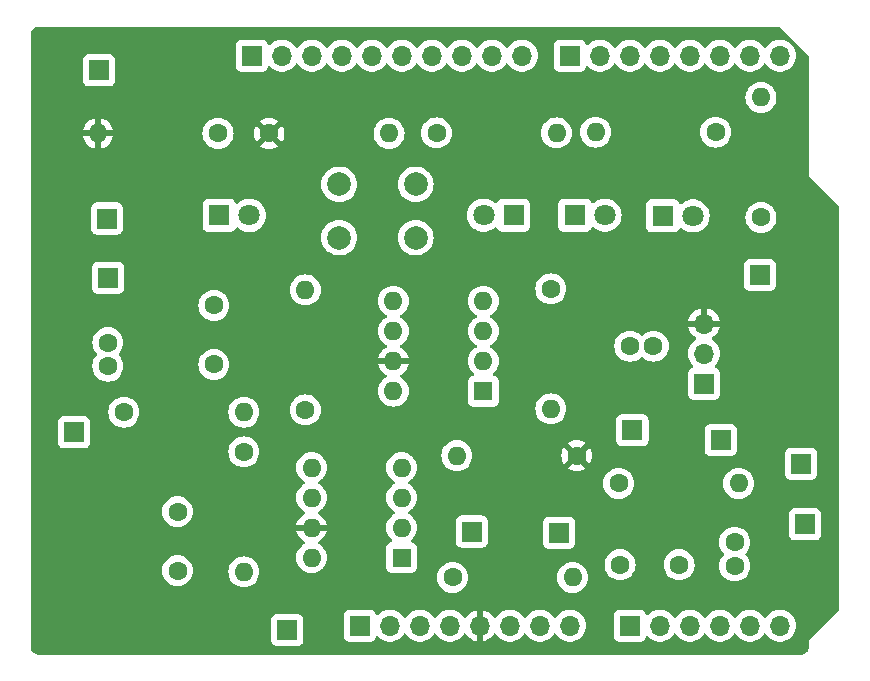
<source format=gbr>
%TF.GenerationSoftware,KiCad,Pcbnew,8.0.1*%
%TF.CreationDate,2024-05-26T21:08:22+02:00*%
%TF.ProjectId,RadarPCB,52616461-7250-4434-922e-6b696361645f,R1.3*%
%TF.SameCoordinates,Original*%
%TF.FileFunction,Copper,L3,Inr*%
%TF.FilePolarity,Positive*%
%FSLAX46Y46*%
G04 Gerber Fmt 4.6, Leading zero omitted, Abs format (unit mm)*
G04 Created by KiCad (PCBNEW 8.0.1) date 2024-05-26 21:08:22*
%MOMM*%
%LPD*%
G01*
G04 APERTURE LIST*
%TA.AperFunction,ComponentPad*%
%ADD10R,1.700000X1.700000*%
%TD*%
%TA.AperFunction,ComponentPad*%
%ADD11C,1.600000*%
%TD*%
%TA.AperFunction,ComponentPad*%
%ADD12O,1.600000X1.600000*%
%TD*%
%TA.AperFunction,ComponentPad*%
%ADD13R,1.800000X1.800000*%
%TD*%
%TA.AperFunction,ComponentPad*%
%ADD14C,1.800000*%
%TD*%
%TA.AperFunction,ComponentPad*%
%ADD15R,1.600000X1.600000*%
%TD*%
%TA.AperFunction,ComponentPad*%
%ADD16C,2.000000*%
%TD*%
%TA.AperFunction,ComponentPad*%
%ADD17O,1.700000X1.700000*%
%TD*%
G04 APERTURE END LIST*
D10*
%TO.N,GND*%
%TO.C,GND_TP4*%
X103730000Y-81080000D03*
%TD*%
%TO.N,Net-(U1--)*%
%TO.C,HPF1_TP*%
X151020000Y-80910000D03*
%TD*%
D11*
%TO.N,/Vin1*%
%TO.C,R4*%
X149850000Y-85420000D03*
D12*
%TO.N,GND*%
X160010000Y-85420000D03*
%TD*%
D10*
%TO.N,GND*%
%TO.C,GND_TP3*%
X121800000Y-97820000D03*
%TD*%
D11*
%TO.N,Net-(D1-A)*%
%TO.C,R2*%
X115930000Y-55770000D03*
D12*
%TO.N,+5V*%
X105770000Y-55770000D03*
%TD*%
D11*
%TO.N,Net-(C3-Pad1)*%
%TO.C,C3*%
X150800000Y-73800000D03*
%TO.N,/Signal*%
X152800000Y-73800000D03*
%TD*%
D10*
%TO.N,GND*%
%TO.C,GND_TP2*%
X106530000Y-62990000D03*
%TD*%
D11*
%TO.N,Net-(U1--)*%
%TO.C,R9*%
X123330000Y-79190000D03*
D12*
%TO.N,/OP1_out*%
X123330000Y-69030000D03*
%TD*%
D11*
%TO.N,Net-(D3-A)*%
%TO.C,R6*%
X158070000Y-55680000D03*
D12*
%TO.N,/LED_Orange*%
X147910000Y-55680000D03*
%TD*%
D10*
%TO.N,/Signal*%
%TO.C,Signal_TP1*%
X158500000Y-81750000D03*
%TD*%
D13*
%TO.N,GND*%
%TO.C,D4*%
X140950000Y-62710000D03*
D14*
%TO.N,Net-(D4-A)*%
X138410000Y-62710000D03*
%TD*%
D11*
%TO.N,Net-(U2--)*%
%TO.C,R11*%
X118120000Y-82740000D03*
D12*
%TO.N,/OP2_out*%
X118120000Y-92900000D03*
%TD*%
D11*
%TO.N,/OP1_out*%
%TO.C,C5*%
X106600000Y-73490000D03*
%TO.N,Net-(C5-Pad2)*%
X106600000Y-75490000D03*
%TD*%
D13*
%TO.N,GND*%
%TO.C,D3*%
X146145000Y-62710000D03*
D14*
%TO.N,Net-(D3-A)*%
X148685000Y-62710000D03*
%TD*%
D10*
%TO.N,/OP2_out*%
%TO.C,OP2_TP1*%
X144810000Y-89580000D03*
%TD*%
D11*
%TO.N,/OP2_out*%
%TO.C,R12*%
X135790000Y-93380000D03*
D12*
%TO.N,/Vout*%
X145950000Y-93380000D03*
%TD*%
D11*
%TO.N,+5V*%
%TO.C,R3*%
X146310000Y-83070000D03*
D12*
%TO.N,/Vin1*%
X136150000Y-83070000D03*
%TD*%
D11*
%TO.N,/Vin1*%
%TO.C,C1*%
X159680000Y-90400000D03*
%TO.N,GND*%
X159680000Y-92400000D03*
%TD*%
D10*
%TO.N,GND*%
%TO.C,GND_TP5*%
X161810000Y-67780000D03*
%TD*%
D11*
%TO.N,Net-(U2--)*%
%TO.C,C6*%
X112500000Y-87800000D03*
%TO.N,/OP2_out*%
X112500000Y-92800000D03*
%TD*%
%TO.N,Net-(D2-A)*%
%TO.C,R5*%
X161900000Y-62900000D03*
D12*
%TO.N,/LED_Green*%
X161900000Y-52740000D03*
%TD*%
D13*
%TO.N,GND*%
%TO.C,D2*%
X153595000Y-62760000D03*
D14*
%TO.N,Net-(D2-A)*%
X156135000Y-62760000D03*
%TD*%
D11*
%TO.N,+5V*%
%TO.C,R1*%
X120250000Y-55780000D03*
D12*
%TO.N,/PushButton*%
X130410000Y-55780000D03*
%TD*%
D10*
%TO.N,/Vin1*%
%TO.C,VtgD_TP*%
X165630000Y-88870000D03*
%TD*%
%TO.N,GND*%
%TO.C,GND_TP6*%
X105850000Y-50450000D03*
%TD*%
D13*
%TO.N,GND*%
%TO.C,D1*%
X116040000Y-62730000D03*
D14*
%TO.N,Net-(D1-A)*%
X118580000Y-62730000D03*
%TD*%
D15*
%TO.N,unconnected-(U2-NC-Pad1)*%
%TO.C,U2*%
X131470000Y-91700000D03*
D12*
%TO.N,Net-(U2--)*%
X131470000Y-89160000D03*
%TO.N,/Vin1*%
X131470000Y-86620000D03*
%TO.N,GND*%
X131470000Y-84080000D03*
%TO.N,unconnected-(U2-NC-Pad5)*%
X123850000Y-84080000D03*
%TO.N,/OP2_out*%
X123850000Y-86620000D03*
%TO.N,+5V*%
X123850000Y-89160000D03*
%TO.N,unconnected-(U2-NC-Pad8)*%
X123850000Y-91700000D03*
%TD*%
D15*
%TO.N,unconnected-(U1-NC-Pad1)*%
%TO.C,U1*%
X138400000Y-77610000D03*
D12*
%TO.N,Net-(U1--)*%
X138400000Y-75070000D03*
%TO.N,/Vin1*%
X138400000Y-72530000D03*
%TO.N,GND*%
X138400000Y-69990000D03*
%TO.N,unconnected-(U1-NC-Pad5)*%
X130780000Y-69990000D03*
%TO.N,/OP1_out*%
X130780000Y-72530000D03*
%TO.N,+5V*%
X130780000Y-75070000D03*
%TO.N,unconnected-(U1-NC-Pad8)*%
X130780000Y-77610000D03*
%TD*%
D10*
%TO.N,GND*%
%TO.C,GND_TP1*%
X165300000Y-83740000D03*
%TD*%
D11*
%TO.N,Net-(D4-A)*%
%TO.C,R7*%
X134430000Y-55740000D03*
D12*
%TO.N,/LED_Red*%
X144590000Y-55740000D03*
%TD*%
D11*
%TO.N,Net-(C3-Pad1)*%
%TO.C,R8*%
X144110000Y-68940000D03*
D12*
%TO.N,Net-(U1--)*%
X144110000Y-79100000D03*
%TD*%
D11*
%TO.N,/Vin1*%
%TO.C,C2*%
X149970000Y-92300000D03*
%TO.N,GND*%
X154970000Y-92300000D03*
%TD*%
D16*
%TO.N,/PushButton*%
%TO.C,SW1*%
X126180000Y-60100000D03*
X132680000Y-60100000D03*
%TO.N,GND*%
X126180000Y-64600000D03*
X132680000Y-64600000D03*
%TD*%
D11*
%TO.N,Net-(C5-Pad2)*%
%TO.C,R10*%
X107960000Y-79380000D03*
D12*
%TO.N,Net-(U2--)*%
X118120000Y-79380000D03*
%TD*%
D10*
%TO.N,Net-(U2--)*%
%TO.C,HPF2_TP*%
X137420000Y-89490000D03*
%TD*%
D11*
%TO.N,Net-(U1--)*%
%TO.C,C4*%
X115580000Y-75350000D03*
%TO.N,/OP1_out*%
X115580000Y-70350000D03*
%TD*%
D10*
%TO.N,GND*%
%TO.C,J5*%
X157080000Y-76965000D03*
D17*
%TO.N,/Signal*%
X157080000Y-74425000D03*
%TO.N,+5V*%
X157080000Y-71885000D03*
%TD*%
D10*
%TO.N,/OP1_out*%
%TO.C,OP1_TP1*%
X106630000Y-68000000D03*
%TD*%
%TO.N,unconnected-(J1-Pin_1-Pad1)*%
%TO.C,J1*%
X127940000Y-97460000D03*
D17*
%TO.N,/IOREF*%
X130480000Y-97460000D03*
%TO.N,/~{RESET}*%
X133020000Y-97460000D03*
%TO.N,unconnected-(J1-Pin_4-Pad4)*%
X135560000Y-97460000D03*
%TO.N,+5V*%
X138100000Y-97460000D03*
%TO.N,GND*%
X140640000Y-97460000D03*
X143180000Y-97460000D03*
%TO.N,/Vin*%
X145720000Y-97460000D03*
%TD*%
D10*
%TO.N,/Vout*%
%TO.C,J3*%
X150800000Y-97460000D03*
D17*
%TO.N,/A1*%
X153340000Y-97460000D03*
%TO.N,/A2*%
X155880000Y-97460000D03*
%TO.N,/A3*%
X158420000Y-97460000D03*
%TO.N,unconnected-(J3-Pin_5-Pad5)*%
X160960000Y-97460000D03*
%TO.N,unconnected-(J3-Pin_6-Pad6)*%
X163500000Y-97460000D03*
%TD*%
D10*
%TO.N,unconnected-(J2-Pin_1-Pad1)*%
%TO.C,J2*%
X118796000Y-49200000D03*
D17*
%TO.N,unconnected-(J2-Pin_2-Pad2)*%
X121336000Y-49200000D03*
%TO.N,/AREF*%
X123876000Y-49200000D03*
%TO.N,GND*%
X126416000Y-49200000D03*
%TO.N,/13*%
X128956000Y-49200000D03*
%TO.N,/12*%
X131496000Y-49200000D03*
%TO.N,/\u002A11*%
X134036000Y-49200000D03*
%TO.N,/\u002A10*%
X136576000Y-49200000D03*
%TO.N,/\u002A9*%
X139116000Y-49200000D03*
%TO.N,/8*%
X141656000Y-49200000D03*
%TD*%
D10*
%TO.N,/PushButton*%
%TO.C,J4*%
X145720000Y-49200000D03*
D17*
%TO.N,/LED_Red*%
X148260000Y-49200000D03*
%TO.N,/LED_Orange*%
X150800000Y-49200000D03*
%TO.N,/LED_Green*%
X153340000Y-49200000D03*
%TO.N,/\u002A3*%
X155880000Y-49200000D03*
%TO.N,/2*%
X158420000Y-49200000D03*
%TO.N,/TX{slash}1*%
X160960000Y-49200000D03*
%TO.N,/RX{slash}0*%
X163500000Y-49200000D03*
%TD*%
%TA.AperFunction,Conductor*%
%TO.N,+5V*%
G36*
X163484404Y-46755185D02*
G01*
X163505046Y-46771819D01*
X165928181Y-49194954D01*
X165961666Y-49256277D01*
X165964500Y-49282635D01*
X165964500Y-59344982D01*
X165964500Y-59375018D01*
X165975994Y-59402767D01*
X165975995Y-59402768D01*
X168468181Y-61894954D01*
X168501666Y-61956277D01*
X168504500Y-61982635D01*
X168504500Y-96107364D01*
X168484815Y-96174403D01*
X168468181Y-96195045D01*
X165997233Y-98665994D01*
X165975995Y-98687231D01*
X165964500Y-98714982D01*
X165964500Y-99231907D01*
X165963903Y-99244062D01*
X165952505Y-99359778D01*
X165947763Y-99383618D01*
X165917832Y-99482290D01*
X165915789Y-99489024D01*
X165906486Y-99511482D01*
X165854561Y-99608627D01*
X165841056Y-99628839D01*
X165771176Y-99713988D01*
X165753988Y-99731176D01*
X165668839Y-99801056D01*
X165648627Y-99814561D01*
X165551482Y-99866486D01*
X165529028Y-99875787D01*
X165487028Y-99888528D01*
X165423618Y-99907763D01*
X165399778Y-99912505D01*
X165291162Y-99923203D01*
X165284060Y-99923903D01*
X165271907Y-99924500D01*
X100768093Y-99924500D01*
X100755939Y-99923903D01*
X100747995Y-99923120D01*
X100640221Y-99912505D01*
X100616381Y-99907763D01*
X100599445Y-99902625D01*
X100510968Y-99875786D01*
X100488517Y-99866486D01*
X100391372Y-99814561D01*
X100371160Y-99801056D01*
X100286011Y-99731176D01*
X100268823Y-99713988D01*
X100198943Y-99628839D01*
X100185438Y-99608627D01*
X100133510Y-99511476D01*
X100124215Y-99489037D01*
X100092234Y-99383612D01*
X100087494Y-99359777D01*
X100076097Y-99244061D01*
X100075500Y-99231907D01*
X100075500Y-98718654D01*
X120441500Y-98718654D01*
X120448011Y-98779202D01*
X120448011Y-98779204D01*
X120499111Y-98916204D01*
X120586739Y-99033261D01*
X120703796Y-99120889D01*
X120840799Y-99171989D01*
X120868050Y-99174918D01*
X120901345Y-99178499D01*
X120901362Y-99178500D01*
X122698638Y-99178500D01*
X122698654Y-99178499D01*
X122725692Y-99175591D01*
X122759201Y-99171989D01*
X122896204Y-99120889D01*
X123013261Y-99033261D01*
X123100889Y-98916204D01*
X123151989Y-98779201D01*
X123155591Y-98745692D01*
X123158499Y-98718654D01*
X123158500Y-98718637D01*
X123158500Y-98358654D01*
X126581500Y-98358654D01*
X126588011Y-98419202D01*
X126588011Y-98419204D01*
X126639111Y-98556204D01*
X126726739Y-98673261D01*
X126843796Y-98760889D01*
X126980799Y-98811989D01*
X127008050Y-98814918D01*
X127041345Y-98818499D01*
X127041362Y-98818500D01*
X128838638Y-98818500D01*
X128838654Y-98818499D01*
X128865692Y-98815591D01*
X128899201Y-98811989D01*
X129036204Y-98760889D01*
X129153261Y-98673261D01*
X129240889Y-98556204D01*
X129286138Y-98434887D01*
X129328009Y-98378956D01*
X129393474Y-98354539D01*
X129461746Y-98369391D01*
X129493545Y-98394236D01*
X129556760Y-98462906D01*
X129734424Y-98601189D01*
X129734425Y-98601189D01*
X129734427Y-98601191D01*
X129861135Y-98669761D01*
X129932426Y-98708342D01*
X130145365Y-98781444D01*
X130367431Y-98818500D01*
X130592569Y-98818500D01*
X130814635Y-98781444D01*
X131027574Y-98708342D01*
X131225576Y-98601189D01*
X131403240Y-98462906D01*
X131524594Y-98331082D01*
X131555715Y-98297276D01*
X131555715Y-98297275D01*
X131555722Y-98297268D01*
X131646193Y-98158790D01*
X131699338Y-98113437D01*
X131768569Y-98104013D01*
X131831905Y-98133515D01*
X131853804Y-98158787D01*
X131944278Y-98297268D01*
X131944283Y-98297273D01*
X131944284Y-98297276D01*
X132070968Y-98434889D01*
X132096760Y-98462906D01*
X132274424Y-98601189D01*
X132274425Y-98601189D01*
X132274427Y-98601191D01*
X132401135Y-98669761D01*
X132472426Y-98708342D01*
X132685365Y-98781444D01*
X132907431Y-98818500D01*
X133132569Y-98818500D01*
X133354635Y-98781444D01*
X133567574Y-98708342D01*
X133765576Y-98601189D01*
X133943240Y-98462906D01*
X134064594Y-98331082D01*
X134095715Y-98297276D01*
X134095715Y-98297275D01*
X134095722Y-98297268D01*
X134186193Y-98158790D01*
X134239338Y-98113437D01*
X134308569Y-98104013D01*
X134371905Y-98133515D01*
X134393804Y-98158787D01*
X134484278Y-98297268D01*
X134484283Y-98297273D01*
X134484284Y-98297276D01*
X134610968Y-98434889D01*
X134636760Y-98462906D01*
X134814424Y-98601189D01*
X134814425Y-98601189D01*
X134814427Y-98601191D01*
X134941135Y-98669761D01*
X135012426Y-98708342D01*
X135225365Y-98781444D01*
X135447431Y-98818500D01*
X135672569Y-98818500D01*
X135894635Y-98781444D01*
X136107574Y-98708342D01*
X136305576Y-98601189D01*
X136483240Y-98462906D01*
X136604594Y-98331082D01*
X136635715Y-98297276D01*
X136635715Y-98297275D01*
X136635722Y-98297268D01*
X136729749Y-98153347D01*
X136782894Y-98107994D01*
X136852125Y-98098570D01*
X136915461Y-98128072D01*
X136935130Y-98150048D01*
X137061890Y-98331078D01*
X137228917Y-98498105D01*
X137422421Y-98633600D01*
X137636507Y-98733429D01*
X137636516Y-98733433D01*
X137850000Y-98790634D01*
X137850000Y-97893012D01*
X137907007Y-97925925D01*
X138034174Y-97960000D01*
X138165826Y-97960000D01*
X138292993Y-97925925D01*
X138350000Y-97893012D01*
X138350000Y-98790633D01*
X138563483Y-98733433D01*
X138563492Y-98733429D01*
X138777578Y-98633600D01*
X138971082Y-98498105D01*
X139138105Y-98331082D01*
X139264868Y-98150048D01*
X139319445Y-98106423D01*
X139388944Y-98099231D01*
X139451298Y-98130753D01*
X139470251Y-98153350D01*
X139564276Y-98297265D01*
X139564284Y-98297276D01*
X139690968Y-98434889D01*
X139716760Y-98462906D01*
X139894424Y-98601189D01*
X139894425Y-98601189D01*
X139894427Y-98601191D01*
X140021135Y-98669761D01*
X140092426Y-98708342D01*
X140305365Y-98781444D01*
X140527431Y-98818500D01*
X140752569Y-98818500D01*
X140974635Y-98781444D01*
X141187574Y-98708342D01*
X141385576Y-98601189D01*
X141563240Y-98462906D01*
X141684594Y-98331082D01*
X141715715Y-98297276D01*
X141715715Y-98297275D01*
X141715722Y-98297268D01*
X141806193Y-98158790D01*
X141859338Y-98113437D01*
X141928569Y-98104013D01*
X141991905Y-98133515D01*
X142013804Y-98158787D01*
X142104278Y-98297268D01*
X142104283Y-98297273D01*
X142104284Y-98297276D01*
X142230968Y-98434889D01*
X142256760Y-98462906D01*
X142434424Y-98601189D01*
X142434425Y-98601189D01*
X142434427Y-98601191D01*
X142561135Y-98669761D01*
X142632426Y-98708342D01*
X142845365Y-98781444D01*
X143067431Y-98818500D01*
X143292569Y-98818500D01*
X143514635Y-98781444D01*
X143727574Y-98708342D01*
X143925576Y-98601189D01*
X144103240Y-98462906D01*
X144224594Y-98331082D01*
X144255715Y-98297276D01*
X144255715Y-98297275D01*
X144255722Y-98297268D01*
X144346193Y-98158790D01*
X144399338Y-98113437D01*
X144468569Y-98104013D01*
X144531905Y-98133515D01*
X144553804Y-98158787D01*
X144644278Y-98297268D01*
X144644283Y-98297273D01*
X144644284Y-98297276D01*
X144770968Y-98434889D01*
X144796760Y-98462906D01*
X144974424Y-98601189D01*
X144974425Y-98601189D01*
X144974427Y-98601191D01*
X145101135Y-98669761D01*
X145172426Y-98708342D01*
X145385365Y-98781444D01*
X145607431Y-98818500D01*
X145832569Y-98818500D01*
X146054635Y-98781444D01*
X146267574Y-98708342D01*
X146465576Y-98601189D01*
X146643240Y-98462906D01*
X146739212Y-98358654D01*
X149441500Y-98358654D01*
X149448011Y-98419202D01*
X149448011Y-98419204D01*
X149499111Y-98556204D01*
X149586739Y-98673261D01*
X149703796Y-98760889D01*
X149840799Y-98811989D01*
X149868050Y-98814918D01*
X149901345Y-98818499D01*
X149901362Y-98818500D01*
X151698638Y-98818500D01*
X151698654Y-98818499D01*
X151725692Y-98815591D01*
X151759201Y-98811989D01*
X151896204Y-98760889D01*
X152013261Y-98673261D01*
X152100889Y-98556204D01*
X152146138Y-98434887D01*
X152188009Y-98378956D01*
X152253474Y-98354539D01*
X152321746Y-98369391D01*
X152353545Y-98394236D01*
X152416760Y-98462906D01*
X152594424Y-98601189D01*
X152594425Y-98601189D01*
X152594427Y-98601191D01*
X152721135Y-98669761D01*
X152792426Y-98708342D01*
X153005365Y-98781444D01*
X153227431Y-98818500D01*
X153452569Y-98818500D01*
X153674635Y-98781444D01*
X153887574Y-98708342D01*
X154085576Y-98601189D01*
X154263240Y-98462906D01*
X154384594Y-98331082D01*
X154415715Y-98297276D01*
X154415715Y-98297275D01*
X154415722Y-98297268D01*
X154506193Y-98158790D01*
X154559338Y-98113437D01*
X154628569Y-98104013D01*
X154691905Y-98133515D01*
X154713804Y-98158787D01*
X154804278Y-98297268D01*
X154804283Y-98297273D01*
X154804284Y-98297276D01*
X154930968Y-98434889D01*
X154956760Y-98462906D01*
X155134424Y-98601189D01*
X155134425Y-98601189D01*
X155134427Y-98601191D01*
X155261135Y-98669761D01*
X155332426Y-98708342D01*
X155545365Y-98781444D01*
X155767431Y-98818500D01*
X155992569Y-98818500D01*
X156214635Y-98781444D01*
X156427574Y-98708342D01*
X156625576Y-98601189D01*
X156803240Y-98462906D01*
X156924594Y-98331082D01*
X156955715Y-98297276D01*
X156955715Y-98297275D01*
X156955722Y-98297268D01*
X157046193Y-98158790D01*
X157099338Y-98113437D01*
X157168569Y-98104013D01*
X157231905Y-98133515D01*
X157253804Y-98158787D01*
X157344278Y-98297268D01*
X157344283Y-98297273D01*
X157344284Y-98297276D01*
X157470968Y-98434889D01*
X157496760Y-98462906D01*
X157674424Y-98601189D01*
X157674425Y-98601189D01*
X157674427Y-98601191D01*
X157801135Y-98669761D01*
X157872426Y-98708342D01*
X158085365Y-98781444D01*
X158307431Y-98818500D01*
X158532569Y-98818500D01*
X158754635Y-98781444D01*
X158967574Y-98708342D01*
X159165576Y-98601189D01*
X159343240Y-98462906D01*
X159464594Y-98331082D01*
X159495715Y-98297276D01*
X159495715Y-98297275D01*
X159495722Y-98297268D01*
X159586193Y-98158790D01*
X159639338Y-98113437D01*
X159708569Y-98104013D01*
X159771905Y-98133515D01*
X159793804Y-98158787D01*
X159884278Y-98297268D01*
X159884283Y-98297273D01*
X159884284Y-98297276D01*
X160010968Y-98434889D01*
X160036760Y-98462906D01*
X160214424Y-98601189D01*
X160214425Y-98601189D01*
X160214427Y-98601191D01*
X160341135Y-98669761D01*
X160412426Y-98708342D01*
X160625365Y-98781444D01*
X160847431Y-98818500D01*
X161072569Y-98818500D01*
X161294635Y-98781444D01*
X161507574Y-98708342D01*
X161705576Y-98601189D01*
X161883240Y-98462906D01*
X162004594Y-98331082D01*
X162035715Y-98297276D01*
X162035715Y-98297275D01*
X162035722Y-98297268D01*
X162126193Y-98158790D01*
X162179338Y-98113437D01*
X162248569Y-98104013D01*
X162311905Y-98133515D01*
X162333804Y-98158787D01*
X162424278Y-98297268D01*
X162424283Y-98297273D01*
X162424284Y-98297276D01*
X162550968Y-98434889D01*
X162576760Y-98462906D01*
X162754424Y-98601189D01*
X162754425Y-98601189D01*
X162754427Y-98601191D01*
X162881135Y-98669761D01*
X162952426Y-98708342D01*
X163165365Y-98781444D01*
X163387431Y-98818500D01*
X163612569Y-98818500D01*
X163834635Y-98781444D01*
X164047574Y-98708342D01*
X164245576Y-98601189D01*
X164423240Y-98462906D01*
X164544594Y-98331082D01*
X164575715Y-98297276D01*
X164575717Y-98297273D01*
X164575722Y-98297268D01*
X164698860Y-98108791D01*
X164789296Y-97902616D01*
X164844564Y-97684368D01*
X164847164Y-97652993D01*
X164863156Y-97460005D01*
X164863156Y-97459994D01*
X164844565Y-97235640D01*
X164844563Y-97235628D01*
X164789296Y-97017385D01*
X164779071Y-96994075D01*
X164698860Y-96811209D01*
X164682706Y-96786484D01*
X164575723Y-96622734D01*
X164575715Y-96622723D01*
X164423243Y-96457097D01*
X164423238Y-96457092D01*
X164245577Y-96318812D01*
X164245572Y-96318808D01*
X164047580Y-96211661D01*
X164047577Y-96211659D01*
X164047574Y-96211658D01*
X164047571Y-96211657D01*
X164047569Y-96211656D01*
X163834637Y-96138556D01*
X163612569Y-96101500D01*
X163387431Y-96101500D01*
X163165362Y-96138556D01*
X162952430Y-96211656D01*
X162952419Y-96211661D01*
X162754427Y-96318808D01*
X162754422Y-96318812D01*
X162576761Y-96457092D01*
X162576756Y-96457097D01*
X162424284Y-96622723D01*
X162424276Y-96622734D01*
X162333808Y-96761206D01*
X162280662Y-96806562D01*
X162211431Y-96815986D01*
X162148095Y-96786484D01*
X162126192Y-96761206D01*
X162035723Y-96622734D01*
X162035715Y-96622723D01*
X161883243Y-96457097D01*
X161883238Y-96457092D01*
X161705577Y-96318812D01*
X161705572Y-96318808D01*
X161507580Y-96211661D01*
X161507577Y-96211659D01*
X161507574Y-96211658D01*
X161507571Y-96211657D01*
X161507569Y-96211656D01*
X161294637Y-96138556D01*
X161072569Y-96101500D01*
X160847431Y-96101500D01*
X160625362Y-96138556D01*
X160412430Y-96211656D01*
X160412419Y-96211661D01*
X160214427Y-96318808D01*
X160214422Y-96318812D01*
X160036761Y-96457092D01*
X160036756Y-96457097D01*
X159884284Y-96622723D01*
X159884276Y-96622734D01*
X159793808Y-96761206D01*
X159740662Y-96806562D01*
X159671431Y-96815986D01*
X159608095Y-96786484D01*
X159586192Y-96761206D01*
X159495723Y-96622734D01*
X159495715Y-96622723D01*
X159343243Y-96457097D01*
X159343238Y-96457092D01*
X159165577Y-96318812D01*
X159165572Y-96318808D01*
X158967580Y-96211661D01*
X158967577Y-96211659D01*
X158967574Y-96211658D01*
X158967571Y-96211657D01*
X158967569Y-96211656D01*
X158754637Y-96138556D01*
X158532569Y-96101500D01*
X158307431Y-96101500D01*
X158085362Y-96138556D01*
X157872430Y-96211656D01*
X157872419Y-96211661D01*
X157674427Y-96318808D01*
X157674422Y-96318812D01*
X157496761Y-96457092D01*
X157496756Y-96457097D01*
X157344284Y-96622723D01*
X157344276Y-96622734D01*
X157253808Y-96761206D01*
X157200662Y-96806562D01*
X157131431Y-96815986D01*
X157068095Y-96786484D01*
X157046192Y-96761206D01*
X156955723Y-96622734D01*
X156955715Y-96622723D01*
X156803243Y-96457097D01*
X156803238Y-96457092D01*
X156625577Y-96318812D01*
X156625572Y-96318808D01*
X156427580Y-96211661D01*
X156427577Y-96211659D01*
X156427574Y-96211658D01*
X156427571Y-96211657D01*
X156427569Y-96211656D01*
X156214637Y-96138556D01*
X155992569Y-96101500D01*
X155767431Y-96101500D01*
X155545362Y-96138556D01*
X155332430Y-96211656D01*
X155332419Y-96211661D01*
X155134427Y-96318808D01*
X155134422Y-96318812D01*
X154956761Y-96457092D01*
X154956756Y-96457097D01*
X154804284Y-96622723D01*
X154804276Y-96622734D01*
X154713808Y-96761206D01*
X154660662Y-96806562D01*
X154591431Y-96815986D01*
X154528095Y-96786484D01*
X154506192Y-96761206D01*
X154415723Y-96622734D01*
X154415715Y-96622723D01*
X154263243Y-96457097D01*
X154263238Y-96457092D01*
X154085577Y-96318812D01*
X154085572Y-96318808D01*
X153887580Y-96211661D01*
X153887577Y-96211659D01*
X153887574Y-96211658D01*
X153887571Y-96211657D01*
X153887569Y-96211656D01*
X153674637Y-96138556D01*
X153452569Y-96101500D01*
X153227431Y-96101500D01*
X153005362Y-96138556D01*
X152792430Y-96211656D01*
X152792419Y-96211661D01*
X152594427Y-96318808D01*
X152594422Y-96318812D01*
X152416761Y-96457092D01*
X152353548Y-96525760D01*
X152293661Y-96561750D01*
X152223823Y-96559649D01*
X152166207Y-96520124D01*
X152146138Y-96485110D01*
X152100889Y-96363796D01*
X152067214Y-96318812D01*
X152013261Y-96246739D01*
X151896204Y-96159111D01*
X151895172Y-96158726D01*
X151759203Y-96108011D01*
X151698654Y-96101500D01*
X151698638Y-96101500D01*
X149901362Y-96101500D01*
X149901345Y-96101500D01*
X149840797Y-96108011D01*
X149840795Y-96108011D01*
X149703795Y-96159111D01*
X149586739Y-96246739D01*
X149499111Y-96363795D01*
X149448011Y-96500795D01*
X149448011Y-96500797D01*
X149441500Y-96561345D01*
X149441500Y-98358654D01*
X146739212Y-98358654D01*
X146764594Y-98331082D01*
X146795715Y-98297276D01*
X146795717Y-98297273D01*
X146795722Y-98297268D01*
X146918860Y-98108791D01*
X147009296Y-97902616D01*
X147064564Y-97684368D01*
X147067164Y-97652993D01*
X147083156Y-97460005D01*
X147083156Y-97459994D01*
X147064565Y-97235640D01*
X147064563Y-97235628D01*
X147009296Y-97017385D01*
X146999071Y-96994075D01*
X146918860Y-96811209D01*
X146902706Y-96786484D01*
X146795723Y-96622734D01*
X146795715Y-96622723D01*
X146643243Y-96457097D01*
X146643238Y-96457092D01*
X146465577Y-96318812D01*
X146465572Y-96318808D01*
X146267580Y-96211661D01*
X146267577Y-96211659D01*
X146267574Y-96211658D01*
X146267571Y-96211657D01*
X146267569Y-96211656D01*
X146054637Y-96138556D01*
X145832569Y-96101500D01*
X145607431Y-96101500D01*
X145385362Y-96138556D01*
X145172430Y-96211656D01*
X145172419Y-96211661D01*
X144974427Y-96318808D01*
X144974422Y-96318812D01*
X144796761Y-96457092D01*
X144796756Y-96457097D01*
X144644284Y-96622723D01*
X144644276Y-96622734D01*
X144553808Y-96761206D01*
X144500662Y-96806562D01*
X144431431Y-96815986D01*
X144368095Y-96786484D01*
X144346192Y-96761206D01*
X144255723Y-96622734D01*
X144255715Y-96622723D01*
X144103243Y-96457097D01*
X144103238Y-96457092D01*
X143925577Y-96318812D01*
X143925572Y-96318808D01*
X143727580Y-96211661D01*
X143727577Y-96211659D01*
X143727574Y-96211658D01*
X143727571Y-96211657D01*
X143727569Y-96211656D01*
X143514637Y-96138556D01*
X143292569Y-96101500D01*
X143067431Y-96101500D01*
X142845362Y-96138556D01*
X142632430Y-96211656D01*
X142632419Y-96211661D01*
X142434427Y-96318808D01*
X142434422Y-96318812D01*
X142256761Y-96457092D01*
X142256756Y-96457097D01*
X142104284Y-96622723D01*
X142104276Y-96622734D01*
X142013808Y-96761206D01*
X141960662Y-96806562D01*
X141891431Y-96815986D01*
X141828095Y-96786484D01*
X141806192Y-96761206D01*
X141715723Y-96622734D01*
X141715715Y-96622723D01*
X141563243Y-96457097D01*
X141563238Y-96457092D01*
X141385577Y-96318812D01*
X141385572Y-96318808D01*
X141187580Y-96211661D01*
X141187577Y-96211659D01*
X141187574Y-96211658D01*
X141187571Y-96211657D01*
X141187569Y-96211656D01*
X140974637Y-96138556D01*
X140752569Y-96101500D01*
X140527431Y-96101500D01*
X140305362Y-96138556D01*
X140092430Y-96211656D01*
X140092419Y-96211661D01*
X139894427Y-96318808D01*
X139894422Y-96318812D01*
X139716761Y-96457092D01*
X139716756Y-96457097D01*
X139564284Y-96622723D01*
X139564276Y-96622734D01*
X139470251Y-96766650D01*
X139417105Y-96812007D01*
X139347873Y-96821430D01*
X139284538Y-96791928D01*
X139264868Y-96769951D01*
X139138113Y-96588926D01*
X139138108Y-96588920D01*
X138971082Y-96421894D01*
X138777578Y-96286399D01*
X138563492Y-96186570D01*
X138563486Y-96186567D01*
X138350000Y-96129364D01*
X138350000Y-97026988D01*
X138292993Y-96994075D01*
X138165826Y-96960000D01*
X138034174Y-96960000D01*
X137907007Y-96994075D01*
X137850000Y-97026988D01*
X137850000Y-96129364D01*
X137849999Y-96129364D01*
X137636513Y-96186567D01*
X137636507Y-96186570D01*
X137422422Y-96286399D01*
X137422420Y-96286400D01*
X137228926Y-96421886D01*
X137228920Y-96421891D01*
X137061891Y-96588920D01*
X137061890Y-96588922D01*
X136935131Y-96769952D01*
X136880554Y-96813577D01*
X136811055Y-96820769D01*
X136748701Y-96789247D01*
X136729752Y-96766656D01*
X136635722Y-96622732D01*
X136635715Y-96622725D01*
X136635715Y-96622723D01*
X136483243Y-96457097D01*
X136483238Y-96457092D01*
X136305577Y-96318812D01*
X136305572Y-96318808D01*
X136107580Y-96211661D01*
X136107577Y-96211659D01*
X136107574Y-96211658D01*
X136107571Y-96211657D01*
X136107569Y-96211656D01*
X135894637Y-96138556D01*
X135672569Y-96101500D01*
X135447431Y-96101500D01*
X135225362Y-96138556D01*
X135012430Y-96211656D01*
X135012419Y-96211661D01*
X134814427Y-96318808D01*
X134814422Y-96318812D01*
X134636761Y-96457092D01*
X134636756Y-96457097D01*
X134484284Y-96622723D01*
X134484276Y-96622734D01*
X134393808Y-96761206D01*
X134340662Y-96806562D01*
X134271431Y-96815986D01*
X134208095Y-96786484D01*
X134186192Y-96761206D01*
X134095723Y-96622734D01*
X134095715Y-96622723D01*
X133943243Y-96457097D01*
X133943238Y-96457092D01*
X133765577Y-96318812D01*
X133765572Y-96318808D01*
X133567580Y-96211661D01*
X133567577Y-96211659D01*
X133567574Y-96211658D01*
X133567571Y-96211657D01*
X133567569Y-96211656D01*
X133354637Y-96138556D01*
X133132569Y-96101500D01*
X132907431Y-96101500D01*
X132685362Y-96138556D01*
X132472430Y-96211656D01*
X132472419Y-96211661D01*
X132274427Y-96318808D01*
X132274422Y-96318812D01*
X132096761Y-96457092D01*
X132096756Y-96457097D01*
X131944284Y-96622723D01*
X131944276Y-96622734D01*
X131853808Y-96761206D01*
X131800662Y-96806562D01*
X131731431Y-96815986D01*
X131668095Y-96786484D01*
X131646192Y-96761206D01*
X131555723Y-96622734D01*
X131555715Y-96622723D01*
X131403243Y-96457097D01*
X131403238Y-96457092D01*
X131225577Y-96318812D01*
X131225572Y-96318808D01*
X131027580Y-96211661D01*
X131027577Y-96211659D01*
X131027574Y-96211658D01*
X131027571Y-96211657D01*
X131027569Y-96211656D01*
X130814637Y-96138556D01*
X130592569Y-96101500D01*
X130367431Y-96101500D01*
X130145362Y-96138556D01*
X129932430Y-96211656D01*
X129932419Y-96211661D01*
X129734427Y-96318808D01*
X129734422Y-96318812D01*
X129556761Y-96457092D01*
X129493548Y-96525760D01*
X129433661Y-96561750D01*
X129363823Y-96559649D01*
X129306207Y-96520124D01*
X129286138Y-96485110D01*
X129240889Y-96363796D01*
X129207214Y-96318812D01*
X129153261Y-96246739D01*
X129036204Y-96159111D01*
X129035172Y-96158726D01*
X128899203Y-96108011D01*
X128838654Y-96101500D01*
X128838638Y-96101500D01*
X127041362Y-96101500D01*
X127041345Y-96101500D01*
X126980797Y-96108011D01*
X126980795Y-96108011D01*
X126843795Y-96159111D01*
X126726739Y-96246739D01*
X126639111Y-96363795D01*
X126588011Y-96500795D01*
X126588011Y-96500797D01*
X126581500Y-96561345D01*
X126581500Y-98358654D01*
X123158500Y-98358654D01*
X123158500Y-96921362D01*
X123158499Y-96921345D01*
X123155157Y-96890270D01*
X123151989Y-96860799D01*
X123137058Y-96820769D01*
X123114842Y-96761206D01*
X123100889Y-96723796D01*
X123013261Y-96606739D01*
X122896204Y-96519111D01*
X122759203Y-96468011D01*
X122698654Y-96461500D01*
X122698638Y-96461500D01*
X120901362Y-96461500D01*
X120901345Y-96461500D01*
X120840797Y-96468011D01*
X120840795Y-96468011D01*
X120703795Y-96519111D01*
X120586739Y-96606739D01*
X120499111Y-96723795D01*
X120448011Y-96860795D01*
X120448011Y-96860797D01*
X120441500Y-96921345D01*
X120441500Y-98718654D01*
X100075500Y-98718654D01*
X100075500Y-92800001D01*
X111186502Y-92800001D01*
X111206456Y-93028081D01*
X111206457Y-93028089D01*
X111265714Y-93249238D01*
X111265718Y-93249249D01*
X111338905Y-93406198D01*
X111362477Y-93456749D01*
X111493802Y-93644300D01*
X111655700Y-93806198D01*
X111843251Y-93937523D01*
X111968091Y-93995736D01*
X112050750Y-94034281D01*
X112050752Y-94034281D01*
X112050757Y-94034284D01*
X112271913Y-94093543D01*
X112434832Y-94107796D01*
X112499998Y-94113498D01*
X112500000Y-94113498D01*
X112500002Y-94113498D01*
X112557021Y-94108509D01*
X112728087Y-94093543D01*
X112949243Y-94034284D01*
X113156749Y-93937523D01*
X113344300Y-93806198D01*
X113506198Y-93644300D01*
X113637523Y-93456749D01*
X113734284Y-93249243D01*
X113793543Y-93028087D01*
X113804749Y-92900001D01*
X116806502Y-92900001D01*
X116826456Y-93128081D01*
X116826457Y-93128089D01*
X116885714Y-93349238D01*
X116885718Y-93349249D01*
X116972000Y-93534281D01*
X116982477Y-93556749D01*
X117113802Y-93744300D01*
X117275700Y-93906198D01*
X117463251Y-94037523D01*
X117583385Y-94093542D01*
X117670750Y-94134281D01*
X117670752Y-94134281D01*
X117670757Y-94134284D01*
X117891913Y-94193543D01*
X118054832Y-94207796D01*
X118119998Y-94213498D01*
X118120000Y-94213498D01*
X118120002Y-94213498D01*
X118177021Y-94208509D01*
X118348087Y-94193543D01*
X118569243Y-94134284D01*
X118776749Y-94037523D01*
X118964300Y-93906198D01*
X119126198Y-93744300D01*
X119257523Y-93556749D01*
X119339941Y-93380001D01*
X134476502Y-93380001D01*
X134496456Y-93608081D01*
X134496457Y-93608089D01*
X134555714Y-93829238D01*
X134555718Y-93829249D01*
X134651328Y-94034285D01*
X134652477Y-94036749D01*
X134783802Y-94224300D01*
X134945700Y-94386198D01*
X135133251Y-94517523D01*
X135258091Y-94575736D01*
X135340750Y-94614281D01*
X135340752Y-94614281D01*
X135340757Y-94614284D01*
X135561913Y-94673543D01*
X135724832Y-94687796D01*
X135789998Y-94693498D01*
X135790000Y-94693498D01*
X135790002Y-94693498D01*
X135847021Y-94688509D01*
X136018087Y-94673543D01*
X136239243Y-94614284D01*
X136446749Y-94517523D01*
X136634300Y-94386198D01*
X136796198Y-94224300D01*
X136927523Y-94036749D01*
X137024284Y-93829243D01*
X137083543Y-93608087D01*
X137103498Y-93380001D01*
X144636502Y-93380001D01*
X144656456Y-93608081D01*
X144656457Y-93608089D01*
X144715714Y-93829238D01*
X144715718Y-93829249D01*
X144811328Y-94034285D01*
X144812477Y-94036749D01*
X144943802Y-94224300D01*
X145105700Y-94386198D01*
X145293251Y-94517523D01*
X145418091Y-94575736D01*
X145500750Y-94614281D01*
X145500752Y-94614281D01*
X145500757Y-94614284D01*
X145721913Y-94673543D01*
X145884832Y-94687796D01*
X145949998Y-94693498D01*
X145950000Y-94693498D01*
X145950002Y-94693498D01*
X146007021Y-94688509D01*
X146178087Y-94673543D01*
X146399243Y-94614284D01*
X146606749Y-94517523D01*
X146794300Y-94386198D01*
X146956198Y-94224300D01*
X147087523Y-94036749D01*
X147184284Y-93829243D01*
X147243543Y-93608087D01*
X147263498Y-93380000D01*
X147243543Y-93151913D01*
X147184284Y-92930757D01*
X147169942Y-92900001D01*
X147087524Y-92723254D01*
X147087523Y-92723252D01*
X147087523Y-92723251D01*
X146956198Y-92535700D01*
X146794300Y-92373802D01*
X146688902Y-92300001D01*
X148656502Y-92300001D01*
X148676456Y-92528081D01*
X148676457Y-92528089D01*
X148735714Y-92749238D01*
X148735718Y-92749249D01*
X148822000Y-92934281D01*
X148832477Y-92956749D01*
X148963802Y-93144300D01*
X149125700Y-93306198D01*
X149313251Y-93437523D01*
X149354482Y-93456749D01*
X149520750Y-93534281D01*
X149520752Y-93534281D01*
X149520757Y-93534284D01*
X149741913Y-93593543D01*
X149904832Y-93607796D01*
X149969998Y-93613498D01*
X149970000Y-93613498D01*
X149970002Y-93613498D01*
X150031917Y-93608081D01*
X150198087Y-93593543D01*
X150419243Y-93534284D01*
X150626749Y-93437523D01*
X150814300Y-93306198D01*
X150976198Y-93144300D01*
X151107523Y-92956749D01*
X151204284Y-92749243D01*
X151263543Y-92528087D01*
X151283498Y-92300001D01*
X153656502Y-92300001D01*
X153676456Y-92528081D01*
X153676457Y-92528089D01*
X153735714Y-92749238D01*
X153735718Y-92749249D01*
X153822000Y-92934281D01*
X153832477Y-92956749D01*
X153963802Y-93144300D01*
X154125700Y-93306198D01*
X154313251Y-93437523D01*
X154354482Y-93456749D01*
X154520750Y-93534281D01*
X154520752Y-93534281D01*
X154520757Y-93534284D01*
X154741913Y-93593543D01*
X154904832Y-93607796D01*
X154969998Y-93613498D01*
X154970000Y-93613498D01*
X154970002Y-93613498D01*
X155031917Y-93608081D01*
X155198087Y-93593543D01*
X155419243Y-93534284D01*
X155626749Y-93437523D01*
X155814300Y-93306198D01*
X155976198Y-93144300D01*
X156107523Y-92956749D01*
X156204284Y-92749243D01*
X156263543Y-92528087D01*
X156274749Y-92400001D01*
X158366502Y-92400001D01*
X158386456Y-92628081D01*
X158386457Y-92628089D01*
X158445714Y-92849238D01*
X158445718Y-92849249D01*
X158542475Y-93056745D01*
X158542477Y-93056749D01*
X158673802Y-93244300D01*
X158835700Y-93406198D01*
X159023251Y-93537523D01*
X159064482Y-93556749D01*
X159230750Y-93634281D01*
X159230752Y-93634281D01*
X159230757Y-93634284D01*
X159451913Y-93693543D01*
X159614832Y-93707796D01*
X159679998Y-93713498D01*
X159680000Y-93713498D01*
X159680002Y-93713498D01*
X159737021Y-93708509D01*
X159908087Y-93693543D01*
X160129243Y-93634284D01*
X160336749Y-93537523D01*
X160524300Y-93406198D01*
X160686198Y-93244300D01*
X160817523Y-93056749D01*
X160914284Y-92849243D01*
X160973543Y-92628087D01*
X160993498Y-92400000D01*
X160973543Y-92171913D01*
X160914284Y-91950757D01*
X160887727Y-91893806D01*
X160867655Y-91850761D01*
X160817523Y-91743251D01*
X160686198Y-91555700D01*
X160618179Y-91487681D01*
X160584694Y-91426358D01*
X160589678Y-91356666D01*
X160618179Y-91312319D01*
X160636696Y-91293802D01*
X160686198Y-91244300D01*
X160817523Y-91056749D01*
X160914284Y-90849243D01*
X160973543Y-90628087D01*
X160993498Y-90400000D01*
X160992921Y-90393410D01*
X160979716Y-90242473D01*
X160973543Y-90171913D01*
X160914284Y-89950757D01*
X160829369Y-89768654D01*
X164271500Y-89768654D01*
X164278011Y-89829202D01*
X164278011Y-89829204D01*
X164323351Y-89950761D01*
X164329111Y-89966204D01*
X164416739Y-90083261D01*
X164533796Y-90170889D01*
X164670799Y-90221989D01*
X164698050Y-90224918D01*
X164731345Y-90228499D01*
X164731362Y-90228500D01*
X166528638Y-90228500D01*
X166528654Y-90228499D01*
X166555692Y-90225591D01*
X166589201Y-90221989D01*
X166726204Y-90170889D01*
X166843261Y-90083261D01*
X166930889Y-89966204D01*
X166981989Y-89829201D01*
X166985591Y-89795692D01*
X166988499Y-89768654D01*
X166988500Y-89768637D01*
X166988500Y-87971362D01*
X166988499Y-87971345D01*
X166984429Y-87933498D01*
X166981989Y-87910799D01*
X166976347Y-87895673D01*
X166951285Y-87828479D01*
X166930889Y-87773796D01*
X166843261Y-87656739D01*
X166726204Y-87569111D01*
X166589203Y-87518011D01*
X166528654Y-87511500D01*
X166528638Y-87511500D01*
X164731362Y-87511500D01*
X164731345Y-87511500D01*
X164670797Y-87518011D01*
X164670795Y-87518011D01*
X164533795Y-87569111D01*
X164416739Y-87656739D01*
X164329111Y-87773795D01*
X164278011Y-87910795D01*
X164278011Y-87910797D01*
X164271500Y-87971345D01*
X164271500Y-89768654D01*
X160829369Y-89768654D01*
X160817523Y-89743251D01*
X160686198Y-89555700D01*
X160524300Y-89393802D01*
X160336749Y-89262477D01*
X160336745Y-89262475D01*
X160129249Y-89165718D01*
X160129238Y-89165714D01*
X159908089Y-89106457D01*
X159908081Y-89106456D01*
X159680002Y-89086502D01*
X159679998Y-89086502D01*
X159451918Y-89106456D01*
X159451910Y-89106457D01*
X159230761Y-89165714D01*
X159230750Y-89165718D01*
X159023254Y-89262475D01*
X159023252Y-89262476D01*
X159023251Y-89262477D01*
X158835700Y-89393802D01*
X158835698Y-89393803D01*
X158835695Y-89393806D01*
X158673806Y-89555695D01*
X158673803Y-89555698D01*
X158673802Y-89555700D01*
X158591767Y-89672856D01*
X158542476Y-89743252D01*
X158542475Y-89743254D01*
X158445718Y-89950750D01*
X158445714Y-89950761D01*
X158386457Y-90171910D01*
X158386456Y-90171918D01*
X158366502Y-90399998D01*
X158366502Y-90400001D01*
X158386456Y-90628081D01*
X158386457Y-90628089D01*
X158445714Y-90849238D01*
X158445718Y-90849249D01*
X158536183Y-91043251D01*
X158542477Y-91056749D01*
X158673802Y-91244300D01*
X158673806Y-91244304D01*
X158741821Y-91312319D01*
X158775306Y-91373642D01*
X158770322Y-91443334D01*
X158741821Y-91487681D01*
X158673806Y-91555695D01*
X158673803Y-91555698D01*
X158673802Y-91555700D01*
X158612498Y-91643251D01*
X158542476Y-91743252D01*
X158542475Y-91743254D01*
X158445718Y-91950750D01*
X158445714Y-91950761D01*
X158386457Y-92171910D01*
X158386456Y-92171918D01*
X158366502Y-92399998D01*
X158366502Y-92400001D01*
X156274749Y-92400001D01*
X156283498Y-92300000D01*
X156263543Y-92071913D01*
X156204284Y-91850757D01*
X156177727Y-91793806D01*
X156117999Y-91665718D01*
X156107523Y-91643251D01*
X155976198Y-91455700D01*
X155814300Y-91293802D01*
X155626749Y-91162477D01*
X155626745Y-91162475D01*
X155419249Y-91065718D01*
X155419238Y-91065714D01*
X155198089Y-91006457D01*
X155198081Y-91006456D01*
X154970002Y-90986502D01*
X154969998Y-90986502D01*
X154741918Y-91006456D01*
X154741910Y-91006457D01*
X154520761Y-91065714D01*
X154520750Y-91065718D01*
X154313254Y-91162475D01*
X154313252Y-91162476D01*
X154313251Y-91162477D01*
X154125700Y-91293802D01*
X154125698Y-91293803D01*
X154125695Y-91293806D01*
X153963806Y-91455695D01*
X153963803Y-91455698D01*
X153963802Y-91455700D01*
X153893785Y-91555695D01*
X153832476Y-91643252D01*
X153832475Y-91643254D01*
X153735718Y-91850750D01*
X153735714Y-91850761D01*
X153676457Y-92071910D01*
X153676456Y-92071918D01*
X153656502Y-92299998D01*
X153656502Y-92300001D01*
X151283498Y-92300001D01*
X151283498Y-92300000D01*
X151263543Y-92071913D01*
X151204284Y-91850757D01*
X151177727Y-91793806D01*
X151117999Y-91665718D01*
X151107523Y-91643251D01*
X150976198Y-91455700D01*
X150814300Y-91293802D01*
X150626749Y-91162477D01*
X150626745Y-91162475D01*
X150419249Y-91065718D01*
X150419238Y-91065714D01*
X150198089Y-91006457D01*
X150198081Y-91006456D01*
X149970002Y-90986502D01*
X149969998Y-90986502D01*
X149741918Y-91006456D01*
X149741910Y-91006457D01*
X149520761Y-91065714D01*
X149520750Y-91065718D01*
X149313254Y-91162475D01*
X149313252Y-91162476D01*
X149313251Y-91162477D01*
X149125700Y-91293802D01*
X149125698Y-91293803D01*
X149125695Y-91293806D01*
X148963806Y-91455695D01*
X148963803Y-91455698D01*
X148963802Y-91455700D01*
X148893785Y-91555695D01*
X148832476Y-91643252D01*
X148832475Y-91643254D01*
X148735718Y-91850750D01*
X148735714Y-91850761D01*
X148676457Y-92071910D01*
X148676456Y-92071918D01*
X148656502Y-92299998D01*
X148656502Y-92300001D01*
X146688902Y-92300001D01*
X146606749Y-92242477D01*
X146606745Y-92242475D01*
X146399249Y-92145718D01*
X146399238Y-92145714D01*
X146178089Y-92086457D01*
X146178081Y-92086456D01*
X145950002Y-92066502D01*
X145949998Y-92066502D01*
X145721918Y-92086456D01*
X145721910Y-92086457D01*
X145500761Y-92145714D01*
X145500750Y-92145718D01*
X145293254Y-92242475D01*
X145293252Y-92242476D01*
X145292144Y-92243252D01*
X145105700Y-92373802D01*
X145105698Y-92373803D01*
X145105695Y-92373806D01*
X144943806Y-92535695D01*
X144943803Y-92535698D01*
X144943802Y-92535700D01*
X144918442Y-92571918D01*
X144812476Y-92723252D01*
X144812475Y-92723254D01*
X144715718Y-92930750D01*
X144715714Y-92930761D01*
X144656457Y-93151910D01*
X144656456Y-93151918D01*
X144636502Y-93379998D01*
X144636502Y-93380001D01*
X137103498Y-93380001D01*
X137103498Y-93380000D01*
X137083543Y-93151913D01*
X137024284Y-92930757D01*
X137009942Y-92900001D01*
X136927524Y-92723254D01*
X136927523Y-92723252D01*
X136927523Y-92723251D01*
X136796198Y-92535700D01*
X136634300Y-92373802D01*
X136446749Y-92242477D01*
X136446745Y-92242475D01*
X136239249Y-92145718D01*
X136239238Y-92145714D01*
X136018089Y-92086457D01*
X136018081Y-92086456D01*
X135790002Y-92066502D01*
X135789998Y-92066502D01*
X135561918Y-92086456D01*
X135561910Y-92086457D01*
X135340761Y-92145714D01*
X135340750Y-92145718D01*
X135133254Y-92242475D01*
X135133252Y-92242476D01*
X135132144Y-92243252D01*
X134945700Y-92373802D01*
X134945698Y-92373803D01*
X134945695Y-92373806D01*
X134783806Y-92535695D01*
X134783803Y-92535698D01*
X134783802Y-92535700D01*
X134758442Y-92571918D01*
X134652476Y-92723252D01*
X134652475Y-92723254D01*
X134555718Y-92930750D01*
X134555714Y-92930761D01*
X134496457Y-93151910D01*
X134496456Y-93151918D01*
X134476502Y-93379998D01*
X134476502Y-93380001D01*
X119339941Y-93380001D01*
X119354284Y-93349243D01*
X119413543Y-93128087D01*
X119433498Y-92900000D01*
X119413543Y-92671913D01*
X119354284Y-92450757D01*
X119257523Y-92243251D01*
X119126198Y-92055700D01*
X118964300Y-91893802D01*
X118776749Y-91762477D01*
X118735521Y-91743252D01*
X118642769Y-91700001D01*
X122536502Y-91700001D01*
X122556456Y-91928081D01*
X122556457Y-91928089D01*
X122615714Y-92149238D01*
X122615718Y-92149249D01*
X122709683Y-92350757D01*
X122712477Y-92356749D01*
X122843802Y-92544300D01*
X123005700Y-92706198D01*
X123193251Y-92837523D01*
X123218385Y-92849243D01*
X123400750Y-92934281D01*
X123400752Y-92934281D01*
X123400757Y-92934284D01*
X123621913Y-92993543D01*
X123784832Y-93007796D01*
X123849998Y-93013498D01*
X123850000Y-93013498D01*
X123850002Y-93013498D01*
X123907139Y-93008499D01*
X124078087Y-92993543D01*
X124299243Y-92934284D01*
X124506749Y-92837523D01*
X124694300Y-92706198D01*
X124856198Y-92544300D01*
X124987523Y-92356749D01*
X125084284Y-92149243D01*
X125143543Y-91928087D01*
X125163498Y-91700000D01*
X125143543Y-91471913D01*
X125084284Y-91250757D01*
X124987523Y-91043251D01*
X124856198Y-90855700D01*
X124694300Y-90693802D01*
X124506749Y-90562477D01*
X124453596Y-90537691D01*
X124401158Y-90491519D01*
X124382007Y-90424325D01*
X124402223Y-90357444D01*
X124453600Y-90312927D01*
X124502483Y-90290133D01*
X124688820Y-90159657D01*
X124849657Y-89998820D01*
X124980134Y-89812482D01*
X125076265Y-89606326D01*
X125076269Y-89606317D01*
X125128872Y-89410000D01*
X124165686Y-89410000D01*
X124170080Y-89405606D01*
X124222741Y-89314394D01*
X124250000Y-89212661D01*
X124250000Y-89160001D01*
X130156502Y-89160001D01*
X130176456Y-89388081D01*
X130176457Y-89388089D01*
X130235714Y-89609238D01*
X130235718Y-89609249D01*
X130310050Y-89768654D01*
X130332477Y-89816749D01*
X130463802Y-90004300D01*
X130625700Y-90166198D01*
X130633370Y-90171568D01*
X130676993Y-90226144D01*
X130684185Y-90295642D01*
X130652663Y-90357997D01*
X130592433Y-90393410D01*
X130575501Y-90396430D01*
X130560797Y-90398011D01*
X130560795Y-90398011D01*
X130423795Y-90449111D01*
X130306739Y-90536739D01*
X130219111Y-90653795D01*
X130168011Y-90790795D01*
X130168011Y-90790797D01*
X130161500Y-90851345D01*
X130161500Y-92548654D01*
X130168011Y-92609202D01*
X130168011Y-92609204D01*
X130204189Y-92706198D01*
X130219111Y-92746204D01*
X130306739Y-92863261D01*
X130423796Y-92950889D01*
X130560799Y-93001989D01*
X130588050Y-93004918D01*
X130621345Y-93008499D01*
X130621362Y-93008500D01*
X132318638Y-93008500D01*
X132318654Y-93008499D01*
X132345692Y-93005591D01*
X132379201Y-93001989D01*
X132516204Y-92950889D01*
X132633261Y-92863261D01*
X132720889Y-92746204D01*
X132771989Y-92609201D01*
X132775998Y-92571910D01*
X132778499Y-92548654D01*
X132778500Y-92548637D01*
X132778500Y-90851362D01*
X132778499Y-90851345D01*
X132775157Y-90820270D01*
X132771989Y-90790799D01*
X132720889Y-90653796D01*
X132633261Y-90536739D01*
X132516204Y-90449111D01*
X132455025Y-90426292D01*
X132379203Y-90398011D01*
X132364498Y-90396430D01*
X132345726Y-90388654D01*
X136061500Y-90388654D01*
X136068011Y-90449202D01*
X136068011Y-90449204D01*
X136119111Y-90586204D01*
X136206739Y-90703261D01*
X136323796Y-90790889D01*
X136460799Y-90841989D01*
X136488050Y-90844918D01*
X136521345Y-90848499D01*
X136521362Y-90848500D01*
X138318638Y-90848500D01*
X138318654Y-90848499D01*
X138345692Y-90845591D01*
X138379201Y-90841989D01*
X138516204Y-90790889D01*
X138633261Y-90703261D01*
X138720889Y-90586204D01*
X138761003Y-90478654D01*
X143451500Y-90478654D01*
X143458011Y-90539202D01*
X143458011Y-90539204D01*
X143500753Y-90653795D01*
X143509111Y-90676204D01*
X143596739Y-90793261D01*
X143713796Y-90880889D01*
X143850799Y-90931989D01*
X143878050Y-90934918D01*
X143911345Y-90938499D01*
X143911362Y-90938500D01*
X145708638Y-90938500D01*
X145708654Y-90938499D01*
X145735692Y-90935591D01*
X145769201Y-90931989D01*
X145906204Y-90880889D01*
X146023261Y-90793261D01*
X146110889Y-90676204D01*
X146161989Y-90539201D01*
X146165591Y-90505692D01*
X146168499Y-90478654D01*
X146168500Y-90478637D01*
X146168500Y-88681362D01*
X146168499Y-88681345D01*
X146164516Y-88644304D01*
X146161989Y-88620799D01*
X146151009Y-88591362D01*
X146128420Y-88530799D01*
X146110889Y-88483796D01*
X146023261Y-88366739D01*
X145906204Y-88279111D01*
X145769203Y-88228011D01*
X145708654Y-88221500D01*
X145708638Y-88221500D01*
X143911362Y-88221500D01*
X143911345Y-88221500D01*
X143850797Y-88228011D01*
X143850795Y-88228011D01*
X143713795Y-88279111D01*
X143596739Y-88366739D01*
X143509111Y-88483795D01*
X143458011Y-88620795D01*
X143458011Y-88620797D01*
X143451500Y-88681345D01*
X143451500Y-90478654D01*
X138761003Y-90478654D01*
X138771989Y-90449201D01*
X138775591Y-90415692D01*
X138778499Y-90388654D01*
X138778500Y-90388637D01*
X138778500Y-88591362D01*
X138778499Y-88591345D01*
X138775157Y-88560270D01*
X138771989Y-88530799D01*
X138761714Y-88503252D01*
X138744368Y-88456745D01*
X138720889Y-88393796D01*
X138633261Y-88276739D01*
X138516204Y-88189111D01*
X138379203Y-88138011D01*
X138318654Y-88131500D01*
X138318638Y-88131500D01*
X136521362Y-88131500D01*
X136521345Y-88131500D01*
X136460797Y-88138011D01*
X136460795Y-88138011D01*
X136323795Y-88189111D01*
X136206739Y-88276739D01*
X136119111Y-88393795D01*
X136068011Y-88530795D01*
X136068011Y-88530797D01*
X136061500Y-88591345D01*
X136061500Y-90388654D01*
X132345726Y-90388654D01*
X132299947Y-90369691D01*
X132260100Y-90312298D01*
X132257607Y-90242473D01*
X132293261Y-90182385D01*
X132306624Y-90171572D01*
X132314300Y-90166198D01*
X132476198Y-90004300D01*
X132607523Y-89816749D01*
X132704284Y-89609243D01*
X132763543Y-89388087D01*
X132783498Y-89160000D01*
X132763543Y-88931913D01*
X132704284Y-88710757D01*
X132607523Y-88503251D01*
X132476198Y-88315700D01*
X132314300Y-88153802D01*
X132126749Y-88022477D01*
X132083655Y-88002382D01*
X132031215Y-87956210D01*
X132012063Y-87889017D01*
X132032278Y-87822136D01*
X132083655Y-87777618D01*
X132091853Y-87773795D01*
X132126749Y-87757523D01*
X132314300Y-87626198D01*
X132476198Y-87464300D01*
X132607523Y-87276749D01*
X132704284Y-87069243D01*
X132763543Y-86848087D01*
X132783498Y-86620000D01*
X132763543Y-86391913D01*
X132704284Y-86170757D01*
X132607523Y-85963251D01*
X132476198Y-85775700D01*
X132314300Y-85613802D01*
X132126749Y-85482477D01*
X132083655Y-85462382D01*
X132035521Y-85420001D01*
X148536502Y-85420001D01*
X148556456Y-85648081D01*
X148556457Y-85648089D01*
X148615714Y-85869238D01*
X148615718Y-85869249D01*
X148712475Y-86076745D01*
X148712477Y-86076749D01*
X148843802Y-86264300D01*
X149005700Y-86426198D01*
X149193251Y-86557523D01*
X149318091Y-86615736D01*
X149400750Y-86654281D01*
X149400752Y-86654281D01*
X149400757Y-86654284D01*
X149621913Y-86713543D01*
X149784832Y-86727796D01*
X149849998Y-86733498D01*
X149850000Y-86733498D01*
X149850002Y-86733498D01*
X149907021Y-86728509D01*
X150078087Y-86713543D01*
X150299243Y-86654284D01*
X150506749Y-86557523D01*
X150694300Y-86426198D01*
X150856198Y-86264300D01*
X150987523Y-86076749D01*
X151084284Y-85869243D01*
X151143543Y-85648087D01*
X151163498Y-85420001D01*
X158696502Y-85420001D01*
X158716456Y-85648081D01*
X158716457Y-85648089D01*
X158775714Y-85869238D01*
X158775718Y-85869249D01*
X158872475Y-86076745D01*
X158872477Y-86076749D01*
X159003802Y-86264300D01*
X159165700Y-86426198D01*
X159353251Y-86557523D01*
X159478091Y-86615736D01*
X159560750Y-86654281D01*
X159560752Y-86654281D01*
X159560757Y-86654284D01*
X159781913Y-86713543D01*
X159944832Y-86727796D01*
X160009998Y-86733498D01*
X160010000Y-86733498D01*
X160010002Y-86733498D01*
X160067021Y-86728509D01*
X160238087Y-86713543D01*
X160459243Y-86654284D01*
X160666749Y-86557523D01*
X160854300Y-86426198D01*
X161016198Y-86264300D01*
X161147523Y-86076749D01*
X161244284Y-85869243D01*
X161303543Y-85648087D01*
X161323498Y-85420000D01*
X161323166Y-85416210D01*
X161311436Y-85282136D01*
X161303543Y-85191913D01*
X161244284Y-84970757D01*
X161147523Y-84763251D01*
X161060279Y-84638654D01*
X163941500Y-84638654D01*
X163948011Y-84699202D01*
X163948011Y-84699204D01*
X163999111Y-84836204D01*
X164086739Y-84953261D01*
X164203796Y-85040889D01*
X164340799Y-85091989D01*
X164368050Y-85094918D01*
X164401345Y-85098499D01*
X164401362Y-85098500D01*
X166198638Y-85098500D01*
X166198654Y-85098499D01*
X166225692Y-85095591D01*
X166259201Y-85091989D01*
X166396204Y-85040889D01*
X166513261Y-84953261D01*
X166600889Y-84836204D01*
X166651989Y-84699201D01*
X166655591Y-84665692D01*
X166658499Y-84638654D01*
X166658500Y-84638637D01*
X166658500Y-82841362D01*
X166658499Y-82841345D01*
X166652597Y-82786456D01*
X166651989Y-82780799D01*
X166646656Y-82766502D01*
X166620830Y-82697259D01*
X166600889Y-82643796D01*
X166513261Y-82526739D01*
X166396204Y-82439111D01*
X166394563Y-82438499D01*
X166259203Y-82388011D01*
X166198654Y-82381500D01*
X166198638Y-82381500D01*
X164401362Y-82381500D01*
X164401345Y-82381500D01*
X164340797Y-82388011D01*
X164340795Y-82388011D01*
X164203795Y-82439111D01*
X164086739Y-82526739D01*
X163999111Y-82643795D01*
X163948011Y-82780795D01*
X163948011Y-82780797D01*
X163941500Y-82841345D01*
X163941500Y-84638654D01*
X161060279Y-84638654D01*
X161016198Y-84575700D01*
X160854300Y-84413802D01*
X160666749Y-84282477D01*
X160666745Y-84282475D01*
X160459249Y-84185718D01*
X160459238Y-84185714D01*
X160238089Y-84126457D01*
X160238081Y-84126456D01*
X160010002Y-84106502D01*
X160009998Y-84106502D01*
X159781918Y-84126456D01*
X159781910Y-84126457D01*
X159560761Y-84185714D01*
X159560750Y-84185718D01*
X159353254Y-84282475D01*
X159353252Y-84282476D01*
X159353251Y-84282477D01*
X159165700Y-84413802D01*
X159165698Y-84413803D01*
X159165695Y-84413806D01*
X159003806Y-84575695D01*
X158872476Y-84763252D01*
X158872475Y-84763254D01*
X158775718Y-84970750D01*
X158775714Y-84970761D01*
X158716457Y-85191910D01*
X158716456Y-85191918D01*
X158696502Y-85419998D01*
X158696502Y-85420001D01*
X151163498Y-85420001D01*
X151163498Y-85420000D01*
X151163166Y-85416210D01*
X151151436Y-85282136D01*
X151143543Y-85191913D01*
X151084284Y-84970757D01*
X150987523Y-84763251D01*
X150856198Y-84575700D01*
X150694300Y-84413802D01*
X150506749Y-84282477D01*
X150506745Y-84282475D01*
X150299249Y-84185718D01*
X150299238Y-84185714D01*
X150078089Y-84126457D01*
X150078081Y-84126456D01*
X149850002Y-84106502D01*
X149849998Y-84106502D01*
X149621918Y-84126456D01*
X149621910Y-84126457D01*
X149400761Y-84185714D01*
X149400750Y-84185718D01*
X149193254Y-84282475D01*
X149193252Y-84282476D01*
X149193251Y-84282477D01*
X149005700Y-84413802D01*
X149005698Y-84413803D01*
X149005695Y-84413806D01*
X148843806Y-84575695D01*
X148712476Y-84763252D01*
X148712475Y-84763254D01*
X148615718Y-84970750D01*
X148615714Y-84970761D01*
X148556457Y-85191910D01*
X148556456Y-85191918D01*
X148536502Y-85419998D01*
X148536502Y-85420001D01*
X132035521Y-85420001D01*
X132031215Y-85416210D01*
X132012063Y-85349017D01*
X132032278Y-85282136D01*
X132083655Y-85237618D01*
X132086882Y-85236112D01*
X132126749Y-85217523D01*
X132314300Y-85086198D01*
X132476198Y-84924300D01*
X132607523Y-84736749D01*
X132704284Y-84529243D01*
X132763543Y-84308087D01*
X132783498Y-84080000D01*
X132783165Y-84076198D01*
X132769001Y-83914300D01*
X132763543Y-83851913D01*
X132704284Y-83630757D01*
X132607523Y-83423251D01*
X132476198Y-83235700D01*
X132314300Y-83073802D01*
X132308872Y-83070001D01*
X134836502Y-83070001D01*
X134856456Y-83298081D01*
X134856457Y-83298089D01*
X134915714Y-83519238D01*
X134915718Y-83519249D01*
X134946052Y-83584300D01*
X135012477Y-83726749D01*
X135143802Y-83914300D01*
X135305700Y-84076198D01*
X135493251Y-84207523D01*
X135618091Y-84265736D01*
X135700750Y-84304281D01*
X135700752Y-84304281D01*
X135700757Y-84304284D01*
X135921913Y-84363543D01*
X136084832Y-84377796D01*
X136149998Y-84383498D01*
X136150000Y-84383498D01*
X136150002Y-84383498D01*
X136207021Y-84378509D01*
X136378087Y-84363543D01*
X136599243Y-84304284D01*
X136806749Y-84207523D01*
X136994300Y-84076198D01*
X137156198Y-83914300D01*
X137287523Y-83726749D01*
X137384284Y-83519243D01*
X137443543Y-83298087D01*
X137463498Y-83070002D01*
X145005034Y-83070002D01*
X145024858Y-83296599D01*
X145024860Y-83296610D01*
X145083730Y-83516317D01*
X145083735Y-83516331D01*
X145179863Y-83722478D01*
X145230974Y-83795472D01*
X145910000Y-83116446D01*
X145910000Y-83122661D01*
X145937259Y-83224394D01*
X145989920Y-83315606D01*
X146064394Y-83390080D01*
X146155606Y-83442741D01*
X146257339Y-83470000D01*
X146263553Y-83470000D01*
X145584526Y-84149025D01*
X145657513Y-84200132D01*
X145657521Y-84200136D01*
X145863668Y-84296264D01*
X145863682Y-84296269D01*
X146083389Y-84355139D01*
X146083400Y-84355141D01*
X146309998Y-84374966D01*
X146310002Y-84374966D01*
X146536599Y-84355141D01*
X146536610Y-84355139D01*
X146756317Y-84296269D01*
X146756331Y-84296264D01*
X146962478Y-84200136D01*
X147035471Y-84149024D01*
X146356447Y-83470000D01*
X146362661Y-83470000D01*
X146464394Y-83442741D01*
X146555606Y-83390080D01*
X146630080Y-83315606D01*
X146682741Y-83224394D01*
X146710000Y-83122661D01*
X146710000Y-83116447D01*
X147389024Y-83795471D01*
X147440136Y-83722478D01*
X147536264Y-83516331D01*
X147536269Y-83516317D01*
X147595139Y-83296610D01*
X147595141Y-83296599D01*
X147614966Y-83070002D01*
X147614966Y-83069997D01*
X147595141Y-82843400D01*
X147595139Y-82843389D01*
X147542960Y-82648654D01*
X157141500Y-82648654D01*
X157148011Y-82709202D01*
X157148011Y-82709204D01*
X157197512Y-82841918D01*
X157199111Y-82846204D01*
X157286739Y-82963261D01*
X157403796Y-83050889D01*
X157540799Y-83101989D01*
X157568050Y-83104918D01*
X157601345Y-83108499D01*
X157601362Y-83108500D01*
X159398638Y-83108500D01*
X159398654Y-83108499D01*
X159425692Y-83105591D01*
X159459201Y-83101989D01*
X159596204Y-83050889D01*
X159713261Y-82963261D01*
X159800889Y-82846204D01*
X159851989Y-82709201D01*
X159855591Y-82675692D01*
X159858499Y-82648654D01*
X159858500Y-82648637D01*
X159858500Y-80851362D01*
X159858499Y-80851345D01*
X159855157Y-80820270D01*
X159851989Y-80790799D01*
X159800889Y-80653796D01*
X159713261Y-80536739D01*
X159596204Y-80449111D01*
X159459203Y-80398011D01*
X159398654Y-80391500D01*
X159398638Y-80391500D01*
X157601362Y-80391500D01*
X157601345Y-80391500D01*
X157540797Y-80398011D01*
X157540795Y-80398011D01*
X157403795Y-80449111D01*
X157286739Y-80536739D01*
X157199111Y-80653795D01*
X157148011Y-80790795D01*
X157148011Y-80790797D01*
X157141500Y-80851345D01*
X157141500Y-82648654D01*
X147542960Y-82648654D01*
X147536269Y-82623682D01*
X147536264Y-82623668D01*
X147440136Y-82417521D01*
X147440132Y-82417513D01*
X147389025Y-82344526D01*
X146710000Y-83023551D01*
X146710000Y-83017339D01*
X146682741Y-82915606D01*
X146630080Y-82824394D01*
X146555606Y-82749920D01*
X146464394Y-82697259D01*
X146362661Y-82670000D01*
X146356448Y-82670000D01*
X147035472Y-81990974D01*
X146962478Y-81939863D01*
X146756331Y-81843735D01*
X146756317Y-81843730D01*
X146625411Y-81808654D01*
X149661500Y-81808654D01*
X149668011Y-81869202D01*
X149668011Y-81869204D01*
X149708829Y-81978637D01*
X149719111Y-82006204D01*
X149806739Y-82123261D01*
X149923796Y-82210889D01*
X150060799Y-82261989D01*
X150088050Y-82264918D01*
X150121345Y-82268499D01*
X150121362Y-82268500D01*
X151918638Y-82268500D01*
X151918654Y-82268499D01*
X151945692Y-82265591D01*
X151979201Y-82261989D01*
X152116204Y-82210889D01*
X152233261Y-82123261D01*
X152320889Y-82006204D01*
X152371989Y-81869201D01*
X152375591Y-81835692D01*
X152378499Y-81808654D01*
X152378500Y-81808637D01*
X152378500Y-80011362D01*
X152378499Y-80011345D01*
X152375157Y-79980270D01*
X152371989Y-79950799D01*
X152369566Y-79944304D01*
X152333178Y-79846745D01*
X152320889Y-79813796D01*
X152233261Y-79696739D01*
X152116204Y-79609111D01*
X152113459Y-79608087D01*
X151979203Y-79558011D01*
X151918654Y-79551500D01*
X151918638Y-79551500D01*
X150121362Y-79551500D01*
X150121345Y-79551500D01*
X150060797Y-79558011D01*
X150060795Y-79558011D01*
X149923795Y-79609111D01*
X149806739Y-79696739D01*
X149719111Y-79813795D01*
X149668011Y-79950795D01*
X149668011Y-79950797D01*
X149661500Y-80011345D01*
X149661500Y-81808654D01*
X146625411Y-81808654D01*
X146536610Y-81784860D01*
X146536599Y-81784858D01*
X146310002Y-81765034D01*
X146309998Y-81765034D01*
X146083400Y-81784858D01*
X146083389Y-81784860D01*
X145863682Y-81843730D01*
X145863673Y-81843734D01*
X145657516Y-81939866D01*
X145657512Y-81939868D01*
X145584526Y-81990973D01*
X145584526Y-81990974D01*
X146263553Y-82670000D01*
X146257339Y-82670000D01*
X146155606Y-82697259D01*
X146064394Y-82749920D01*
X145989920Y-82824394D01*
X145937259Y-82915606D01*
X145910000Y-83017339D01*
X145910000Y-83023552D01*
X145230974Y-82344526D01*
X145230973Y-82344526D01*
X145179868Y-82417512D01*
X145179866Y-82417516D01*
X145083734Y-82623673D01*
X145083730Y-82623682D01*
X145024860Y-82843389D01*
X145024858Y-82843400D01*
X145005034Y-83069997D01*
X145005034Y-83070002D01*
X137463498Y-83070002D01*
X137463498Y-83070000D01*
X137443543Y-82841913D01*
X137384284Y-82620757D01*
X137287523Y-82413251D01*
X137156198Y-82225700D01*
X136994300Y-82063802D01*
X136806749Y-81932477D01*
X136806745Y-81932475D01*
X136599249Y-81835718D01*
X136599238Y-81835714D01*
X136378089Y-81776457D01*
X136378081Y-81776456D01*
X136150002Y-81756502D01*
X136149998Y-81756502D01*
X135921918Y-81776456D01*
X135921910Y-81776457D01*
X135700761Y-81835714D01*
X135700750Y-81835718D01*
X135493254Y-81932475D01*
X135493252Y-81932476D01*
X135427328Y-81978637D01*
X135305700Y-82063802D01*
X135305698Y-82063803D01*
X135305695Y-82063806D01*
X135143806Y-82225695D01*
X135143803Y-82225698D01*
X135143802Y-82225700D01*
X135098246Y-82290761D01*
X135012476Y-82413252D01*
X135012475Y-82413254D01*
X134915718Y-82620750D01*
X134915714Y-82620761D01*
X134856457Y-82841910D01*
X134856456Y-82841918D01*
X134836502Y-83069998D01*
X134836502Y-83070001D01*
X132308872Y-83070001D01*
X132126749Y-82942477D01*
X132069124Y-82915606D01*
X131919249Y-82845718D01*
X131919238Y-82845714D01*
X131698089Y-82786457D01*
X131698081Y-82786456D01*
X131470002Y-82766502D01*
X131469998Y-82766502D01*
X131241918Y-82786456D01*
X131241910Y-82786457D01*
X131020761Y-82845714D01*
X131020750Y-82845718D01*
X130813254Y-82942475D01*
X130813252Y-82942476D01*
X130813251Y-82942477D01*
X130625700Y-83073802D01*
X130625698Y-83073803D01*
X130625695Y-83073806D01*
X130463806Y-83235695D01*
X130332476Y-83423252D01*
X130332475Y-83423254D01*
X130235718Y-83630750D01*
X130235714Y-83630761D01*
X130176457Y-83851910D01*
X130176456Y-83851918D01*
X130156502Y-84079998D01*
X130156502Y-84080001D01*
X130176456Y-84308081D01*
X130176457Y-84308089D01*
X130235714Y-84529238D01*
X130235718Y-84529249D01*
X130332475Y-84736745D01*
X130332477Y-84736749D01*
X130463802Y-84924300D01*
X130625700Y-85086198D01*
X130813251Y-85217523D01*
X130856345Y-85237618D01*
X130908784Y-85283791D01*
X130927936Y-85350984D01*
X130907720Y-85417865D01*
X130856345Y-85462382D01*
X130813251Y-85482476D01*
X130688126Y-85570090D01*
X130625700Y-85613802D01*
X130625698Y-85613803D01*
X130625695Y-85613806D01*
X130463806Y-85775695D01*
X130332476Y-85963252D01*
X130332475Y-85963254D01*
X130235718Y-86170750D01*
X130235714Y-86170761D01*
X130176457Y-86391910D01*
X130176456Y-86391918D01*
X130156502Y-86619998D01*
X130156502Y-86620001D01*
X130176456Y-86848081D01*
X130176457Y-86848089D01*
X130235714Y-87069238D01*
X130235718Y-87069249D01*
X130332475Y-87276745D01*
X130332477Y-87276749D01*
X130463802Y-87464300D01*
X130625700Y-87626198D01*
X130813251Y-87757523D01*
X130856345Y-87777618D01*
X130908784Y-87823791D01*
X130927936Y-87890984D01*
X130907720Y-87957865D01*
X130856345Y-88002382D01*
X130813251Y-88022476D01*
X130688126Y-88110090D01*
X130625700Y-88153802D01*
X130625698Y-88153803D01*
X130625695Y-88153806D01*
X130463806Y-88315695D01*
X130463803Y-88315698D01*
X130463802Y-88315700D01*
X130381767Y-88432856D01*
X130332476Y-88503252D01*
X130332475Y-88503254D01*
X130235718Y-88710750D01*
X130235714Y-88710761D01*
X130176457Y-88931910D01*
X130176456Y-88931918D01*
X130156502Y-89159998D01*
X130156502Y-89160001D01*
X124250000Y-89160001D01*
X124250000Y-89107339D01*
X124222741Y-89005606D01*
X124170080Y-88914394D01*
X124165686Y-88910000D01*
X125128872Y-88910000D01*
X125128872Y-88909999D01*
X125076269Y-88713682D01*
X125076265Y-88713673D01*
X124980134Y-88507517D01*
X124849657Y-88321179D01*
X124688820Y-88160342D01*
X124502481Y-88029865D01*
X124502479Y-88029864D01*
X124453599Y-88007071D01*
X124401159Y-87960899D01*
X124382007Y-87893706D01*
X124402223Y-87826824D01*
X124453599Y-87782307D01*
X124506749Y-87757523D01*
X124694300Y-87626198D01*
X124856198Y-87464300D01*
X124987523Y-87276749D01*
X125084284Y-87069243D01*
X125143543Y-86848087D01*
X125163498Y-86620000D01*
X125143543Y-86391913D01*
X125084284Y-86170757D01*
X124987523Y-85963251D01*
X124856198Y-85775700D01*
X124694300Y-85613802D01*
X124506749Y-85482477D01*
X124463655Y-85462382D01*
X124411215Y-85416210D01*
X124392063Y-85349017D01*
X124412278Y-85282136D01*
X124463655Y-85237618D01*
X124466882Y-85236112D01*
X124506749Y-85217523D01*
X124694300Y-85086198D01*
X124856198Y-84924300D01*
X124987523Y-84736749D01*
X125084284Y-84529243D01*
X125143543Y-84308087D01*
X125163498Y-84080000D01*
X125163165Y-84076198D01*
X125149001Y-83914300D01*
X125143543Y-83851913D01*
X125084284Y-83630757D01*
X124987523Y-83423251D01*
X124856198Y-83235700D01*
X124694300Y-83073802D01*
X124506749Y-82942477D01*
X124449124Y-82915606D01*
X124299249Y-82845718D01*
X124299238Y-82845714D01*
X124078089Y-82786457D01*
X124078081Y-82786456D01*
X123850002Y-82766502D01*
X123849998Y-82766502D01*
X123621918Y-82786456D01*
X123621910Y-82786457D01*
X123400761Y-82845714D01*
X123400750Y-82845718D01*
X123193254Y-82942475D01*
X123193252Y-82942476D01*
X123193251Y-82942477D01*
X123005700Y-83073802D01*
X123005698Y-83073803D01*
X123005695Y-83073806D01*
X122843806Y-83235695D01*
X122712476Y-83423252D01*
X122712475Y-83423254D01*
X122615718Y-83630750D01*
X122615714Y-83630761D01*
X122556457Y-83851910D01*
X122556456Y-83851918D01*
X122536502Y-84079998D01*
X122536502Y-84080001D01*
X122556456Y-84308081D01*
X122556457Y-84308089D01*
X122615714Y-84529238D01*
X122615718Y-84529249D01*
X122712475Y-84736745D01*
X122712477Y-84736749D01*
X122843802Y-84924300D01*
X123005700Y-85086198D01*
X123193251Y-85217523D01*
X123236345Y-85237618D01*
X123288784Y-85283791D01*
X123307936Y-85350984D01*
X123287720Y-85417865D01*
X123236345Y-85462382D01*
X123193251Y-85482476D01*
X123068126Y-85570090D01*
X123005700Y-85613802D01*
X123005698Y-85613803D01*
X123005695Y-85613806D01*
X122843806Y-85775695D01*
X122712476Y-85963252D01*
X122712475Y-85963254D01*
X122615718Y-86170750D01*
X122615714Y-86170761D01*
X122556457Y-86391910D01*
X122556456Y-86391918D01*
X122536502Y-86619998D01*
X122536502Y-86620001D01*
X122556456Y-86848081D01*
X122556457Y-86848089D01*
X122615714Y-87069238D01*
X122615718Y-87069249D01*
X122712475Y-87276745D01*
X122712477Y-87276749D01*
X122843802Y-87464300D01*
X123005700Y-87626198D01*
X123193251Y-87757523D01*
X123246401Y-87782307D01*
X123298840Y-87828479D01*
X123317992Y-87895673D01*
X123297776Y-87962554D01*
X123246401Y-88007071D01*
X123197517Y-88029865D01*
X123011179Y-88160342D01*
X122850342Y-88321179D01*
X122719865Y-88507517D01*
X122623734Y-88713673D01*
X122623730Y-88713682D01*
X122571127Y-88909999D01*
X122571128Y-88910000D01*
X123534314Y-88910000D01*
X123529920Y-88914394D01*
X123477259Y-89005606D01*
X123450000Y-89107339D01*
X123450000Y-89212661D01*
X123477259Y-89314394D01*
X123529920Y-89405606D01*
X123534314Y-89410000D01*
X122571128Y-89410000D01*
X122623730Y-89606317D01*
X122623734Y-89606326D01*
X122719865Y-89812482D01*
X122850342Y-89998820D01*
X123011179Y-90159657D01*
X123197517Y-90290133D01*
X123246399Y-90312927D01*
X123298839Y-90359099D01*
X123317992Y-90426292D01*
X123297777Y-90493174D01*
X123246402Y-90537691D01*
X123193256Y-90562474D01*
X123193252Y-90562476D01*
X123159365Y-90586204D01*
X123005700Y-90693802D01*
X123005698Y-90693803D01*
X123005695Y-90693806D01*
X122843806Y-90855695D01*
X122843803Y-90855698D01*
X122843802Y-90855700D01*
X122790384Y-90931989D01*
X122712476Y-91043252D01*
X122712475Y-91043254D01*
X122615718Y-91250750D01*
X122615714Y-91250761D01*
X122556457Y-91471910D01*
X122556456Y-91471918D01*
X122536502Y-91699998D01*
X122536502Y-91700001D01*
X118642769Y-91700001D01*
X118569249Y-91665718D01*
X118569238Y-91665714D01*
X118348089Y-91606457D01*
X118348081Y-91606456D01*
X118120002Y-91586502D01*
X118119998Y-91586502D01*
X117891918Y-91606456D01*
X117891910Y-91606457D01*
X117670761Y-91665714D01*
X117670750Y-91665718D01*
X117463254Y-91762475D01*
X117463252Y-91762476D01*
X117463251Y-91762477D01*
X117275700Y-91893802D01*
X117275698Y-91893803D01*
X117275695Y-91893806D01*
X117113806Y-92055695D01*
X117113803Y-92055698D01*
X117113802Y-92055700D01*
X117092266Y-92086457D01*
X116982476Y-92243252D01*
X116982475Y-92243254D01*
X116885718Y-92450750D01*
X116885714Y-92450761D01*
X116826457Y-92671910D01*
X116826456Y-92671918D01*
X116806502Y-92899998D01*
X116806502Y-92900001D01*
X113804749Y-92900001D01*
X113813498Y-92800000D01*
X113793543Y-92571913D01*
X113734284Y-92350757D01*
X113637523Y-92143251D01*
X113506198Y-91955700D01*
X113344300Y-91793802D01*
X113156749Y-91662477D01*
X113115521Y-91643252D01*
X112949249Y-91565718D01*
X112949238Y-91565714D01*
X112728089Y-91506457D01*
X112728081Y-91506456D01*
X112500002Y-91486502D01*
X112499998Y-91486502D01*
X112271918Y-91506456D01*
X112271910Y-91506457D01*
X112050761Y-91565714D01*
X112050750Y-91565718D01*
X111843254Y-91662475D01*
X111843252Y-91662476D01*
X111843251Y-91662477D01*
X111655700Y-91793802D01*
X111655698Y-91793803D01*
X111655695Y-91793806D01*
X111493806Y-91955695D01*
X111362476Y-92143252D01*
X111362475Y-92143254D01*
X111265718Y-92350750D01*
X111265714Y-92350761D01*
X111206457Y-92571910D01*
X111206456Y-92571918D01*
X111186502Y-92799998D01*
X111186502Y-92800001D01*
X100075500Y-92800001D01*
X100075500Y-87800001D01*
X111186502Y-87800001D01*
X111206456Y-88028081D01*
X111206457Y-88028089D01*
X111265714Y-88249238D01*
X111265718Y-88249249D01*
X111362475Y-88456745D01*
X111362477Y-88456749D01*
X111493802Y-88644300D01*
X111655700Y-88806198D01*
X111843251Y-88937523D01*
X111968091Y-88995736D01*
X112050750Y-89034281D01*
X112050752Y-89034281D01*
X112050757Y-89034284D01*
X112271913Y-89093543D01*
X112419521Y-89106457D01*
X112499998Y-89113498D01*
X112500000Y-89113498D01*
X112500002Y-89113498D01*
X112557021Y-89108509D01*
X112728087Y-89093543D01*
X112949243Y-89034284D01*
X113156749Y-88937523D01*
X113344300Y-88806198D01*
X113506198Y-88644300D01*
X113637523Y-88456749D01*
X113734284Y-88249243D01*
X113793543Y-88028087D01*
X113813498Y-87800000D01*
X113811205Y-87773796D01*
X113793543Y-87571918D01*
X113793543Y-87571913D01*
X113734284Y-87350757D01*
X113637523Y-87143251D01*
X113506198Y-86955700D01*
X113344300Y-86793802D01*
X113156749Y-86662477D01*
X113139173Y-86654281D01*
X112949249Y-86565718D01*
X112949238Y-86565714D01*
X112728089Y-86506457D01*
X112728081Y-86506456D01*
X112500002Y-86486502D01*
X112499998Y-86486502D01*
X112271918Y-86506456D01*
X112271910Y-86506457D01*
X112050761Y-86565714D01*
X112050750Y-86565718D01*
X111843254Y-86662475D01*
X111843252Y-86662476D01*
X111843251Y-86662477D01*
X111655700Y-86793802D01*
X111655698Y-86793803D01*
X111655695Y-86793806D01*
X111493806Y-86955695D01*
X111362476Y-87143252D01*
X111362475Y-87143254D01*
X111265718Y-87350750D01*
X111265714Y-87350761D01*
X111206457Y-87571910D01*
X111206456Y-87571918D01*
X111186502Y-87799998D01*
X111186502Y-87800001D01*
X100075500Y-87800001D01*
X100075500Y-82740001D01*
X116806502Y-82740001D01*
X116826456Y-82968081D01*
X116826457Y-82968089D01*
X116885714Y-83189238D01*
X116885718Y-83189249D01*
X116979367Y-83390080D01*
X116982477Y-83396749D01*
X117113802Y-83584300D01*
X117275700Y-83746198D01*
X117463251Y-83877523D01*
X117542120Y-83914300D01*
X117670750Y-83974281D01*
X117670752Y-83974281D01*
X117670757Y-83974284D01*
X117891913Y-84033543D01*
X118054832Y-84047796D01*
X118119998Y-84053498D01*
X118120000Y-84053498D01*
X118120002Y-84053498D01*
X118177021Y-84048509D01*
X118348087Y-84033543D01*
X118569243Y-83974284D01*
X118776749Y-83877523D01*
X118964300Y-83746198D01*
X119126198Y-83584300D01*
X119257523Y-83396749D01*
X119354284Y-83189243D01*
X119413543Y-82968087D01*
X119433498Y-82740000D01*
X119430803Y-82709201D01*
X119425081Y-82643795D01*
X119413543Y-82511913D01*
X119354284Y-82290757D01*
X119343905Y-82268500D01*
X119257524Y-82083254D01*
X119257523Y-82083252D01*
X119257523Y-82083251D01*
X119126198Y-81895700D01*
X118964300Y-81733802D01*
X118776749Y-81602477D01*
X118776745Y-81602475D01*
X118569249Y-81505718D01*
X118569238Y-81505714D01*
X118348089Y-81446457D01*
X118348081Y-81446456D01*
X118120002Y-81426502D01*
X118119998Y-81426502D01*
X117891918Y-81446456D01*
X117891910Y-81446457D01*
X117670761Y-81505714D01*
X117670750Y-81505718D01*
X117463254Y-81602475D01*
X117463252Y-81602476D01*
X117463251Y-81602477D01*
X117275700Y-81733802D01*
X117275698Y-81733803D01*
X117275695Y-81733806D01*
X117113806Y-81895695D01*
X117113803Y-81895698D01*
X117113802Y-81895700D01*
X117082879Y-81939863D01*
X116982476Y-82083252D01*
X116982475Y-82083254D01*
X116885718Y-82290750D01*
X116885714Y-82290761D01*
X116826457Y-82511910D01*
X116826456Y-82511918D01*
X116806502Y-82739998D01*
X116806502Y-82740001D01*
X100075500Y-82740001D01*
X100075500Y-81978654D01*
X102371500Y-81978654D01*
X102378011Y-82039202D01*
X102378011Y-82039204D01*
X102409364Y-82123261D01*
X102429111Y-82176204D01*
X102516739Y-82293261D01*
X102633796Y-82380889D01*
X102770799Y-82431989D01*
X102798050Y-82434918D01*
X102831345Y-82438499D01*
X102831362Y-82438500D01*
X104628638Y-82438500D01*
X104628654Y-82438499D01*
X104655692Y-82435591D01*
X104689201Y-82431989D01*
X104826204Y-82380889D01*
X104943261Y-82293261D01*
X105030889Y-82176204D01*
X105081989Y-82039201D01*
X105087174Y-81990973D01*
X105088499Y-81978654D01*
X105088500Y-81978637D01*
X105088500Y-80181362D01*
X105088499Y-80181345D01*
X105085157Y-80150270D01*
X105081989Y-80120799D01*
X105076541Y-80106193D01*
X105059522Y-80060564D01*
X105030889Y-79983796D01*
X104943261Y-79866739D01*
X104826204Y-79779111D01*
X104689203Y-79728011D01*
X104628654Y-79721500D01*
X104628638Y-79721500D01*
X102831362Y-79721500D01*
X102831345Y-79721500D01*
X102770797Y-79728011D01*
X102770795Y-79728011D01*
X102633795Y-79779111D01*
X102516739Y-79866739D01*
X102429111Y-79983795D01*
X102378011Y-80120795D01*
X102378011Y-80120797D01*
X102371500Y-80181345D01*
X102371500Y-81978654D01*
X100075500Y-81978654D01*
X100075500Y-79380001D01*
X106646502Y-79380001D01*
X106666456Y-79608081D01*
X106666457Y-79608089D01*
X106725714Y-79829238D01*
X106725718Y-79829249D01*
X106810631Y-80011345D01*
X106822477Y-80036749D01*
X106953802Y-80224300D01*
X107115700Y-80386198D01*
X107303251Y-80517523D01*
X107428091Y-80575736D01*
X107510750Y-80614281D01*
X107510752Y-80614281D01*
X107510757Y-80614284D01*
X107731913Y-80673543D01*
X107894832Y-80687796D01*
X107959998Y-80693498D01*
X107960000Y-80693498D01*
X107960002Y-80693498D01*
X108017021Y-80688509D01*
X108188087Y-80673543D01*
X108409243Y-80614284D01*
X108616749Y-80517523D01*
X108804300Y-80386198D01*
X108966198Y-80224300D01*
X109097523Y-80036749D01*
X109194284Y-79829243D01*
X109253543Y-79608087D01*
X109273498Y-79380001D01*
X116806502Y-79380001D01*
X116826456Y-79608081D01*
X116826457Y-79608089D01*
X116885714Y-79829238D01*
X116885718Y-79829249D01*
X116970631Y-80011345D01*
X116982477Y-80036749D01*
X117113802Y-80224300D01*
X117275700Y-80386198D01*
X117463251Y-80517523D01*
X117588091Y-80575736D01*
X117670750Y-80614281D01*
X117670752Y-80614281D01*
X117670757Y-80614284D01*
X117891913Y-80673543D01*
X118054832Y-80687796D01*
X118119998Y-80693498D01*
X118120000Y-80693498D01*
X118120002Y-80693498D01*
X118177021Y-80688509D01*
X118348087Y-80673543D01*
X118569243Y-80614284D01*
X118776749Y-80517523D01*
X118964300Y-80386198D01*
X119126198Y-80224300D01*
X119257523Y-80036749D01*
X119354284Y-79829243D01*
X119413543Y-79608087D01*
X119433498Y-79380000D01*
X119416875Y-79190001D01*
X122016502Y-79190001D01*
X122036456Y-79418081D01*
X122036457Y-79418089D01*
X122095714Y-79639238D01*
X122095718Y-79639249D01*
X122192475Y-79846745D01*
X122192477Y-79846749D01*
X122323802Y-80034300D01*
X122485700Y-80196198D01*
X122673251Y-80327523D01*
X122798091Y-80385736D01*
X122880750Y-80424281D01*
X122880752Y-80424281D01*
X122880757Y-80424284D01*
X123101913Y-80483543D01*
X123264832Y-80497796D01*
X123329998Y-80503498D01*
X123330000Y-80503498D01*
X123330002Y-80503498D01*
X123387021Y-80498509D01*
X123558087Y-80483543D01*
X123779243Y-80424284D01*
X123986749Y-80327523D01*
X124174300Y-80196198D01*
X124336198Y-80034300D01*
X124467523Y-79846749D01*
X124564284Y-79639243D01*
X124623543Y-79418087D01*
X124643498Y-79190000D01*
X124635624Y-79100001D01*
X142796502Y-79100001D01*
X142816456Y-79328081D01*
X142816457Y-79328089D01*
X142875714Y-79549238D01*
X142875718Y-79549249D01*
X142917681Y-79639238D01*
X142972477Y-79756749D01*
X143103802Y-79944300D01*
X143265700Y-80106198D01*
X143453251Y-80237523D01*
X143578091Y-80295736D01*
X143660750Y-80334281D01*
X143660752Y-80334281D01*
X143660757Y-80334284D01*
X143881913Y-80393543D01*
X144044832Y-80407796D01*
X144109998Y-80413498D01*
X144110000Y-80413498D01*
X144110002Y-80413498D01*
X144167021Y-80408509D01*
X144338087Y-80393543D01*
X144559243Y-80334284D01*
X144766749Y-80237523D01*
X144954300Y-80106198D01*
X145116198Y-79944300D01*
X145247523Y-79756749D01*
X145344284Y-79549243D01*
X145403543Y-79328087D01*
X145423498Y-79100000D01*
X145403543Y-78871913D01*
X145344284Y-78650757D01*
X145247523Y-78443251D01*
X145116198Y-78255700D01*
X144954300Y-78093802D01*
X144766749Y-77962477D01*
X144766745Y-77962475D01*
X144559249Y-77865718D01*
X144559238Y-77865714D01*
X144338089Y-77806457D01*
X144338081Y-77806456D01*
X144110002Y-77786502D01*
X144109998Y-77786502D01*
X143881918Y-77806456D01*
X143881910Y-77806457D01*
X143660761Y-77865714D01*
X143660750Y-77865718D01*
X143453254Y-77962475D01*
X143453252Y-77962476D01*
X143453251Y-77962477D01*
X143265700Y-78093802D01*
X143265698Y-78093803D01*
X143265695Y-78093806D01*
X143103806Y-78255695D01*
X143103803Y-78255698D01*
X143103802Y-78255700D01*
X143056328Y-78323500D01*
X142972476Y-78443252D01*
X142972475Y-78443254D01*
X142875718Y-78650750D01*
X142875714Y-78650761D01*
X142816457Y-78871910D01*
X142816456Y-78871918D01*
X142796502Y-79099998D01*
X142796502Y-79100001D01*
X124635624Y-79100001D01*
X124623543Y-78961913D01*
X124564284Y-78740757D01*
X124556121Y-78723252D01*
X124522313Y-78650750D01*
X124467523Y-78533251D01*
X124336198Y-78345700D01*
X124174300Y-78183802D01*
X123986749Y-78052477D01*
X123986745Y-78052475D01*
X123779249Y-77955718D01*
X123779238Y-77955714D01*
X123558089Y-77896457D01*
X123558081Y-77896456D01*
X123330002Y-77876502D01*
X123329998Y-77876502D01*
X123101918Y-77896456D01*
X123101910Y-77896457D01*
X122880761Y-77955714D01*
X122880750Y-77955718D01*
X122673254Y-78052475D01*
X122673252Y-78052476D01*
X122653221Y-78066502D01*
X122485700Y-78183802D01*
X122485698Y-78183803D01*
X122485695Y-78183806D01*
X122323806Y-78345695D01*
X122192476Y-78533252D01*
X122192475Y-78533254D01*
X122095718Y-78740750D01*
X122095714Y-78740761D01*
X122036457Y-78961910D01*
X122036456Y-78961918D01*
X122016502Y-79189998D01*
X122016502Y-79190001D01*
X119416875Y-79190001D01*
X119413543Y-79151913D01*
X119354284Y-78930757D01*
X119345532Y-78911989D01*
X119280842Y-78773260D01*
X119257523Y-78723251D01*
X119126198Y-78535700D01*
X118964300Y-78373802D01*
X118776749Y-78242477D01*
X118776745Y-78242475D01*
X118569249Y-78145718D01*
X118569238Y-78145714D01*
X118348089Y-78086457D01*
X118348081Y-78086456D01*
X118120002Y-78066502D01*
X118119998Y-78066502D01*
X117891918Y-78086456D01*
X117891910Y-78086457D01*
X117670761Y-78145714D01*
X117670750Y-78145718D01*
X117463254Y-78242475D01*
X117463252Y-78242476D01*
X117429815Y-78265889D01*
X117275700Y-78373802D01*
X117275698Y-78373803D01*
X117275695Y-78373806D01*
X117113806Y-78535695D01*
X116982476Y-78723252D01*
X116982475Y-78723254D01*
X116885718Y-78930750D01*
X116885714Y-78930761D01*
X116826457Y-79151910D01*
X116826456Y-79151918D01*
X116806502Y-79379998D01*
X116806502Y-79380001D01*
X109273498Y-79380001D01*
X109273498Y-79380000D01*
X109253543Y-79151913D01*
X109194284Y-78930757D01*
X109185532Y-78911989D01*
X109120842Y-78773260D01*
X109097523Y-78723251D01*
X108966198Y-78535700D01*
X108804300Y-78373802D01*
X108616749Y-78242477D01*
X108616745Y-78242475D01*
X108409249Y-78145718D01*
X108409238Y-78145714D01*
X108188089Y-78086457D01*
X108188081Y-78086456D01*
X107960002Y-78066502D01*
X107959998Y-78066502D01*
X107731918Y-78086456D01*
X107731910Y-78086457D01*
X107510761Y-78145714D01*
X107510750Y-78145718D01*
X107303254Y-78242475D01*
X107303252Y-78242476D01*
X107269815Y-78265889D01*
X107115700Y-78373802D01*
X107115698Y-78373803D01*
X107115695Y-78373806D01*
X106953806Y-78535695D01*
X106822476Y-78723252D01*
X106822475Y-78723254D01*
X106725718Y-78930750D01*
X106725714Y-78930761D01*
X106666457Y-79151910D01*
X106666456Y-79151918D01*
X106646502Y-79379998D01*
X106646502Y-79380001D01*
X100075500Y-79380001D01*
X100075500Y-77610001D01*
X129466502Y-77610001D01*
X129486456Y-77838081D01*
X129486457Y-77838089D01*
X129545714Y-78059238D01*
X129545718Y-78059249D01*
X129642076Y-78265889D01*
X129642477Y-78266749D01*
X129773802Y-78454300D01*
X129935700Y-78616198D01*
X130123251Y-78747523D01*
X130178445Y-78773260D01*
X130330750Y-78844281D01*
X130330752Y-78844281D01*
X130330757Y-78844284D01*
X130551913Y-78903543D01*
X130714832Y-78917796D01*
X130779998Y-78923498D01*
X130780000Y-78923498D01*
X130780002Y-78923498D01*
X130837139Y-78918499D01*
X131008087Y-78903543D01*
X131229243Y-78844284D01*
X131436749Y-78747523D01*
X131624300Y-78616198D01*
X131786198Y-78454300D01*
X131917523Y-78266749D01*
X132014284Y-78059243D01*
X132073543Y-77838087D01*
X132093498Y-77610000D01*
X132073543Y-77381913D01*
X132014284Y-77160757D01*
X131917523Y-76953251D01*
X131786198Y-76765700D01*
X131624300Y-76603802D01*
X131436749Y-76472477D01*
X131383596Y-76447691D01*
X131331158Y-76401519D01*
X131312007Y-76334325D01*
X131332223Y-76267444D01*
X131383600Y-76222927D01*
X131432483Y-76200133D01*
X131618820Y-76069657D01*
X131779657Y-75908820D01*
X131910134Y-75722482D01*
X132006265Y-75516326D01*
X132006269Y-75516317D01*
X132058872Y-75320000D01*
X131095686Y-75320000D01*
X131100080Y-75315606D01*
X131152741Y-75224394D01*
X131180000Y-75122661D01*
X131180000Y-75070001D01*
X137086502Y-75070001D01*
X137106456Y-75298081D01*
X137106457Y-75298089D01*
X137165714Y-75519238D01*
X137165718Y-75519249D01*
X137258435Y-75718081D01*
X137262477Y-75726749D01*
X137393802Y-75914300D01*
X137555700Y-76076198D01*
X137563370Y-76081568D01*
X137606993Y-76136144D01*
X137614185Y-76205642D01*
X137582663Y-76267997D01*
X137522433Y-76303410D01*
X137505501Y-76306430D01*
X137490797Y-76308011D01*
X137490795Y-76308011D01*
X137353795Y-76359111D01*
X137236739Y-76446739D01*
X137149111Y-76563795D01*
X137098011Y-76700795D01*
X137098011Y-76700797D01*
X137091500Y-76761345D01*
X137091500Y-78458654D01*
X137098011Y-78519202D01*
X137098011Y-78519204D01*
X137134189Y-78616198D01*
X137149111Y-78656204D01*
X137236739Y-78773261D01*
X137353796Y-78860889D01*
X137490799Y-78911989D01*
X137518050Y-78914918D01*
X137551345Y-78918499D01*
X137551362Y-78918500D01*
X139248638Y-78918500D01*
X139248654Y-78918499D01*
X139275692Y-78915591D01*
X139309201Y-78911989D01*
X139446204Y-78860889D01*
X139563261Y-78773261D01*
X139650889Y-78656204D01*
X139701989Y-78519201D01*
X139705591Y-78485692D01*
X139708499Y-78458654D01*
X139708500Y-78458637D01*
X139708500Y-76761362D01*
X139708499Y-76761345D01*
X139704514Y-76724284D01*
X139701989Y-76700799D01*
X139650889Y-76563796D01*
X139563261Y-76446739D01*
X139446204Y-76359111D01*
X139385025Y-76336292D01*
X139309203Y-76308011D01*
X139294498Y-76306430D01*
X139229947Y-76279691D01*
X139190100Y-76222298D01*
X139187607Y-76152473D01*
X139223261Y-76092385D01*
X139236624Y-76081572D01*
X139244300Y-76076198D01*
X139406198Y-75914300D01*
X139537523Y-75726749D01*
X139634284Y-75519243D01*
X139693543Y-75298087D01*
X139713498Y-75070000D01*
X139693543Y-74841913D01*
X139634284Y-74620757D01*
X139614197Y-74577681D01*
X139573311Y-74490000D01*
X139537523Y-74413251D01*
X139406198Y-74225700D01*
X139244300Y-74063802D01*
X139056749Y-73932477D01*
X139013655Y-73912382D01*
X138961215Y-73866210D01*
X138942343Y-73800001D01*
X149486502Y-73800001D01*
X149506456Y-74028081D01*
X149506457Y-74028089D01*
X149565714Y-74249238D01*
X149565718Y-74249249D01*
X149657775Y-74446666D01*
X149662477Y-74456749D01*
X149793802Y-74644300D01*
X149955700Y-74806198D01*
X150143251Y-74937523D01*
X150268091Y-74995736D01*
X150350750Y-75034281D01*
X150350752Y-75034281D01*
X150350757Y-75034284D01*
X150571913Y-75093543D01*
X150734832Y-75107796D01*
X150799998Y-75113498D01*
X150800000Y-75113498D01*
X150800002Y-75113498D01*
X150857021Y-75108509D01*
X151028087Y-75093543D01*
X151249243Y-75034284D01*
X151456749Y-74937523D01*
X151644300Y-74806198D01*
X151712319Y-74738179D01*
X151773642Y-74704694D01*
X151843334Y-74709678D01*
X151887681Y-74738179D01*
X151955700Y-74806198D01*
X152143251Y-74937523D01*
X152268091Y-74995736D01*
X152350750Y-75034281D01*
X152350752Y-75034281D01*
X152350757Y-75034284D01*
X152571913Y-75093543D01*
X152734832Y-75107796D01*
X152799998Y-75113498D01*
X152800000Y-75113498D01*
X152800002Y-75113498D01*
X152857021Y-75108509D01*
X153028087Y-75093543D01*
X153249243Y-75034284D01*
X153456749Y-74937523D01*
X153644300Y-74806198D01*
X153806198Y-74644300D01*
X153937523Y-74456749D01*
X153952325Y-74425005D01*
X155716844Y-74425005D01*
X155735434Y-74649359D01*
X155735436Y-74649371D01*
X155790703Y-74867614D01*
X155881140Y-75073792D01*
X156004276Y-75262265D01*
X156004284Y-75262276D01*
X156149489Y-75420008D01*
X156180412Y-75482662D01*
X156172552Y-75552088D01*
X156128405Y-75606244D01*
X156101596Y-75620172D01*
X155983794Y-75664111D01*
X155866739Y-75751739D01*
X155779111Y-75868795D01*
X155728011Y-76005795D01*
X155728011Y-76005797D01*
X155721500Y-76066345D01*
X155721500Y-77863654D01*
X155728011Y-77924202D01*
X155728011Y-77924204D01*
X155742287Y-77962477D01*
X155779111Y-78061204D01*
X155866739Y-78178261D01*
X155983796Y-78265889D01*
X156120799Y-78316989D01*
X156148050Y-78319918D01*
X156181345Y-78323499D01*
X156181362Y-78323500D01*
X157978638Y-78323500D01*
X157978654Y-78323499D01*
X158005692Y-78320591D01*
X158039201Y-78316989D01*
X158176204Y-78265889D01*
X158293261Y-78178261D01*
X158380889Y-78061204D01*
X158431989Y-77924201D01*
X158437117Y-77876502D01*
X158438499Y-77863654D01*
X158438500Y-77863637D01*
X158438500Y-76066362D01*
X158438499Y-76066345D01*
X158435157Y-76035270D01*
X158431989Y-76005799D01*
X158380889Y-75868796D01*
X158293261Y-75751739D01*
X158176204Y-75664111D01*
X158058404Y-75620172D01*
X158002471Y-75578300D01*
X157978055Y-75512835D01*
X157992908Y-75444562D01*
X158010504Y-75420014D01*
X158155722Y-75262268D01*
X158278860Y-75073791D01*
X158369296Y-74867616D01*
X158424564Y-74649368D01*
X158424868Y-74645700D01*
X158443156Y-74425005D01*
X158443156Y-74424994D01*
X158424565Y-74200640D01*
X158424563Y-74200628D01*
X158388054Y-74056457D01*
X158369296Y-73982384D01*
X158278860Y-73776209D01*
X158155722Y-73587732D01*
X158155719Y-73587729D01*
X158155715Y-73587723D01*
X158003243Y-73422097D01*
X158003238Y-73422092D01*
X157825577Y-73283812D01*
X157825577Y-73283811D01*
X157782303Y-73260393D01*
X157732713Y-73211173D01*
X157717605Y-73142957D01*
X157741775Y-73077401D01*
X157770198Y-73049763D01*
X157951079Y-72923108D01*
X158118105Y-72756082D01*
X158253600Y-72562578D01*
X158353429Y-72348492D01*
X158353432Y-72348486D01*
X158410636Y-72135000D01*
X157513012Y-72135000D01*
X157545925Y-72077993D01*
X157580000Y-71950826D01*
X157580000Y-71819174D01*
X157545925Y-71692007D01*
X157513012Y-71635000D01*
X158410636Y-71635000D01*
X158410635Y-71634999D01*
X158353432Y-71421513D01*
X158353429Y-71421507D01*
X158253600Y-71207422D01*
X158253599Y-71207420D01*
X158118113Y-71013926D01*
X158118108Y-71013920D01*
X157951082Y-70846894D01*
X157757578Y-70711399D01*
X157543492Y-70611570D01*
X157543486Y-70611567D01*
X157330000Y-70554364D01*
X157330000Y-71451988D01*
X157272993Y-71419075D01*
X157145826Y-71385000D01*
X157014174Y-71385000D01*
X156887007Y-71419075D01*
X156830000Y-71451988D01*
X156830000Y-70554364D01*
X156829999Y-70554364D01*
X156616513Y-70611567D01*
X156616507Y-70611570D01*
X156402422Y-70711399D01*
X156402420Y-70711400D01*
X156208926Y-70846886D01*
X156208920Y-70846891D01*
X156041891Y-71013920D01*
X156041886Y-71013926D01*
X155906400Y-71207420D01*
X155906399Y-71207422D01*
X155806570Y-71421507D01*
X155806567Y-71421513D01*
X155749364Y-71634999D01*
X155749364Y-71635000D01*
X156646988Y-71635000D01*
X156614075Y-71692007D01*
X156580000Y-71819174D01*
X156580000Y-71950826D01*
X156614075Y-72077993D01*
X156646988Y-72135000D01*
X155749364Y-72135000D01*
X155806567Y-72348486D01*
X155806570Y-72348492D01*
X155906399Y-72562578D01*
X156041894Y-72756082D01*
X156208917Y-72923105D01*
X156389802Y-73049763D01*
X156433427Y-73104340D01*
X156440619Y-73173839D01*
X156409097Y-73236193D01*
X156377697Y-73260392D01*
X156334427Y-73283809D01*
X156334422Y-73283812D01*
X156156761Y-73422092D01*
X156156756Y-73422097D01*
X156004284Y-73587723D01*
X156004276Y-73587734D01*
X155881140Y-73776207D01*
X155790703Y-73982385D01*
X155735436Y-74200628D01*
X155735434Y-74200640D01*
X155716844Y-74424994D01*
X155716844Y-74425005D01*
X153952325Y-74425005D01*
X154034284Y-74249243D01*
X154093543Y-74028087D01*
X154113498Y-73800000D01*
X154093543Y-73571913D01*
X154034284Y-73350757D01*
X153937523Y-73143251D01*
X153806198Y-72955700D01*
X153644300Y-72793802D01*
X153456749Y-72662477D01*
X153456745Y-72662475D01*
X153249249Y-72565718D01*
X153249238Y-72565714D01*
X153028089Y-72506457D01*
X153028081Y-72506456D01*
X152800002Y-72486502D01*
X152799998Y-72486502D01*
X152571918Y-72506456D01*
X152571910Y-72506457D01*
X152350761Y-72565714D01*
X152350750Y-72565718D01*
X152143254Y-72662475D01*
X152143252Y-72662476D01*
X152143251Y-72662477D01*
X151955700Y-72793802D01*
X151955698Y-72793803D01*
X151955695Y-72793806D01*
X151887681Y-72861821D01*
X151826358Y-72895306D01*
X151756666Y-72890322D01*
X151712319Y-72861821D01*
X151644304Y-72793806D01*
X151644300Y-72793802D01*
X151456749Y-72662477D01*
X151456745Y-72662475D01*
X151249249Y-72565718D01*
X151249238Y-72565714D01*
X151028089Y-72506457D01*
X151028081Y-72506456D01*
X150800002Y-72486502D01*
X150799998Y-72486502D01*
X150571918Y-72506456D01*
X150571910Y-72506457D01*
X150350761Y-72565714D01*
X150350750Y-72565718D01*
X150143254Y-72662475D01*
X150143252Y-72662476D01*
X150143251Y-72662477D01*
X149955700Y-72793802D01*
X149955698Y-72793803D01*
X149955695Y-72793806D01*
X149793806Y-72955695D01*
X149793803Y-72955698D01*
X149793802Y-72955700D01*
X149727938Y-73049763D01*
X149662476Y-73143252D01*
X149662475Y-73143254D01*
X149565718Y-73350750D01*
X149565714Y-73350761D01*
X149506457Y-73571910D01*
X149506456Y-73571918D01*
X149486502Y-73799998D01*
X149486502Y-73800001D01*
X138942343Y-73800001D01*
X138942063Y-73799017D01*
X138962278Y-73732136D01*
X139013655Y-73687618D01*
X139016882Y-73686112D01*
X139056749Y-73667523D01*
X139244300Y-73536198D01*
X139406198Y-73374300D01*
X139537523Y-73186749D01*
X139634284Y-72979243D01*
X139693543Y-72758087D01*
X139713498Y-72530000D01*
X139693543Y-72301913D01*
X139634284Y-72080757D01*
X139537523Y-71873251D01*
X139406198Y-71685700D01*
X139244300Y-71523802D01*
X139056749Y-71392477D01*
X139040714Y-71385000D01*
X139013655Y-71372382D01*
X138961215Y-71326210D01*
X138942063Y-71259017D01*
X138962278Y-71192136D01*
X139013655Y-71147618D01*
X139016882Y-71146112D01*
X139056749Y-71127523D01*
X139244300Y-70996198D01*
X139406198Y-70834300D01*
X139537523Y-70646749D01*
X139634284Y-70439243D01*
X139693543Y-70218087D01*
X139713498Y-69990000D01*
X139693543Y-69761913D01*
X139634284Y-69540757D01*
X139617934Y-69505695D01*
X139563630Y-69389238D01*
X139537523Y-69333251D01*
X139406198Y-69145700D01*
X139244300Y-68983802D01*
X139181746Y-68940001D01*
X142796502Y-68940001D01*
X142816456Y-69168081D01*
X142816457Y-69168089D01*
X142875714Y-69389238D01*
X142875718Y-69389249D01*
X142972475Y-69596745D01*
X142972477Y-69596749D01*
X143103802Y-69784300D01*
X143265700Y-69946198D01*
X143453251Y-70077523D01*
X143548440Y-70121910D01*
X143660750Y-70174281D01*
X143660752Y-70174281D01*
X143660757Y-70174284D01*
X143881913Y-70233543D01*
X144044832Y-70247796D01*
X144109998Y-70253498D01*
X144110000Y-70253498D01*
X144110002Y-70253498D01*
X144167021Y-70248509D01*
X144338087Y-70233543D01*
X144559243Y-70174284D01*
X144766749Y-70077523D01*
X144954300Y-69946198D01*
X145116198Y-69784300D01*
X145247523Y-69596749D01*
X145344284Y-69389243D01*
X145403543Y-69168087D01*
X145423498Y-68940000D01*
X145403543Y-68711913D01*
X145394631Y-68678654D01*
X160451500Y-68678654D01*
X160458011Y-68739202D01*
X160458011Y-68739204D01*
X160481403Y-68801918D01*
X160509111Y-68876204D01*
X160596739Y-68993261D01*
X160713796Y-69080889D01*
X160850799Y-69131989D01*
X160878050Y-69134918D01*
X160911345Y-69138499D01*
X160911362Y-69138500D01*
X162708638Y-69138500D01*
X162708654Y-69138499D01*
X162735692Y-69135591D01*
X162769201Y-69131989D01*
X162906204Y-69080889D01*
X163023261Y-68993261D01*
X163110889Y-68876204D01*
X163161989Y-68739201D01*
X163165591Y-68705692D01*
X163168499Y-68678654D01*
X163168500Y-68678637D01*
X163168500Y-66881362D01*
X163168499Y-66881345D01*
X163165157Y-66850270D01*
X163161989Y-66820799D01*
X163110889Y-66683796D01*
X163023261Y-66566739D01*
X162906204Y-66479111D01*
X162769203Y-66428011D01*
X162708654Y-66421500D01*
X162708638Y-66421500D01*
X160911362Y-66421500D01*
X160911345Y-66421500D01*
X160850797Y-66428011D01*
X160850795Y-66428011D01*
X160713795Y-66479111D01*
X160596739Y-66566739D01*
X160509111Y-66683795D01*
X160458011Y-66820795D01*
X160458011Y-66820797D01*
X160451500Y-66881345D01*
X160451500Y-68678654D01*
X145394631Y-68678654D01*
X145344284Y-68490757D01*
X145247523Y-68283251D01*
X145116198Y-68095700D01*
X144954300Y-67933802D01*
X144766749Y-67802477D01*
X144766745Y-67802475D01*
X144559249Y-67705718D01*
X144559238Y-67705714D01*
X144338089Y-67646457D01*
X144338081Y-67646456D01*
X144110002Y-67626502D01*
X144109998Y-67626502D01*
X143881918Y-67646456D01*
X143881910Y-67646457D01*
X143660761Y-67705714D01*
X143660750Y-67705718D01*
X143453254Y-67802475D01*
X143453252Y-67802476D01*
X143453251Y-67802477D01*
X143265700Y-67933802D01*
X143265698Y-67933803D01*
X143265695Y-67933806D01*
X143103806Y-68095695D01*
X142972476Y-68283252D01*
X142972475Y-68283254D01*
X142875718Y-68490750D01*
X142875714Y-68490761D01*
X142816457Y-68711910D01*
X142816456Y-68711918D01*
X142796502Y-68939998D01*
X142796502Y-68940001D01*
X139181746Y-68940001D01*
X139056749Y-68852477D01*
X139056745Y-68852475D01*
X138849249Y-68755718D01*
X138849238Y-68755714D01*
X138628089Y-68696457D01*
X138628081Y-68696456D01*
X138400002Y-68676502D01*
X138399998Y-68676502D01*
X138171918Y-68696456D01*
X138171910Y-68696457D01*
X137950761Y-68755714D01*
X137950750Y-68755718D01*
X137743254Y-68852475D01*
X137743252Y-68852476D01*
X137743251Y-68852477D01*
X137555700Y-68983802D01*
X137555698Y-68983803D01*
X137555695Y-68983806D01*
X137393806Y-69145695D01*
X137393803Y-69145698D01*
X137393802Y-69145700D01*
X137378125Y-69168089D01*
X137262476Y-69333252D01*
X137262475Y-69333254D01*
X137165718Y-69540750D01*
X137165714Y-69540761D01*
X137106457Y-69761910D01*
X137106456Y-69761918D01*
X137086502Y-69989998D01*
X137086502Y-69990001D01*
X137106456Y-70218081D01*
X137106457Y-70218089D01*
X137165714Y-70439238D01*
X137165718Y-70439249D01*
X137246071Y-70611567D01*
X137262477Y-70646749D01*
X137393802Y-70834300D01*
X137555700Y-70996198D01*
X137743251Y-71127523D01*
X137786345Y-71147618D01*
X137838784Y-71193791D01*
X137857936Y-71260984D01*
X137837720Y-71327865D01*
X137786345Y-71372382D01*
X137743251Y-71392476D01*
X137618126Y-71480090D01*
X137555700Y-71523802D01*
X137555698Y-71523803D01*
X137555695Y-71523806D01*
X137393806Y-71685695D01*
X137262476Y-71873252D01*
X137262475Y-71873254D01*
X137165718Y-72080750D01*
X137165714Y-72080761D01*
X137106457Y-72301910D01*
X137106456Y-72301918D01*
X137086502Y-72529998D01*
X137086502Y-72530001D01*
X137106456Y-72758081D01*
X137106457Y-72758089D01*
X137165714Y-72979238D01*
X137165718Y-72979249D01*
X137262475Y-73186745D01*
X137262477Y-73186749D01*
X137393802Y-73374300D01*
X137555700Y-73536198D01*
X137743251Y-73667523D01*
X137786345Y-73687618D01*
X137838784Y-73733791D01*
X137857936Y-73800984D01*
X137837720Y-73867865D01*
X137786345Y-73912382D01*
X137743251Y-73932476D01*
X137671975Y-73982385D01*
X137555700Y-74063802D01*
X137555698Y-74063803D01*
X137555695Y-74063806D01*
X137393806Y-74225695D01*
X137393803Y-74225698D01*
X137393802Y-74225700D01*
X137377317Y-74249243D01*
X137262476Y-74413252D01*
X137262475Y-74413254D01*
X137165718Y-74620750D01*
X137165714Y-74620761D01*
X137106457Y-74841910D01*
X137106456Y-74841918D01*
X137086502Y-75069998D01*
X137086502Y-75070001D01*
X131180000Y-75070001D01*
X131180000Y-75017339D01*
X131152741Y-74915606D01*
X131100080Y-74824394D01*
X131095686Y-74820000D01*
X132058872Y-74820000D01*
X132058872Y-74819999D01*
X132006269Y-74623682D01*
X132006265Y-74623673D01*
X131910134Y-74417517D01*
X131779657Y-74231179D01*
X131618820Y-74070342D01*
X131432481Y-73939865D01*
X131432479Y-73939864D01*
X131383599Y-73917071D01*
X131331159Y-73870899D01*
X131312007Y-73803706D01*
X131332223Y-73736824D01*
X131383599Y-73692307D01*
X131436749Y-73667523D01*
X131624300Y-73536198D01*
X131786198Y-73374300D01*
X131917523Y-73186749D01*
X132014284Y-72979243D01*
X132073543Y-72758087D01*
X132093498Y-72530000D01*
X132073543Y-72301913D01*
X132014284Y-72080757D01*
X131917523Y-71873251D01*
X131786198Y-71685700D01*
X131624300Y-71523802D01*
X131436749Y-71392477D01*
X131420714Y-71385000D01*
X131393655Y-71372382D01*
X131341215Y-71326210D01*
X131322063Y-71259017D01*
X131342278Y-71192136D01*
X131393655Y-71147618D01*
X131396882Y-71146112D01*
X131436749Y-71127523D01*
X131624300Y-70996198D01*
X131786198Y-70834300D01*
X131917523Y-70646749D01*
X132014284Y-70439243D01*
X132073543Y-70218087D01*
X132093498Y-69990000D01*
X132073543Y-69761913D01*
X132014284Y-69540757D01*
X131997934Y-69505695D01*
X131943630Y-69389238D01*
X131917523Y-69333251D01*
X131786198Y-69145700D01*
X131624300Y-68983802D01*
X131436749Y-68852477D01*
X131436745Y-68852475D01*
X131229249Y-68755718D01*
X131229238Y-68755714D01*
X131008089Y-68696457D01*
X131008081Y-68696456D01*
X130780002Y-68676502D01*
X130779998Y-68676502D01*
X130551918Y-68696456D01*
X130551910Y-68696457D01*
X130330761Y-68755714D01*
X130330750Y-68755718D01*
X130123254Y-68852475D01*
X130123252Y-68852476D01*
X130123251Y-68852477D01*
X129935700Y-68983802D01*
X129935698Y-68983803D01*
X129935695Y-68983806D01*
X129773806Y-69145695D01*
X129773803Y-69145698D01*
X129773802Y-69145700D01*
X129758125Y-69168089D01*
X129642476Y-69333252D01*
X129642475Y-69333254D01*
X129545718Y-69540750D01*
X129545714Y-69540761D01*
X129486457Y-69761910D01*
X129486456Y-69761918D01*
X129466502Y-69989998D01*
X129466502Y-69990001D01*
X129486456Y-70218081D01*
X129486457Y-70218089D01*
X129545714Y-70439238D01*
X129545718Y-70439249D01*
X129626071Y-70611567D01*
X129642477Y-70646749D01*
X129773802Y-70834300D01*
X129935700Y-70996198D01*
X130123251Y-71127523D01*
X130166345Y-71147618D01*
X130218784Y-71193791D01*
X130237936Y-71260984D01*
X130217720Y-71327865D01*
X130166345Y-71372382D01*
X130123251Y-71392476D01*
X129998126Y-71480090D01*
X129935700Y-71523802D01*
X129935698Y-71523803D01*
X129935695Y-71523806D01*
X129773806Y-71685695D01*
X129642476Y-71873252D01*
X129642475Y-71873254D01*
X129545718Y-72080750D01*
X129545714Y-72080761D01*
X129486457Y-72301910D01*
X129486456Y-72301918D01*
X129466502Y-72529998D01*
X129466502Y-72530001D01*
X129486456Y-72758081D01*
X129486457Y-72758089D01*
X129545714Y-72979238D01*
X129545718Y-72979249D01*
X129642475Y-73186745D01*
X129642477Y-73186749D01*
X129773802Y-73374300D01*
X129935700Y-73536198D01*
X130123251Y-73667523D01*
X130176401Y-73692307D01*
X130228840Y-73738479D01*
X130247992Y-73805673D01*
X130227776Y-73872554D01*
X130176401Y-73917071D01*
X130127517Y-73939865D01*
X129941179Y-74070342D01*
X129780342Y-74231179D01*
X129649865Y-74417517D01*
X129553734Y-74623673D01*
X129553730Y-74623682D01*
X129501127Y-74819999D01*
X129501128Y-74820000D01*
X130464314Y-74820000D01*
X130459920Y-74824394D01*
X130407259Y-74915606D01*
X130380000Y-75017339D01*
X130380000Y-75122661D01*
X130407259Y-75224394D01*
X130459920Y-75315606D01*
X130464314Y-75320000D01*
X129501128Y-75320000D01*
X129553730Y-75516317D01*
X129553734Y-75516326D01*
X129649865Y-75722482D01*
X129780342Y-75908820D01*
X129941179Y-76069657D01*
X130127517Y-76200133D01*
X130176399Y-76222927D01*
X130228839Y-76269099D01*
X130247992Y-76336292D01*
X130227777Y-76403174D01*
X130176402Y-76447691D01*
X130123256Y-76472474D01*
X130123252Y-76472476D01*
X130089381Y-76496193D01*
X129935700Y-76603802D01*
X129935698Y-76603803D01*
X129935695Y-76603806D01*
X129773806Y-76765695D01*
X129773803Y-76765698D01*
X129773802Y-76765700D01*
X129691767Y-76882856D01*
X129642476Y-76953252D01*
X129642475Y-76953254D01*
X129545718Y-77160750D01*
X129545714Y-77160761D01*
X129486457Y-77381910D01*
X129486456Y-77381918D01*
X129466502Y-77609998D01*
X129466502Y-77610001D01*
X100075500Y-77610001D01*
X100075500Y-75490001D01*
X105286502Y-75490001D01*
X105306456Y-75718081D01*
X105306457Y-75718089D01*
X105365714Y-75939238D01*
X105365718Y-75939249D01*
X105432081Y-76081564D01*
X105462477Y-76146749D01*
X105593802Y-76334300D01*
X105755700Y-76496198D01*
X105943251Y-76627523D01*
X106020400Y-76663498D01*
X106150750Y-76724281D01*
X106150752Y-76724281D01*
X106150757Y-76724284D01*
X106371913Y-76783543D01*
X106534832Y-76797796D01*
X106599998Y-76803498D01*
X106600000Y-76803498D01*
X106600002Y-76803498D01*
X106657021Y-76798509D01*
X106828087Y-76783543D01*
X107049243Y-76724284D01*
X107256749Y-76627523D01*
X107444300Y-76496198D01*
X107606198Y-76334300D01*
X107737523Y-76146749D01*
X107834284Y-75939243D01*
X107893543Y-75718087D01*
X107913498Y-75490000D01*
X107901250Y-75350001D01*
X114266502Y-75350001D01*
X114286456Y-75578081D01*
X114286457Y-75578089D01*
X114345714Y-75799238D01*
X114345718Y-75799249D01*
X114411001Y-75939249D01*
X114442477Y-76006749D01*
X114573802Y-76194300D01*
X114735700Y-76356198D01*
X114923251Y-76487523D01*
X114941855Y-76496198D01*
X115130750Y-76584281D01*
X115130752Y-76584281D01*
X115130757Y-76584284D01*
X115351913Y-76643543D01*
X115514832Y-76657796D01*
X115579998Y-76663498D01*
X115580000Y-76663498D01*
X115580002Y-76663498D01*
X115637021Y-76658509D01*
X115808087Y-76643543D01*
X116029243Y-76584284D01*
X116236749Y-76487523D01*
X116424300Y-76356198D01*
X116586198Y-76194300D01*
X116717523Y-76006749D01*
X116814284Y-75799243D01*
X116873543Y-75578087D01*
X116893498Y-75350000D01*
X116873543Y-75121913D01*
X116814284Y-74900757D01*
X116717523Y-74693251D01*
X116586198Y-74505700D01*
X116424300Y-74343802D01*
X116236749Y-74212477D01*
X116236745Y-74212475D01*
X116029249Y-74115718D01*
X116029238Y-74115714D01*
X115808089Y-74056457D01*
X115808081Y-74056456D01*
X115580002Y-74036502D01*
X115579998Y-74036502D01*
X115351918Y-74056456D01*
X115351910Y-74056457D01*
X115130761Y-74115714D01*
X115130750Y-74115718D01*
X114923254Y-74212475D01*
X114923252Y-74212476D01*
X114896542Y-74231179D01*
X114735700Y-74343802D01*
X114735698Y-74343803D01*
X114735695Y-74343806D01*
X114573806Y-74505695D01*
X114573803Y-74505698D01*
X114573802Y-74505700D01*
X114523400Y-74577681D01*
X114442476Y-74693252D01*
X114442475Y-74693254D01*
X114345718Y-74900750D01*
X114345714Y-74900761D01*
X114286457Y-75121910D01*
X114286456Y-75121918D01*
X114266502Y-75349998D01*
X114266502Y-75350001D01*
X107901250Y-75350001D01*
X107893543Y-75261913D01*
X107834284Y-75040757D01*
X107737523Y-74833251D01*
X107606198Y-74645700D01*
X107538179Y-74577681D01*
X107504694Y-74516358D01*
X107509678Y-74446666D01*
X107538179Y-74402319D01*
X107606198Y-74334300D01*
X107737523Y-74146749D01*
X107834284Y-73939243D01*
X107893543Y-73718087D01*
X107913498Y-73490000D01*
X107893543Y-73261913D01*
X107834284Y-73040757D01*
X107737523Y-72833251D01*
X107606198Y-72645700D01*
X107444300Y-72483802D01*
X107256749Y-72352477D01*
X107248203Y-72348492D01*
X107049249Y-72255718D01*
X107049238Y-72255714D01*
X106828089Y-72196457D01*
X106828081Y-72196456D01*
X106600002Y-72176502D01*
X106599998Y-72176502D01*
X106371918Y-72196456D01*
X106371910Y-72196457D01*
X106150761Y-72255714D01*
X106150750Y-72255718D01*
X105943254Y-72352475D01*
X105943252Y-72352476D01*
X105943251Y-72352477D01*
X105755700Y-72483802D01*
X105755698Y-72483803D01*
X105755695Y-72483806D01*
X105593806Y-72645695D01*
X105593803Y-72645698D01*
X105593802Y-72645700D01*
X105582055Y-72662477D01*
X105462476Y-72833252D01*
X105462475Y-72833254D01*
X105365718Y-73040750D01*
X105365714Y-73040761D01*
X105306457Y-73261910D01*
X105306456Y-73261918D01*
X105286502Y-73489998D01*
X105286502Y-73490001D01*
X105306456Y-73718081D01*
X105306457Y-73718089D01*
X105365714Y-73939238D01*
X105365718Y-73939249D01*
X105407144Y-74028087D01*
X105462477Y-74146749D01*
X105593802Y-74334300D01*
X105593806Y-74334304D01*
X105661821Y-74402319D01*
X105695306Y-74463642D01*
X105690322Y-74533334D01*
X105661821Y-74577681D01*
X105593806Y-74645695D01*
X105593803Y-74645698D01*
X105593802Y-74645700D01*
X105557700Y-74697259D01*
X105462476Y-74833252D01*
X105462475Y-74833254D01*
X105365718Y-75040750D01*
X105365714Y-75040761D01*
X105306457Y-75261910D01*
X105306456Y-75261918D01*
X105286502Y-75489998D01*
X105286502Y-75490001D01*
X100075500Y-75490001D01*
X100075500Y-70350001D01*
X114266502Y-70350001D01*
X114286456Y-70578081D01*
X114286457Y-70578089D01*
X114345714Y-70799238D01*
X114345718Y-70799249D01*
X114437555Y-70996193D01*
X114442477Y-71006749D01*
X114573802Y-71194300D01*
X114735700Y-71356198D01*
X114923251Y-71487523D01*
X115001052Y-71523802D01*
X115130750Y-71584281D01*
X115130752Y-71584281D01*
X115130757Y-71584284D01*
X115351913Y-71643543D01*
X115514832Y-71657796D01*
X115579998Y-71663498D01*
X115580000Y-71663498D01*
X115580002Y-71663498D01*
X115637021Y-71658509D01*
X115808087Y-71643543D01*
X116029243Y-71584284D01*
X116236749Y-71487523D01*
X116424300Y-71356198D01*
X116586198Y-71194300D01*
X116717523Y-71006749D01*
X116814284Y-70799243D01*
X116873543Y-70578087D01*
X116893498Y-70350000D01*
X116873543Y-70121913D01*
X116814284Y-69900757D01*
X116717523Y-69693251D01*
X116586198Y-69505700D01*
X116424300Y-69343802D01*
X116236749Y-69212477D01*
X116236745Y-69212475D01*
X116029249Y-69115718D01*
X116029238Y-69115714D01*
X115808089Y-69056457D01*
X115808081Y-69056456D01*
X115580002Y-69036502D01*
X115579998Y-69036502D01*
X115351918Y-69056456D01*
X115351910Y-69056457D01*
X115130761Y-69115714D01*
X115130750Y-69115718D01*
X114923254Y-69212475D01*
X114923252Y-69212476D01*
X114922131Y-69213261D01*
X114735700Y-69343802D01*
X114735698Y-69343803D01*
X114735695Y-69343806D01*
X114573806Y-69505695D01*
X114573803Y-69505698D01*
X114573802Y-69505700D01*
X114510050Y-69596747D01*
X114442476Y-69693252D01*
X114442475Y-69693254D01*
X114345718Y-69900750D01*
X114345714Y-69900761D01*
X114286457Y-70121910D01*
X114286456Y-70121918D01*
X114266502Y-70349998D01*
X114266502Y-70350001D01*
X100075500Y-70350001D01*
X100075500Y-68898654D01*
X105271500Y-68898654D01*
X105278011Y-68959202D01*
X105278011Y-68959204D01*
X105314286Y-69056457D01*
X105329111Y-69096204D01*
X105416739Y-69213261D01*
X105533796Y-69300889D01*
X105670799Y-69351989D01*
X105698050Y-69354918D01*
X105731345Y-69358499D01*
X105731362Y-69358500D01*
X107528638Y-69358500D01*
X107528654Y-69358499D01*
X107555692Y-69355591D01*
X107589201Y-69351989D01*
X107726204Y-69300889D01*
X107843261Y-69213261D01*
X107930889Y-69096204D01*
X107955582Y-69030001D01*
X122016502Y-69030001D01*
X122036456Y-69258081D01*
X122036457Y-69258089D01*
X122095714Y-69479238D01*
X122095718Y-69479249D01*
X122192475Y-69686745D01*
X122192477Y-69686749D01*
X122323802Y-69874300D01*
X122485700Y-70036198D01*
X122673251Y-70167523D01*
X122781674Y-70218081D01*
X122880750Y-70264281D01*
X122880752Y-70264281D01*
X122880757Y-70264284D01*
X123101913Y-70323543D01*
X123264832Y-70337796D01*
X123329998Y-70343498D01*
X123330000Y-70343498D01*
X123330002Y-70343498D01*
X123387021Y-70338509D01*
X123558087Y-70323543D01*
X123779243Y-70264284D01*
X123986749Y-70167523D01*
X124174300Y-70036198D01*
X124336198Y-69874300D01*
X124467523Y-69686749D01*
X124564284Y-69479243D01*
X124623543Y-69258087D01*
X124643498Y-69030000D01*
X124623543Y-68801913D01*
X124564284Y-68580757D01*
X124467523Y-68373251D01*
X124336198Y-68185700D01*
X124174300Y-68023802D01*
X123986749Y-67892477D01*
X123986745Y-67892475D01*
X123779249Y-67795718D01*
X123779238Y-67795714D01*
X123558089Y-67736457D01*
X123558081Y-67736456D01*
X123330002Y-67716502D01*
X123329998Y-67716502D01*
X123101918Y-67736456D01*
X123101910Y-67736457D01*
X122880761Y-67795714D01*
X122880750Y-67795718D01*
X122673254Y-67892475D01*
X122673252Y-67892476D01*
X122673251Y-67892477D01*
X122485700Y-68023802D01*
X122485698Y-68023803D01*
X122485695Y-68023806D01*
X122323806Y-68185695D01*
X122192476Y-68373252D01*
X122192475Y-68373254D01*
X122095718Y-68580750D01*
X122095714Y-68580761D01*
X122036457Y-68801910D01*
X122036456Y-68801918D01*
X122016502Y-69029998D01*
X122016502Y-69030001D01*
X107955582Y-69030001D01*
X107981989Y-68959201D01*
X107985591Y-68925692D01*
X107988499Y-68898654D01*
X107988500Y-68898637D01*
X107988500Y-67101362D01*
X107988499Y-67101345D01*
X107985157Y-67070270D01*
X107981989Y-67040799D01*
X107930889Y-66903796D01*
X107843261Y-66786739D01*
X107726204Y-66699111D01*
X107589203Y-66648011D01*
X107528654Y-66641500D01*
X107528638Y-66641500D01*
X105731362Y-66641500D01*
X105731345Y-66641500D01*
X105670797Y-66648011D01*
X105670795Y-66648011D01*
X105533795Y-66699111D01*
X105416739Y-66786739D01*
X105329111Y-66903795D01*
X105278011Y-67040795D01*
X105278011Y-67040797D01*
X105271500Y-67101345D01*
X105271500Y-68898654D01*
X100075500Y-68898654D01*
X100075500Y-64600000D01*
X124666835Y-64600000D01*
X124685465Y-64836714D01*
X124740895Y-65067595D01*
X124740895Y-65067597D01*
X124831757Y-65286959D01*
X124831759Y-65286962D01*
X124955820Y-65489410D01*
X124955821Y-65489413D01*
X124955824Y-65489416D01*
X125110031Y-65669969D01*
X125249797Y-65789340D01*
X125290586Y-65824178D01*
X125290589Y-65824179D01*
X125493037Y-65948240D01*
X125493040Y-65948242D01*
X125712403Y-66039104D01*
X125712404Y-66039104D01*
X125712406Y-66039105D01*
X125943289Y-66094535D01*
X126180000Y-66113165D01*
X126416711Y-66094535D01*
X126647594Y-66039105D01*
X126647596Y-66039104D01*
X126647597Y-66039104D01*
X126866959Y-65948242D01*
X126866960Y-65948241D01*
X126866963Y-65948240D01*
X127069416Y-65824176D01*
X127249969Y-65669969D01*
X127404176Y-65489416D01*
X127528240Y-65286963D01*
X127619105Y-65067594D01*
X127674535Y-64836711D01*
X127693165Y-64600000D01*
X131166835Y-64600000D01*
X131185465Y-64836714D01*
X131240895Y-65067595D01*
X131240895Y-65067597D01*
X131331757Y-65286959D01*
X131331759Y-65286962D01*
X131455820Y-65489410D01*
X131455821Y-65489413D01*
X131455824Y-65489416D01*
X131610031Y-65669969D01*
X131749797Y-65789340D01*
X131790586Y-65824178D01*
X131790589Y-65824179D01*
X131993037Y-65948240D01*
X131993040Y-65948242D01*
X132212403Y-66039104D01*
X132212404Y-66039104D01*
X132212406Y-66039105D01*
X132443289Y-66094535D01*
X132680000Y-66113165D01*
X132916711Y-66094535D01*
X133147594Y-66039105D01*
X133147596Y-66039104D01*
X133147597Y-66039104D01*
X133366959Y-65948242D01*
X133366960Y-65948241D01*
X133366963Y-65948240D01*
X133569416Y-65824176D01*
X133749969Y-65669969D01*
X133904176Y-65489416D01*
X134028240Y-65286963D01*
X134119105Y-65067594D01*
X134174535Y-64836711D01*
X134193165Y-64600000D01*
X134174535Y-64363289D01*
X134119105Y-64132406D01*
X134119104Y-64132403D01*
X134119104Y-64132402D01*
X134028242Y-63913040D01*
X134028240Y-63913037D01*
X133993413Y-63856205D01*
X133904178Y-63710588D01*
X133904178Y-63710586D01*
X133869340Y-63669797D01*
X133749969Y-63530031D01*
X133630596Y-63428076D01*
X133569413Y-63375821D01*
X133569410Y-63375820D01*
X133366962Y-63251759D01*
X133366959Y-63251757D01*
X133147596Y-63160895D01*
X132916714Y-63105465D01*
X132680000Y-63086835D01*
X132443285Y-63105465D01*
X132212404Y-63160895D01*
X132212402Y-63160895D01*
X131993040Y-63251757D01*
X131993037Y-63251759D01*
X131790589Y-63375820D01*
X131790586Y-63375821D01*
X131610031Y-63530031D01*
X131455821Y-63710586D01*
X131455820Y-63710589D01*
X131331759Y-63913037D01*
X131331757Y-63913040D01*
X131240895Y-64132402D01*
X131240895Y-64132404D01*
X131185465Y-64363285D01*
X131166835Y-64600000D01*
X127693165Y-64600000D01*
X127674535Y-64363289D01*
X127619105Y-64132406D01*
X127619104Y-64132403D01*
X127619104Y-64132402D01*
X127528242Y-63913040D01*
X127528240Y-63913037D01*
X127493413Y-63856205D01*
X127404178Y-63710588D01*
X127404178Y-63710586D01*
X127369340Y-63669797D01*
X127249969Y-63530031D01*
X127130596Y-63428076D01*
X127069413Y-63375821D01*
X127069410Y-63375820D01*
X126866962Y-63251759D01*
X126866959Y-63251757D01*
X126647596Y-63160895D01*
X126416714Y-63105465D01*
X126180000Y-63086835D01*
X125943285Y-63105465D01*
X125712404Y-63160895D01*
X125712402Y-63160895D01*
X125493040Y-63251757D01*
X125493037Y-63251759D01*
X125290589Y-63375820D01*
X125290586Y-63375821D01*
X125110031Y-63530031D01*
X124955821Y-63710586D01*
X124955820Y-63710589D01*
X124831759Y-63913037D01*
X124831757Y-63913040D01*
X124740895Y-64132402D01*
X124740895Y-64132404D01*
X124685465Y-64363285D01*
X124666835Y-64600000D01*
X100075500Y-64600000D01*
X100075500Y-63888654D01*
X105171500Y-63888654D01*
X105178011Y-63949202D01*
X105178011Y-63949204D01*
X105219669Y-64060889D01*
X105229111Y-64086204D01*
X105316739Y-64203261D01*
X105433796Y-64290889D01*
X105570799Y-64341989D01*
X105598050Y-64344918D01*
X105631345Y-64348499D01*
X105631362Y-64348500D01*
X107428638Y-64348500D01*
X107428654Y-64348499D01*
X107455692Y-64345591D01*
X107489201Y-64341989D01*
X107626204Y-64290889D01*
X107743261Y-64203261D01*
X107830889Y-64086204D01*
X107881989Y-63949201D01*
X107885860Y-63913191D01*
X107888499Y-63888654D01*
X107888500Y-63888637D01*
X107888500Y-63678654D01*
X114631500Y-63678654D01*
X114638011Y-63739202D01*
X114638011Y-63739204D01*
X114660620Y-63799818D01*
X114689111Y-63876204D01*
X114776739Y-63993261D01*
X114893796Y-64080889D01*
X115030799Y-64131989D01*
X115058050Y-64134918D01*
X115091345Y-64138499D01*
X115091362Y-64138500D01*
X116988638Y-64138500D01*
X116988654Y-64138499D01*
X117015692Y-64135591D01*
X117049201Y-64131989D01*
X117186204Y-64080889D01*
X117303261Y-63993261D01*
X117390889Y-63876204D01*
X117415397Y-63810495D01*
X117457268Y-63754563D01*
X117522733Y-63730147D01*
X117591005Y-63744999D01*
X117618724Y-63766656D01*
X117619010Y-63766347D01*
X117622774Y-63769811D01*
X117622780Y-63769818D01*
X117806983Y-63913190D01*
X117806985Y-63913191D01*
X117806988Y-63913193D01*
X117873531Y-63949204D01*
X118012273Y-64024287D01*
X118118887Y-64060888D01*
X118233045Y-64100079D01*
X118233047Y-64100079D01*
X118233049Y-64100080D01*
X118463288Y-64138500D01*
X118463289Y-64138500D01*
X118696711Y-64138500D01*
X118696712Y-64138500D01*
X118926951Y-64100080D01*
X119147727Y-64024287D01*
X119353017Y-63913190D01*
X119537220Y-63769818D01*
X119695314Y-63598083D01*
X119822984Y-63402669D01*
X119916749Y-63188907D01*
X119974051Y-62962626D01*
X119993327Y-62730000D01*
X119991670Y-62710005D01*
X136996673Y-62710005D01*
X137015948Y-62942622D01*
X137073251Y-63168907D01*
X137167015Y-63382668D01*
X137294686Y-63578084D01*
X137449869Y-63746656D01*
X137452780Y-63749818D01*
X137636983Y-63893190D01*
X137636985Y-63893191D01*
X137636988Y-63893193D01*
X137673945Y-63913193D01*
X137842273Y-64004287D01*
X137956914Y-64043643D01*
X138063045Y-64080079D01*
X138063047Y-64080079D01*
X138063049Y-64080080D01*
X138293288Y-64118500D01*
X138293289Y-64118500D01*
X138526711Y-64118500D01*
X138526712Y-64118500D01*
X138756951Y-64080080D01*
X138977727Y-64004287D01*
X139183017Y-63893190D01*
X139367220Y-63749818D01*
X139367231Y-63749805D01*
X139370990Y-63746347D01*
X139371714Y-63747133D01*
X139427067Y-63713861D01*
X139496905Y-63715954D01*
X139554525Y-63755472D01*
X139574602Y-63790495D01*
X139599111Y-63856205D01*
X139636532Y-63906193D01*
X139686739Y-63973261D01*
X139803796Y-64060889D01*
X139940799Y-64111989D01*
X139968050Y-64114918D01*
X140001345Y-64118499D01*
X140001362Y-64118500D01*
X141898638Y-64118500D01*
X141898654Y-64118499D01*
X141925692Y-64115591D01*
X141959201Y-64111989D01*
X142096204Y-64060889D01*
X142213261Y-63973261D01*
X142300889Y-63856204D01*
X142347906Y-63730147D01*
X142351988Y-63719204D01*
X142351988Y-63719203D01*
X142351989Y-63719201D01*
X142356350Y-63678638D01*
X142358499Y-63658654D01*
X144736500Y-63658654D01*
X144743011Y-63719202D01*
X144743011Y-63719204D01*
X144794111Y-63856204D01*
X144881739Y-63973261D01*
X144998796Y-64060889D01*
X145135799Y-64111989D01*
X145163050Y-64114918D01*
X145196345Y-64118499D01*
X145196362Y-64118500D01*
X147093638Y-64118500D01*
X147093654Y-64118499D01*
X147120692Y-64115591D01*
X147154201Y-64111989D01*
X147291204Y-64060889D01*
X147408261Y-63973261D01*
X147495889Y-63856204D01*
X147520397Y-63790495D01*
X147562268Y-63734563D01*
X147627733Y-63710147D01*
X147696005Y-63724999D01*
X147723724Y-63746656D01*
X147724010Y-63746347D01*
X147727774Y-63749811D01*
X147727780Y-63749818D01*
X147911983Y-63893190D01*
X147911985Y-63893191D01*
X147911988Y-63893193D01*
X147948945Y-63913193D01*
X148117273Y-64004287D01*
X148231914Y-64043643D01*
X148338045Y-64080079D01*
X148338047Y-64080079D01*
X148338049Y-64080080D01*
X148568288Y-64118500D01*
X148568289Y-64118500D01*
X148801711Y-64118500D01*
X148801712Y-64118500D01*
X149031951Y-64080080D01*
X149252727Y-64004287D01*
X149458017Y-63893190D01*
X149642220Y-63749818D01*
X149680114Y-63708654D01*
X152186500Y-63708654D01*
X152193011Y-63769202D01*
X152193011Y-63769204D01*
X152232921Y-63876204D01*
X152244111Y-63906204D01*
X152331739Y-64023261D01*
X152448796Y-64110889D01*
X152585799Y-64161989D01*
X152613050Y-64164918D01*
X152646345Y-64168499D01*
X152646362Y-64168500D01*
X154543638Y-64168500D01*
X154543654Y-64168499D01*
X154570692Y-64165591D01*
X154604201Y-64161989D01*
X154741204Y-64110889D01*
X154858261Y-64023261D01*
X154945889Y-63906204D01*
X154970397Y-63840495D01*
X155012268Y-63784563D01*
X155077733Y-63760147D01*
X155146005Y-63774999D01*
X155173724Y-63796656D01*
X155174010Y-63796347D01*
X155177774Y-63799811D01*
X155177780Y-63799818D01*
X155361983Y-63943190D01*
X155361985Y-63943191D01*
X155361988Y-63943193D01*
X155454506Y-63993261D01*
X155567273Y-64054287D01*
X155681914Y-64093643D01*
X155788045Y-64130079D01*
X155788047Y-64130079D01*
X155788049Y-64130080D01*
X156018288Y-64168500D01*
X156018289Y-64168500D01*
X156251711Y-64168500D01*
X156251712Y-64168500D01*
X156481951Y-64130080D01*
X156702727Y-64054287D01*
X156908017Y-63943190D01*
X157092220Y-63799818D01*
X157250314Y-63628083D01*
X157377984Y-63432669D01*
X157471749Y-63218907D01*
X157529051Y-62992626D01*
X157536726Y-62900001D01*
X160586502Y-62900001D01*
X160606456Y-63128081D01*
X160606457Y-63128089D01*
X160665714Y-63349238D01*
X160665718Y-63349249D01*
X160750018Y-63530031D01*
X160762477Y-63556749D01*
X160893802Y-63744300D01*
X161055700Y-63906198D01*
X161243251Y-64037523D01*
X161368091Y-64095736D01*
X161450750Y-64134281D01*
X161450752Y-64134281D01*
X161450757Y-64134284D01*
X161671913Y-64193543D01*
X161834832Y-64207796D01*
X161899998Y-64213498D01*
X161900000Y-64213498D01*
X161900002Y-64213498D01*
X161957021Y-64208509D01*
X162128087Y-64193543D01*
X162349243Y-64134284D01*
X162556749Y-64037523D01*
X162744300Y-63906198D01*
X162906198Y-63744300D01*
X163037523Y-63556749D01*
X163134284Y-63349243D01*
X163193543Y-63128087D01*
X163213498Y-62900000D01*
X163193543Y-62671913D01*
X163134284Y-62450757D01*
X163037523Y-62243251D01*
X162906198Y-62055700D01*
X162744300Y-61893802D01*
X162556749Y-61762477D01*
X162554358Y-61761362D01*
X162349249Y-61665718D01*
X162349238Y-61665714D01*
X162128089Y-61606457D01*
X162128081Y-61606456D01*
X161900002Y-61586502D01*
X161899998Y-61586502D01*
X161671918Y-61606456D01*
X161671910Y-61606457D01*
X161450761Y-61665714D01*
X161450750Y-61665718D01*
X161243254Y-61762475D01*
X161243252Y-61762476D01*
X161173460Y-61811345D01*
X161055700Y-61893802D01*
X161055698Y-61893803D01*
X161055695Y-61893806D01*
X160893806Y-62055695D01*
X160762476Y-62243252D01*
X160762475Y-62243254D01*
X160665718Y-62450750D01*
X160665714Y-62450761D01*
X160606457Y-62671910D01*
X160606456Y-62671918D01*
X160586502Y-62899998D01*
X160586502Y-62900001D01*
X157536726Y-62900001D01*
X157548327Y-62760000D01*
X157545841Y-62730000D01*
X157529051Y-62527377D01*
X157529051Y-62527374D01*
X157471749Y-62301093D01*
X157377984Y-62087331D01*
X157358384Y-62057331D01*
X157250313Y-61891915D01*
X157092223Y-61720185D01*
X157092222Y-61720184D01*
X157092220Y-61720182D01*
X156908017Y-61576810D01*
X156908015Y-61576809D01*
X156908014Y-61576808D01*
X156908011Y-61576806D01*
X156702733Y-61465716D01*
X156702730Y-61465715D01*
X156702727Y-61465713D01*
X156702721Y-61465711D01*
X156702719Y-61465710D01*
X156481954Y-61389920D01*
X156290730Y-61358011D01*
X156251712Y-61351500D01*
X156018288Y-61351500D01*
X155979270Y-61358011D01*
X155788045Y-61389920D01*
X155567280Y-61465710D01*
X155567266Y-61465716D01*
X155361988Y-61576806D01*
X155361985Y-61576808D01*
X155177781Y-61720181D01*
X155174010Y-61723653D01*
X155173290Y-61722871D01*
X155117899Y-61756147D01*
X155048061Y-61754034D01*
X154990452Y-61714500D01*
X154970397Y-61679503D01*
X154952492Y-61631500D01*
X154945889Y-61613796D01*
X154858261Y-61496739D01*
X154741204Y-61409111D01*
X154604203Y-61358011D01*
X154543654Y-61351500D01*
X154543638Y-61351500D01*
X152646362Y-61351500D01*
X152646345Y-61351500D01*
X152585797Y-61358011D01*
X152585795Y-61358011D01*
X152448795Y-61409111D01*
X152331739Y-61496739D01*
X152244111Y-61613795D01*
X152193011Y-61750795D01*
X152193011Y-61750797D01*
X152186500Y-61811345D01*
X152186500Y-63708654D01*
X149680114Y-63708654D01*
X149800314Y-63578083D01*
X149927984Y-63382669D01*
X150021749Y-63168907D01*
X150079051Y-62942626D01*
X150087618Y-62839236D01*
X150098327Y-62710005D01*
X150098327Y-62709994D01*
X150083194Y-62527374D01*
X150079051Y-62477374D01*
X150021749Y-62251093D01*
X149927984Y-62037331D01*
X149923714Y-62030795D01*
X149800313Y-61841915D01*
X149642223Y-61670185D01*
X149642222Y-61670184D01*
X149642220Y-61670182D01*
X149458017Y-61526810D01*
X149458015Y-61526809D01*
X149458014Y-61526808D01*
X149458011Y-61526806D01*
X149252733Y-61415716D01*
X149252730Y-61415715D01*
X149252727Y-61415713D01*
X149252721Y-61415711D01*
X149252719Y-61415710D01*
X149031954Y-61339920D01*
X148840730Y-61308011D01*
X148801712Y-61301500D01*
X148568288Y-61301500D01*
X148529270Y-61308011D01*
X148338045Y-61339920D01*
X148117280Y-61415710D01*
X148117266Y-61415716D01*
X147911988Y-61526806D01*
X147911985Y-61526808D01*
X147727781Y-61670181D01*
X147724010Y-61673653D01*
X147723290Y-61672871D01*
X147667899Y-61706147D01*
X147598061Y-61704034D01*
X147540452Y-61664500D01*
X147520397Y-61629503D01*
X147511801Y-61606457D01*
X147495889Y-61563796D01*
X147408261Y-61446739D01*
X147291204Y-61359111D01*
X147288255Y-61358011D01*
X147154203Y-61308011D01*
X147093654Y-61301500D01*
X147093638Y-61301500D01*
X145196362Y-61301500D01*
X145196345Y-61301500D01*
X145135797Y-61308011D01*
X145135795Y-61308011D01*
X144998795Y-61359111D01*
X144881739Y-61446739D01*
X144794111Y-61563795D01*
X144743011Y-61700795D01*
X144743011Y-61700797D01*
X144736500Y-61761345D01*
X144736500Y-63658654D01*
X142358499Y-63658654D01*
X142358500Y-63658637D01*
X142358500Y-61761362D01*
X142358499Y-61761345D01*
X142354139Y-61720797D01*
X142351989Y-61700799D01*
X142348030Y-61690185D01*
X142328570Y-61638011D01*
X142300889Y-61563796D01*
X142213261Y-61446739D01*
X142096204Y-61359111D01*
X142093255Y-61358011D01*
X141959203Y-61308011D01*
X141898654Y-61301500D01*
X141898638Y-61301500D01*
X140001362Y-61301500D01*
X140001345Y-61301500D01*
X139940797Y-61308011D01*
X139940795Y-61308011D01*
X139803795Y-61359111D01*
X139686739Y-61446739D01*
X139599111Y-61563794D01*
X139574602Y-61629504D01*
X139532729Y-61685437D01*
X139467264Y-61709852D01*
X139398992Y-61694999D01*
X139371275Y-61673342D01*
X139370990Y-61673653D01*
X139367225Y-61670187D01*
X139367220Y-61670182D01*
X139183017Y-61526810D01*
X139183015Y-61526809D01*
X139183014Y-61526808D01*
X139183011Y-61526806D01*
X138977733Y-61415716D01*
X138977730Y-61415715D01*
X138977727Y-61415713D01*
X138977721Y-61415711D01*
X138977719Y-61415710D01*
X138756954Y-61339920D01*
X138565730Y-61308011D01*
X138526712Y-61301500D01*
X138293288Y-61301500D01*
X138254270Y-61308011D01*
X138063045Y-61339920D01*
X137842280Y-61415710D01*
X137842266Y-61415716D01*
X137636988Y-61526806D01*
X137636985Y-61526808D01*
X137452781Y-61670181D01*
X137452776Y-61670185D01*
X137294686Y-61841915D01*
X137167015Y-62037331D01*
X137073251Y-62251092D01*
X137015948Y-62477377D01*
X136996673Y-62709994D01*
X136996673Y-62710005D01*
X119991670Y-62710005D01*
X119974051Y-62497377D01*
X119974051Y-62497374D01*
X119916749Y-62271093D01*
X119822984Y-62057331D01*
X119756962Y-61956277D01*
X119695313Y-61861915D01*
X119537223Y-61690185D01*
X119537222Y-61690184D01*
X119537220Y-61690182D01*
X119353017Y-61546810D01*
X119353015Y-61546809D01*
X119353014Y-61546808D01*
X119353011Y-61546806D01*
X119147733Y-61435716D01*
X119147730Y-61435715D01*
X119147727Y-61435713D01*
X119147721Y-61435711D01*
X119147719Y-61435710D01*
X118926954Y-61359920D01*
X118712748Y-61324176D01*
X118696712Y-61321500D01*
X118463288Y-61321500D01*
X118447252Y-61324176D01*
X118233045Y-61359920D01*
X118012280Y-61435710D01*
X118012266Y-61435716D01*
X117806988Y-61546806D01*
X117806985Y-61546808D01*
X117622781Y-61690181D01*
X117619010Y-61693653D01*
X117618290Y-61692871D01*
X117562899Y-61726147D01*
X117493061Y-61724034D01*
X117435452Y-61684500D01*
X117415397Y-61649503D01*
X117407371Y-61627987D01*
X117390889Y-61583796D01*
X117303261Y-61466739D01*
X117186204Y-61379111D01*
X117049203Y-61328011D01*
X116988654Y-61321500D01*
X116988638Y-61321500D01*
X115091362Y-61321500D01*
X115091345Y-61321500D01*
X115030797Y-61328011D01*
X115030795Y-61328011D01*
X114893795Y-61379111D01*
X114776739Y-61466739D01*
X114689111Y-61583795D01*
X114638011Y-61720795D01*
X114638011Y-61720797D01*
X114631500Y-61781345D01*
X114631500Y-63678654D01*
X107888500Y-63678654D01*
X107888500Y-62091362D01*
X107888499Y-62091345D01*
X107884666Y-62055700D01*
X107881989Y-62030799D01*
X107830889Y-61893796D01*
X107743261Y-61776739D01*
X107626204Y-61689111D01*
X107613842Y-61684500D01*
X107489203Y-61638011D01*
X107428654Y-61631500D01*
X107428638Y-61631500D01*
X105631362Y-61631500D01*
X105631345Y-61631500D01*
X105570797Y-61638011D01*
X105570795Y-61638011D01*
X105433795Y-61689111D01*
X105316739Y-61776739D01*
X105229111Y-61893795D01*
X105178011Y-62030795D01*
X105178011Y-62030797D01*
X105171500Y-62091345D01*
X105171500Y-63888654D01*
X100075500Y-63888654D01*
X100075500Y-60100000D01*
X124666835Y-60100000D01*
X124685465Y-60336714D01*
X124740895Y-60567595D01*
X124740895Y-60567597D01*
X124831757Y-60786959D01*
X124831759Y-60786962D01*
X124955820Y-60989410D01*
X124955821Y-60989413D01*
X124955824Y-60989416D01*
X125110031Y-61169969D01*
X125249797Y-61289340D01*
X125290586Y-61324178D01*
X125290588Y-61324178D01*
X125348913Y-61359920D01*
X125493037Y-61448240D01*
X125493040Y-61448242D01*
X125712403Y-61539104D01*
X125712404Y-61539104D01*
X125712406Y-61539105D01*
X125943289Y-61594535D01*
X126180000Y-61613165D01*
X126416711Y-61594535D01*
X126647594Y-61539105D01*
X126647596Y-61539104D01*
X126647597Y-61539104D01*
X126866959Y-61448242D01*
X126866960Y-61448241D01*
X126866963Y-61448240D01*
X127069416Y-61324176D01*
X127249969Y-61169969D01*
X127404176Y-60989416D01*
X127528240Y-60786963D01*
X127619105Y-60567594D01*
X127674535Y-60336711D01*
X127693165Y-60100000D01*
X131166835Y-60100000D01*
X131185465Y-60336714D01*
X131240895Y-60567595D01*
X131240895Y-60567597D01*
X131331757Y-60786959D01*
X131331759Y-60786962D01*
X131455820Y-60989410D01*
X131455821Y-60989413D01*
X131455824Y-60989416D01*
X131610031Y-61169969D01*
X131749797Y-61289340D01*
X131790586Y-61324178D01*
X131790588Y-61324178D01*
X131848913Y-61359920D01*
X131993037Y-61448240D01*
X131993040Y-61448242D01*
X132212403Y-61539104D01*
X132212404Y-61539104D01*
X132212406Y-61539105D01*
X132443289Y-61594535D01*
X132680000Y-61613165D01*
X132916711Y-61594535D01*
X133147594Y-61539105D01*
X133147596Y-61539104D01*
X133147597Y-61539104D01*
X133366959Y-61448242D01*
X133366960Y-61448241D01*
X133366963Y-61448240D01*
X133569416Y-61324176D01*
X133749969Y-61169969D01*
X133904176Y-60989416D01*
X134028240Y-60786963D01*
X134119105Y-60567594D01*
X134174535Y-60336711D01*
X134193165Y-60100000D01*
X134174535Y-59863289D01*
X134119105Y-59632406D01*
X134119104Y-59632403D01*
X134119104Y-59632402D01*
X134028242Y-59413040D01*
X134028240Y-59413037D01*
X133904179Y-59210589D01*
X133904178Y-59210586D01*
X133869340Y-59169797D01*
X133749969Y-59030031D01*
X133630596Y-58928076D01*
X133569413Y-58875821D01*
X133569410Y-58875820D01*
X133366962Y-58751759D01*
X133366959Y-58751757D01*
X133147596Y-58660895D01*
X132916714Y-58605465D01*
X132680000Y-58586835D01*
X132443285Y-58605465D01*
X132212404Y-58660895D01*
X132212402Y-58660895D01*
X131993040Y-58751757D01*
X131993037Y-58751759D01*
X131790589Y-58875820D01*
X131790586Y-58875821D01*
X131610031Y-59030031D01*
X131455821Y-59210586D01*
X131455820Y-59210589D01*
X131331759Y-59413037D01*
X131331757Y-59413040D01*
X131240895Y-59632402D01*
X131240895Y-59632404D01*
X131185465Y-59863285D01*
X131166835Y-60100000D01*
X127693165Y-60100000D01*
X127674535Y-59863289D01*
X127619105Y-59632406D01*
X127619104Y-59632403D01*
X127619104Y-59632402D01*
X127528242Y-59413040D01*
X127528240Y-59413037D01*
X127404179Y-59210589D01*
X127404178Y-59210586D01*
X127369340Y-59169797D01*
X127249969Y-59030031D01*
X127130596Y-58928076D01*
X127069413Y-58875821D01*
X127069410Y-58875820D01*
X126866962Y-58751759D01*
X126866959Y-58751757D01*
X126647596Y-58660895D01*
X126416714Y-58605465D01*
X126180000Y-58586835D01*
X125943285Y-58605465D01*
X125712404Y-58660895D01*
X125712402Y-58660895D01*
X125493040Y-58751757D01*
X125493037Y-58751759D01*
X125290589Y-58875820D01*
X125290586Y-58875821D01*
X125110031Y-59030031D01*
X124955821Y-59210586D01*
X124955820Y-59210589D01*
X124831759Y-59413037D01*
X124831757Y-59413040D01*
X124740895Y-59632402D01*
X124740895Y-59632404D01*
X124685465Y-59863285D01*
X124666835Y-60100000D01*
X100075500Y-60100000D01*
X100075500Y-55519999D01*
X104491127Y-55519999D01*
X104491128Y-55520000D01*
X105454314Y-55520000D01*
X105449920Y-55524394D01*
X105397259Y-55615606D01*
X105370000Y-55717339D01*
X105370000Y-55822661D01*
X105397259Y-55924394D01*
X105449920Y-56015606D01*
X105454314Y-56020000D01*
X104491128Y-56020000D01*
X104543730Y-56216317D01*
X104543734Y-56216326D01*
X104639865Y-56422482D01*
X104770342Y-56608820D01*
X104931179Y-56769657D01*
X105117517Y-56900134D01*
X105323673Y-56996265D01*
X105323682Y-56996269D01*
X105519999Y-57048872D01*
X105520000Y-57048871D01*
X105520000Y-56085686D01*
X105524394Y-56090080D01*
X105615606Y-56142741D01*
X105717339Y-56170000D01*
X105822661Y-56170000D01*
X105924394Y-56142741D01*
X106015606Y-56090080D01*
X106020000Y-56085686D01*
X106020000Y-57048872D01*
X106216317Y-56996269D01*
X106216326Y-56996265D01*
X106422482Y-56900134D01*
X106608820Y-56769657D01*
X106769657Y-56608820D01*
X106900134Y-56422482D01*
X106996265Y-56216326D01*
X106996269Y-56216317D01*
X107048872Y-56020000D01*
X106085686Y-56020000D01*
X106090080Y-56015606D01*
X106142741Y-55924394D01*
X106170000Y-55822661D01*
X106170000Y-55770001D01*
X114616502Y-55770001D01*
X114636456Y-55998081D01*
X114636457Y-55998089D01*
X114695714Y-56219238D01*
X114695718Y-56219249D01*
X114778486Y-56396745D01*
X114792477Y-56426749D01*
X114923802Y-56614300D01*
X115085700Y-56776198D01*
X115273251Y-56907523D01*
X115398091Y-56965736D01*
X115480750Y-57004281D01*
X115480752Y-57004281D01*
X115480757Y-57004284D01*
X115701913Y-57063543D01*
X115864832Y-57077796D01*
X115929998Y-57083498D01*
X115930000Y-57083498D01*
X115930002Y-57083498D01*
X115987021Y-57078509D01*
X116158087Y-57063543D01*
X116379243Y-57004284D01*
X116586749Y-56907523D01*
X116774300Y-56776198D01*
X116936198Y-56614300D01*
X117067523Y-56426749D01*
X117164284Y-56219243D01*
X117223543Y-55998087D01*
X117242623Y-55780002D01*
X118945034Y-55780002D01*
X118964858Y-56006599D01*
X118964860Y-56006610D01*
X119023730Y-56226317D01*
X119023735Y-56226331D01*
X119119863Y-56432478D01*
X119170974Y-56505472D01*
X119850000Y-55826446D01*
X119850000Y-55832661D01*
X119877259Y-55934394D01*
X119929920Y-56025606D01*
X120004394Y-56100080D01*
X120095606Y-56152741D01*
X120197339Y-56180000D01*
X120203553Y-56180000D01*
X119524526Y-56859025D01*
X119597513Y-56910132D01*
X119597521Y-56910136D01*
X119803668Y-57006264D01*
X119803682Y-57006269D01*
X120023389Y-57065139D01*
X120023400Y-57065141D01*
X120249998Y-57084966D01*
X120250002Y-57084966D01*
X120476599Y-57065141D01*
X120476610Y-57065139D01*
X120696317Y-57006269D01*
X120696331Y-57006264D01*
X120902478Y-56910136D01*
X120975471Y-56859024D01*
X120296447Y-56180000D01*
X120302661Y-56180000D01*
X120404394Y-56152741D01*
X120495606Y-56100080D01*
X120570080Y-56025606D01*
X120622741Y-55934394D01*
X120650000Y-55832661D01*
X120650000Y-55826447D01*
X121329024Y-56505471D01*
X121380136Y-56432478D01*
X121476264Y-56226331D01*
X121476269Y-56226317D01*
X121535139Y-56006610D01*
X121535141Y-56006599D01*
X121554966Y-55780002D01*
X121554966Y-55780001D01*
X129096502Y-55780001D01*
X129116456Y-56008081D01*
X129116457Y-56008089D01*
X129175714Y-56229238D01*
X129175718Y-56229249D01*
X129253823Y-56396745D01*
X129272477Y-56436749D01*
X129403802Y-56624300D01*
X129565700Y-56786198D01*
X129753251Y-56917523D01*
X129873385Y-56973542D01*
X129960750Y-57014281D01*
X129960752Y-57014281D01*
X129960757Y-57014284D01*
X130181913Y-57073543D01*
X130344832Y-57087796D01*
X130409998Y-57093498D01*
X130410000Y-57093498D01*
X130410002Y-57093498D01*
X130467021Y-57088509D01*
X130638087Y-57073543D01*
X130859243Y-57014284D01*
X131066749Y-56917523D01*
X131254300Y-56786198D01*
X131416198Y-56624300D01*
X131547523Y-56436749D01*
X131644284Y-56229243D01*
X131703543Y-56008087D01*
X131723498Y-55780000D01*
X131719998Y-55740001D01*
X133116502Y-55740001D01*
X133136456Y-55968081D01*
X133136457Y-55968089D01*
X133195714Y-56189238D01*
X133195718Y-56189249D01*
X133292475Y-56396745D01*
X133292477Y-56396749D01*
X133423802Y-56584300D01*
X133585700Y-56746198D01*
X133773251Y-56877523D01*
X133852086Y-56914284D01*
X133980750Y-56974281D01*
X133980752Y-56974281D01*
X133980757Y-56974284D01*
X134201913Y-57033543D01*
X134364832Y-57047796D01*
X134429998Y-57053498D01*
X134430000Y-57053498D01*
X134430002Y-57053498D01*
X134487021Y-57048509D01*
X134658087Y-57033543D01*
X134879243Y-56974284D01*
X135086749Y-56877523D01*
X135274300Y-56746198D01*
X135436198Y-56584300D01*
X135567523Y-56396749D01*
X135664284Y-56189243D01*
X135723543Y-55968087D01*
X135743498Y-55740001D01*
X143276502Y-55740001D01*
X143296456Y-55968081D01*
X143296457Y-55968089D01*
X143355714Y-56189238D01*
X143355718Y-56189249D01*
X143452475Y-56396745D01*
X143452477Y-56396749D01*
X143583802Y-56584300D01*
X143745700Y-56746198D01*
X143933251Y-56877523D01*
X144012086Y-56914284D01*
X144140750Y-56974281D01*
X144140752Y-56974281D01*
X144140757Y-56974284D01*
X144361913Y-57033543D01*
X144524832Y-57047796D01*
X144589998Y-57053498D01*
X144590000Y-57053498D01*
X144590002Y-57053498D01*
X144647021Y-57048509D01*
X144818087Y-57033543D01*
X145039243Y-56974284D01*
X145246749Y-56877523D01*
X145434300Y-56746198D01*
X145596198Y-56584300D01*
X145727523Y-56396749D01*
X145824284Y-56189243D01*
X145883543Y-55968087D01*
X145903498Y-55740000D01*
X145901515Y-55717339D01*
X145898249Y-55680001D01*
X146596502Y-55680001D01*
X146616456Y-55908081D01*
X146616457Y-55908089D01*
X146675714Y-56129238D01*
X146675718Y-56129249D01*
X146722344Y-56229238D01*
X146772477Y-56336749D01*
X146903802Y-56524300D01*
X147065700Y-56686198D01*
X147253251Y-56817523D01*
X147342251Y-56859024D01*
X147460750Y-56914281D01*
X147460752Y-56914281D01*
X147460757Y-56914284D01*
X147681913Y-56973543D01*
X147844832Y-56987796D01*
X147909998Y-56993498D01*
X147910000Y-56993498D01*
X147910002Y-56993498D01*
X147967021Y-56988509D01*
X148138087Y-56973543D01*
X148359243Y-56914284D01*
X148566749Y-56817523D01*
X148754300Y-56686198D01*
X148916198Y-56524300D01*
X149047523Y-56336749D01*
X149144284Y-56129243D01*
X149203543Y-55908087D01*
X149223498Y-55680001D01*
X156756502Y-55680001D01*
X156776456Y-55908081D01*
X156776457Y-55908089D01*
X156835714Y-56129238D01*
X156835718Y-56129249D01*
X156882344Y-56229238D01*
X156932477Y-56336749D01*
X157063802Y-56524300D01*
X157225700Y-56686198D01*
X157413251Y-56817523D01*
X157502251Y-56859024D01*
X157620750Y-56914281D01*
X157620752Y-56914281D01*
X157620757Y-56914284D01*
X157841913Y-56973543D01*
X158004832Y-56987796D01*
X158069998Y-56993498D01*
X158070000Y-56993498D01*
X158070002Y-56993498D01*
X158127021Y-56988509D01*
X158298087Y-56973543D01*
X158519243Y-56914284D01*
X158726749Y-56817523D01*
X158914300Y-56686198D01*
X159076198Y-56524300D01*
X159207523Y-56336749D01*
X159304284Y-56129243D01*
X159363543Y-55908087D01*
X159383498Y-55680000D01*
X159363543Y-55451913D01*
X159304284Y-55230757D01*
X159207523Y-55023251D01*
X159076198Y-54835700D01*
X158914300Y-54673802D01*
X158726749Y-54542477D01*
X158726745Y-54542475D01*
X158519249Y-54445718D01*
X158519238Y-54445714D01*
X158298089Y-54386457D01*
X158298081Y-54386456D01*
X158070002Y-54366502D01*
X158069998Y-54366502D01*
X157841918Y-54386456D01*
X157841910Y-54386457D01*
X157620761Y-54445714D01*
X157620750Y-54445718D01*
X157413254Y-54542475D01*
X157413252Y-54542476D01*
X157408628Y-54545714D01*
X157225700Y-54673802D01*
X157225698Y-54673803D01*
X157225695Y-54673806D01*
X157063806Y-54835695D01*
X157063803Y-54835698D01*
X157063802Y-54835700D01*
X157000787Y-54925695D01*
X156932476Y-55023252D01*
X156932475Y-55023254D01*
X156835718Y-55230750D01*
X156835714Y-55230761D01*
X156776457Y-55451910D01*
X156776456Y-55451918D01*
X156756502Y-55679998D01*
X156756502Y-55680001D01*
X149223498Y-55680001D01*
X149223498Y-55680000D01*
X149203543Y-55451913D01*
X149144284Y-55230757D01*
X149047523Y-55023251D01*
X148916198Y-54835700D01*
X148754300Y-54673802D01*
X148566749Y-54542477D01*
X148566745Y-54542475D01*
X148359249Y-54445718D01*
X148359238Y-54445714D01*
X148138089Y-54386457D01*
X148138081Y-54386456D01*
X147910002Y-54366502D01*
X147909998Y-54366502D01*
X147681918Y-54386456D01*
X147681910Y-54386457D01*
X147460761Y-54445714D01*
X147460750Y-54445718D01*
X147253254Y-54542475D01*
X147253252Y-54542476D01*
X147248628Y-54545714D01*
X147065700Y-54673802D01*
X147065698Y-54673803D01*
X147065695Y-54673806D01*
X146903806Y-54835695D01*
X146903803Y-54835698D01*
X146903802Y-54835700D01*
X146840787Y-54925695D01*
X146772476Y-55023252D01*
X146772475Y-55023254D01*
X146675718Y-55230750D01*
X146675714Y-55230761D01*
X146616457Y-55451910D01*
X146616456Y-55451918D01*
X146596502Y-55679998D01*
X146596502Y-55680001D01*
X145898249Y-55680001D01*
X145892615Y-55615606D01*
X145883543Y-55511913D01*
X145824284Y-55290757D01*
X145796302Y-55230750D01*
X145748164Y-55127516D01*
X145727523Y-55083251D01*
X145596198Y-54895700D01*
X145434300Y-54733802D01*
X145246749Y-54602477D01*
X145246745Y-54602475D01*
X145039249Y-54505718D01*
X145039238Y-54505714D01*
X144818089Y-54446457D01*
X144818081Y-54446456D01*
X144590002Y-54426502D01*
X144589998Y-54426502D01*
X144361918Y-54446456D01*
X144361910Y-54446457D01*
X144140761Y-54505714D01*
X144140750Y-54505718D01*
X143933254Y-54602475D01*
X143933252Y-54602476D01*
X143876128Y-54642475D01*
X143745700Y-54733802D01*
X143745698Y-54733803D01*
X143745695Y-54733806D01*
X143583806Y-54895695D01*
X143583803Y-54895698D01*
X143583802Y-54895700D01*
X143555797Y-54935695D01*
X143452476Y-55083252D01*
X143452475Y-55083254D01*
X143355718Y-55290750D01*
X143355714Y-55290761D01*
X143296457Y-55511910D01*
X143296456Y-55511918D01*
X143276502Y-55739998D01*
X143276502Y-55740001D01*
X135743498Y-55740001D01*
X135743498Y-55740000D01*
X135741515Y-55717339D01*
X135732615Y-55615606D01*
X135723543Y-55511913D01*
X135664284Y-55290757D01*
X135636302Y-55230750D01*
X135588164Y-55127516D01*
X135567523Y-55083251D01*
X135436198Y-54895700D01*
X135274300Y-54733802D01*
X135086749Y-54602477D01*
X135086745Y-54602475D01*
X134879249Y-54505718D01*
X134879238Y-54505714D01*
X134658089Y-54446457D01*
X134658081Y-54446456D01*
X134430002Y-54426502D01*
X134429998Y-54426502D01*
X134201918Y-54446456D01*
X134201910Y-54446457D01*
X133980761Y-54505714D01*
X133980750Y-54505718D01*
X133773254Y-54602475D01*
X133773252Y-54602476D01*
X133716128Y-54642475D01*
X133585700Y-54733802D01*
X133585698Y-54733803D01*
X133585695Y-54733806D01*
X133423806Y-54895695D01*
X133423803Y-54895698D01*
X133423802Y-54895700D01*
X133395797Y-54935695D01*
X133292476Y-55083252D01*
X133292475Y-55083254D01*
X133195718Y-55290750D01*
X133195714Y-55290761D01*
X133136457Y-55511910D01*
X133136456Y-55511918D01*
X133116502Y-55739998D01*
X133116502Y-55740001D01*
X131719998Y-55740001D01*
X131719998Y-55740000D01*
X131703543Y-55551918D01*
X131703543Y-55551913D01*
X131644284Y-55330757D01*
X131547523Y-55123251D01*
X131416198Y-54935700D01*
X131254300Y-54773802D01*
X131066749Y-54642477D01*
X131045300Y-54632475D01*
X130859249Y-54545718D01*
X130859238Y-54545714D01*
X130638089Y-54486457D01*
X130638081Y-54486456D01*
X130410002Y-54466502D01*
X130409998Y-54466502D01*
X130181918Y-54486456D01*
X130181910Y-54486457D01*
X129960761Y-54545714D01*
X129960750Y-54545718D01*
X129753254Y-54642475D01*
X129753252Y-54642476D01*
X129708514Y-54673802D01*
X129565700Y-54773802D01*
X129565698Y-54773803D01*
X129565695Y-54773806D01*
X129403806Y-54935695D01*
X129272476Y-55123252D01*
X129272475Y-55123254D01*
X129175718Y-55330750D01*
X129175714Y-55330761D01*
X129116457Y-55551910D01*
X129116456Y-55551918D01*
X129096502Y-55779998D01*
X129096502Y-55780001D01*
X121554966Y-55780001D01*
X121554966Y-55779997D01*
X121535141Y-55553400D01*
X121535139Y-55553389D01*
X121476269Y-55333682D01*
X121476264Y-55333668D01*
X121380136Y-55127521D01*
X121380132Y-55127513D01*
X121329025Y-55054526D01*
X120650000Y-55733551D01*
X120650000Y-55727339D01*
X120622741Y-55625606D01*
X120570080Y-55534394D01*
X120495606Y-55459920D01*
X120404394Y-55407259D01*
X120302661Y-55380000D01*
X120296448Y-55380000D01*
X120975472Y-54700974D01*
X120902478Y-54649863D01*
X120696331Y-54553735D01*
X120696317Y-54553730D01*
X120476610Y-54494860D01*
X120476599Y-54494858D01*
X120250002Y-54475034D01*
X120249998Y-54475034D01*
X120023400Y-54494858D01*
X120023389Y-54494860D01*
X119803682Y-54553730D01*
X119803673Y-54553734D01*
X119597516Y-54649866D01*
X119597512Y-54649868D01*
X119524526Y-54700973D01*
X119524526Y-54700974D01*
X120203553Y-55380000D01*
X120197339Y-55380000D01*
X120095606Y-55407259D01*
X120004394Y-55459920D01*
X119929920Y-55534394D01*
X119877259Y-55625606D01*
X119850000Y-55727339D01*
X119850000Y-55733552D01*
X119170974Y-55054526D01*
X119170973Y-55054526D01*
X119119868Y-55127512D01*
X119119866Y-55127516D01*
X119023734Y-55333673D01*
X119023730Y-55333682D01*
X118964860Y-55553389D01*
X118964858Y-55553400D01*
X118945034Y-55779997D01*
X118945034Y-55780002D01*
X117242623Y-55780002D01*
X117243498Y-55770000D01*
X117240873Y-55740001D01*
X117224418Y-55551918D01*
X117223543Y-55541913D01*
X117164284Y-55320757D01*
X117067523Y-55113251D01*
X116936198Y-54925700D01*
X116774300Y-54763802D01*
X116586749Y-54632477D01*
X116586745Y-54632475D01*
X116379249Y-54535718D01*
X116379238Y-54535714D01*
X116158089Y-54476457D01*
X116158081Y-54476456D01*
X115930002Y-54456502D01*
X115929998Y-54456502D01*
X115701918Y-54476456D01*
X115701910Y-54476457D01*
X115480761Y-54535714D01*
X115480750Y-54535718D01*
X115273254Y-54632475D01*
X115273252Y-54632476D01*
X115248421Y-54649863D01*
X115085700Y-54763802D01*
X115085698Y-54763803D01*
X115085695Y-54763806D01*
X114923806Y-54925695D01*
X114923803Y-54925698D01*
X114923802Y-54925700D01*
X114916800Y-54935700D01*
X114792476Y-55113252D01*
X114792475Y-55113254D01*
X114695718Y-55320750D01*
X114695714Y-55320761D01*
X114636457Y-55541910D01*
X114636456Y-55541918D01*
X114616502Y-55769998D01*
X114616502Y-55770001D01*
X106170000Y-55770001D01*
X106170000Y-55717339D01*
X106142741Y-55615606D01*
X106090080Y-55524394D01*
X106085686Y-55520000D01*
X107048872Y-55520000D01*
X107048872Y-55519999D01*
X106996269Y-55323682D01*
X106996265Y-55323673D01*
X106900134Y-55117517D01*
X106769657Y-54931179D01*
X106608820Y-54770342D01*
X106422482Y-54639865D01*
X106216328Y-54543734D01*
X106020000Y-54491127D01*
X106020000Y-55454314D01*
X106015606Y-55449920D01*
X105924394Y-55397259D01*
X105822661Y-55370000D01*
X105717339Y-55370000D01*
X105615606Y-55397259D01*
X105524394Y-55449920D01*
X105520000Y-55454314D01*
X105520000Y-54491127D01*
X105323671Y-54543734D01*
X105117517Y-54639865D01*
X104931179Y-54770342D01*
X104770342Y-54931179D01*
X104639865Y-55117517D01*
X104543734Y-55323673D01*
X104543730Y-55323682D01*
X104491127Y-55519999D01*
X100075500Y-55519999D01*
X100075500Y-52740001D01*
X160586502Y-52740001D01*
X160606456Y-52968081D01*
X160606457Y-52968089D01*
X160665714Y-53189238D01*
X160665718Y-53189249D01*
X160762475Y-53396745D01*
X160762477Y-53396749D01*
X160893802Y-53584300D01*
X161055700Y-53746198D01*
X161243251Y-53877523D01*
X161368091Y-53935736D01*
X161450750Y-53974281D01*
X161450752Y-53974281D01*
X161450757Y-53974284D01*
X161671913Y-54033543D01*
X161834832Y-54047796D01*
X161899998Y-54053498D01*
X161900000Y-54053498D01*
X161900002Y-54053498D01*
X161957021Y-54048509D01*
X162128087Y-54033543D01*
X162349243Y-53974284D01*
X162556749Y-53877523D01*
X162744300Y-53746198D01*
X162906198Y-53584300D01*
X163037523Y-53396749D01*
X163134284Y-53189243D01*
X163193543Y-52968087D01*
X163213498Y-52740000D01*
X163193543Y-52511913D01*
X163134284Y-52290757D01*
X163037523Y-52083251D01*
X162906198Y-51895700D01*
X162744300Y-51733802D01*
X162556749Y-51602477D01*
X162556745Y-51602475D01*
X162349249Y-51505718D01*
X162349238Y-51505714D01*
X162128089Y-51446457D01*
X162128081Y-51446456D01*
X161900002Y-51426502D01*
X161899998Y-51426502D01*
X161671918Y-51446456D01*
X161671910Y-51446457D01*
X161450761Y-51505714D01*
X161450750Y-51505718D01*
X161243254Y-51602475D01*
X161243252Y-51602476D01*
X161243251Y-51602477D01*
X161055700Y-51733802D01*
X161055698Y-51733803D01*
X161055695Y-51733806D01*
X160893806Y-51895695D01*
X160762476Y-52083252D01*
X160762475Y-52083254D01*
X160665718Y-52290750D01*
X160665714Y-52290761D01*
X160606457Y-52511910D01*
X160606456Y-52511918D01*
X160586502Y-52739998D01*
X160586502Y-52740001D01*
X100075500Y-52740001D01*
X100075500Y-51348654D01*
X104491500Y-51348654D01*
X104498011Y-51409202D01*
X104498011Y-51409204D01*
X104534010Y-51505718D01*
X104549111Y-51546204D01*
X104636739Y-51663261D01*
X104753796Y-51750889D01*
X104890799Y-51801989D01*
X104918050Y-51804918D01*
X104951345Y-51808499D01*
X104951362Y-51808500D01*
X106748638Y-51808500D01*
X106748654Y-51808499D01*
X106775692Y-51805591D01*
X106809201Y-51801989D01*
X106946204Y-51750889D01*
X107063261Y-51663261D01*
X107150889Y-51546204D01*
X107201989Y-51409201D01*
X107205591Y-51375692D01*
X107208499Y-51348654D01*
X107208500Y-51348637D01*
X107208500Y-50098654D01*
X117437500Y-50098654D01*
X117444011Y-50159202D01*
X117444011Y-50159204D01*
X117495111Y-50296204D01*
X117582739Y-50413261D01*
X117699796Y-50500889D01*
X117836799Y-50551989D01*
X117864050Y-50554918D01*
X117897345Y-50558499D01*
X117897362Y-50558500D01*
X119694638Y-50558500D01*
X119694654Y-50558499D01*
X119721692Y-50555591D01*
X119755201Y-50551989D01*
X119892204Y-50500889D01*
X120009261Y-50413261D01*
X120096889Y-50296204D01*
X120142138Y-50174887D01*
X120184009Y-50118956D01*
X120249474Y-50094539D01*
X120317746Y-50109391D01*
X120349545Y-50134236D01*
X120412760Y-50202906D01*
X120590424Y-50341189D01*
X120590425Y-50341189D01*
X120590427Y-50341191D01*
X120717135Y-50409761D01*
X120788426Y-50448342D01*
X121001365Y-50521444D01*
X121223431Y-50558500D01*
X121448569Y-50558500D01*
X121670635Y-50521444D01*
X121883574Y-50448342D01*
X122081576Y-50341189D01*
X122259240Y-50202906D01*
X122411722Y-50037268D01*
X122502193Y-49898790D01*
X122555338Y-49853437D01*
X122624569Y-49844013D01*
X122687905Y-49873515D01*
X122709804Y-49898787D01*
X122800278Y-50037268D01*
X122800283Y-50037273D01*
X122800284Y-50037276D01*
X122926968Y-50174889D01*
X122952760Y-50202906D01*
X123130424Y-50341189D01*
X123130425Y-50341189D01*
X123130427Y-50341191D01*
X123257135Y-50409761D01*
X123328426Y-50448342D01*
X123541365Y-50521444D01*
X123763431Y-50558500D01*
X123988569Y-50558500D01*
X124210635Y-50521444D01*
X124423574Y-50448342D01*
X124621576Y-50341189D01*
X124799240Y-50202906D01*
X124951722Y-50037268D01*
X125042193Y-49898790D01*
X125095338Y-49853437D01*
X125164569Y-49844013D01*
X125227905Y-49873515D01*
X125249804Y-49898787D01*
X125340278Y-50037268D01*
X125340283Y-50037273D01*
X125340284Y-50037276D01*
X125466968Y-50174889D01*
X125492760Y-50202906D01*
X125670424Y-50341189D01*
X125670425Y-50341189D01*
X125670427Y-50341191D01*
X125797135Y-50409761D01*
X125868426Y-50448342D01*
X126081365Y-50521444D01*
X126303431Y-50558500D01*
X126528569Y-50558500D01*
X126750635Y-50521444D01*
X126963574Y-50448342D01*
X127161576Y-50341189D01*
X127339240Y-50202906D01*
X127491722Y-50037268D01*
X127582193Y-49898790D01*
X127635338Y-49853437D01*
X127704569Y-49844013D01*
X127767905Y-49873515D01*
X127789804Y-49898787D01*
X127880278Y-50037268D01*
X127880283Y-50037273D01*
X127880284Y-50037276D01*
X128006968Y-50174889D01*
X128032760Y-50202906D01*
X128210424Y-50341189D01*
X128210425Y-50341189D01*
X128210427Y-50341191D01*
X128337135Y-50409761D01*
X128408426Y-50448342D01*
X128621365Y-50521444D01*
X128843431Y-50558500D01*
X129068569Y-50558500D01*
X129290635Y-50521444D01*
X129503574Y-50448342D01*
X129701576Y-50341189D01*
X129879240Y-50202906D01*
X130031722Y-50037268D01*
X130122193Y-49898790D01*
X130175338Y-49853437D01*
X130244569Y-49844013D01*
X130307905Y-49873515D01*
X130329804Y-49898787D01*
X130420278Y-50037268D01*
X130420283Y-50037273D01*
X130420284Y-50037276D01*
X130546968Y-50174889D01*
X130572760Y-50202906D01*
X130750424Y-50341189D01*
X130750425Y-50341189D01*
X130750427Y-50341191D01*
X130877135Y-50409761D01*
X130948426Y-50448342D01*
X131161365Y-50521444D01*
X131383431Y-50558500D01*
X131608569Y-50558500D01*
X131830635Y-50521444D01*
X132043574Y-50448342D01*
X132241576Y-50341189D01*
X132419240Y-50202906D01*
X132571722Y-50037268D01*
X132662193Y-49898790D01*
X132715338Y-49853437D01*
X132784569Y-49844013D01*
X132847905Y-49873515D01*
X132869804Y-49898787D01*
X132960278Y-50037268D01*
X132960283Y-50037273D01*
X132960284Y-50037276D01*
X133086968Y-50174889D01*
X133112760Y-50202906D01*
X133290424Y-50341189D01*
X133290425Y-50341189D01*
X133290427Y-50341191D01*
X133417135Y-50409761D01*
X133488426Y-50448342D01*
X133701365Y-50521444D01*
X133923431Y-50558500D01*
X134148569Y-50558500D01*
X134370635Y-50521444D01*
X134583574Y-50448342D01*
X134781576Y-50341189D01*
X134959240Y-50202906D01*
X135111722Y-50037268D01*
X135202193Y-49898790D01*
X135255338Y-49853437D01*
X135324569Y-49844013D01*
X135387905Y-49873515D01*
X135409804Y-49898787D01*
X135500278Y-50037268D01*
X135500283Y-50037273D01*
X135500284Y-50037276D01*
X135626968Y-50174889D01*
X135652760Y-50202906D01*
X135830424Y-50341189D01*
X135830425Y-50341189D01*
X135830427Y-50341191D01*
X135957135Y-50409761D01*
X136028426Y-50448342D01*
X136241365Y-50521444D01*
X136463431Y-50558500D01*
X136688569Y-50558500D01*
X136910635Y-50521444D01*
X137123574Y-50448342D01*
X137321576Y-50341189D01*
X137499240Y-50202906D01*
X137651722Y-50037268D01*
X137742193Y-49898790D01*
X137795338Y-49853437D01*
X137864569Y-49844013D01*
X137927905Y-49873515D01*
X137949804Y-49898787D01*
X138040278Y-50037268D01*
X138040283Y-50037273D01*
X138040284Y-50037276D01*
X138166968Y-50174889D01*
X138192760Y-50202906D01*
X138370424Y-50341189D01*
X138370425Y-50341189D01*
X138370427Y-50341191D01*
X138497135Y-50409761D01*
X138568426Y-50448342D01*
X138781365Y-50521444D01*
X139003431Y-50558500D01*
X139228569Y-50558500D01*
X139450635Y-50521444D01*
X139663574Y-50448342D01*
X139861576Y-50341189D01*
X140039240Y-50202906D01*
X140191722Y-50037268D01*
X140282193Y-49898790D01*
X140335338Y-49853437D01*
X140404569Y-49844013D01*
X140467905Y-49873515D01*
X140489804Y-49898787D01*
X140580278Y-50037268D01*
X140580283Y-50037273D01*
X140580284Y-50037276D01*
X140706968Y-50174889D01*
X140732760Y-50202906D01*
X140910424Y-50341189D01*
X140910425Y-50341189D01*
X140910427Y-50341191D01*
X141037135Y-50409761D01*
X141108426Y-50448342D01*
X141321365Y-50521444D01*
X141543431Y-50558500D01*
X141768569Y-50558500D01*
X141990635Y-50521444D01*
X142203574Y-50448342D01*
X142401576Y-50341189D01*
X142579240Y-50202906D01*
X142675212Y-50098654D01*
X144361500Y-50098654D01*
X144368011Y-50159202D01*
X144368011Y-50159204D01*
X144419111Y-50296204D01*
X144506739Y-50413261D01*
X144623796Y-50500889D01*
X144760799Y-50551989D01*
X144788050Y-50554918D01*
X144821345Y-50558499D01*
X144821362Y-50558500D01*
X146618638Y-50558500D01*
X146618654Y-50558499D01*
X146645692Y-50555591D01*
X146679201Y-50551989D01*
X146816204Y-50500889D01*
X146933261Y-50413261D01*
X147020889Y-50296204D01*
X147066138Y-50174887D01*
X147108009Y-50118956D01*
X147173474Y-50094539D01*
X147241746Y-50109391D01*
X147273545Y-50134236D01*
X147336760Y-50202906D01*
X147514424Y-50341189D01*
X147514425Y-50341189D01*
X147514427Y-50341191D01*
X147641135Y-50409761D01*
X147712426Y-50448342D01*
X147925365Y-50521444D01*
X148147431Y-50558500D01*
X148372569Y-50558500D01*
X148594635Y-50521444D01*
X148807574Y-50448342D01*
X149005576Y-50341189D01*
X149183240Y-50202906D01*
X149335722Y-50037268D01*
X149426193Y-49898790D01*
X149479338Y-49853437D01*
X149548569Y-49844013D01*
X149611905Y-49873515D01*
X149633804Y-49898787D01*
X149724278Y-50037268D01*
X149724283Y-50037273D01*
X149724284Y-50037276D01*
X149850968Y-50174889D01*
X149876760Y-50202906D01*
X150054424Y-50341189D01*
X150054425Y-50341189D01*
X150054427Y-50341191D01*
X150181135Y-50409761D01*
X150252426Y-50448342D01*
X150465365Y-50521444D01*
X150687431Y-50558500D01*
X150912569Y-50558500D01*
X151134635Y-50521444D01*
X151347574Y-50448342D01*
X151545576Y-50341189D01*
X151723240Y-50202906D01*
X151875722Y-50037268D01*
X151966193Y-49898790D01*
X152019338Y-49853437D01*
X152088569Y-49844013D01*
X152151905Y-49873515D01*
X152173804Y-49898787D01*
X152264278Y-50037268D01*
X152264283Y-50037273D01*
X152264284Y-50037276D01*
X152390968Y-50174889D01*
X152416760Y-50202906D01*
X152594424Y-50341189D01*
X152594425Y-50341189D01*
X152594427Y-50341191D01*
X152721135Y-50409761D01*
X152792426Y-50448342D01*
X153005365Y-50521444D01*
X153227431Y-50558500D01*
X153452569Y-50558500D01*
X153674635Y-50521444D01*
X153887574Y-50448342D01*
X154085576Y-50341189D01*
X154263240Y-50202906D01*
X154415722Y-50037268D01*
X154506193Y-49898790D01*
X154559338Y-49853437D01*
X154628569Y-49844013D01*
X154691905Y-49873515D01*
X154713804Y-49898787D01*
X154804278Y-50037268D01*
X154804283Y-50037273D01*
X154804284Y-50037276D01*
X154930968Y-50174889D01*
X154956760Y-50202906D01*
X155134424Y-50341189D01*
X155134425Y-50341189D01*
X155134427Y-50341191D01*
X155261135Y-50409761D01*
X155332426Y-50448342D01*
X155545365Y-50521444D01*
X155767431Y-50558500D01*
X155992569Y-50558500D01*
X156214635Y-50521444D01*
X156427574Y-50448342D01*
X156625576Y-50341189D01*
X156803240Y-50202906D01*
X156955722Y-50037268D01*
X157046193Y-49898790D01*
X157099338Y-49853437D01*
X157168569Y-49844013D01*
X157231905Y-49873515D01*
X157253804Y-49898787D01*
X157344278Y-50037268D01*
X157344283Y-50037273D01*
X157344284Y-50037276D01*
X157470968Y-50174889D01*
X157496760Y-50202906D01*
X157674424Y-50341189D01*
X157674425Y-50341189D01*
X157674427Y-50341191D01*
X157801135Y-50409761D01*
X157872426Y-50448342D01*
X158085365Y-50521444D01*
X158307431Y-50558500D01*
X158532569Y-50558500D01*
X158754635Y-50521444D01*
X158967574Y-50448342D01*
X159165576Y-50341189D01*
X159343240Y-50202906D01*
X159495722Y-50037268D01*
X159586193Y-49898790D01*
X159639338Y-49853437D01*
X159708569Y-49844013D01*
X159771905Y-49873515D01*
X159793804Y-49898787D01*
X159884278Y-50037268D01*
X159884283Y-50037273D01*
X159884284Y-50037276D01*
X160010968Y-50174889D01*
X160036760Y-50202906D01*
X160214424Y-50341189D01*
X160214425Y-50341189D01*
X160214427Y-50341191D01*
X160341135Y-50409761D01*
X160412426Y-50448342D01*
X160625365Y-50521444D01*
X160847431Y-50558500D01*
X161072569Y-50558500D01*
X161294635Y-50521444D01*
X161507574Y-50448342D01*
X161705576Y-50341189D01*
X161883240Y-50202906D01*
X162035722Y-50037268D01*
X162126193Y-49898790D01*
X162179338Y-49853437D01*
X162248569Y-49844013D01*
X162311905Y-49873515D01*
X162333804Y-49898787D01*
X162424278Y-50037268D01*
X162424283Y-50037273D01*
X162424284Y-50037276D01*
X162550968Y-50174889D01*
X162576760Y-50202906D01*
X162754424Y-50341189D01*
X162754425Y-50341189D01*
X162754427Y-50341191D01*
X162881135Y-50409761D01*
X162952426Y-50448342D01*
X163165365Y-50521444D01*
X163387431Y-50558500D01*
X163612569Y-50558500D01*
X163834635Y-50521444D01*
X164047574Y-50448342D01*
X164245576Y-50341189D01*
X164423240Y-50202906D01*
X164575722Y-50037268D01*
X164698860Y-49848791D01*
X164789296Y-49642616D01*
X164844564Y-49424368D01*
X164863156Y-49200000D01*
X164859612Y-49157233D01*
X164844565Y-48975640D01*
X164844563Y-48975628D01*
X164789296Y-48757385D01*
X164698859Y-48551207D01*
X164575723Y-48362734D01*
X164575715Y-48362723D01*
X164423243Y-48197097D01*
X164423238Y-48197092D01*
X164245577Y-48058812D01*
X164245572Y-48058808D01*
X164047580Y-47951661D01*
X164047577Y-47951659D01*
X164047574Y-47951658D01*
X164047571Y-47951657D01*
X164047569Y-47951656D01*
X163834637Y-47878556D01*
X163612569Y-47841500D01*
X163387431Y-47841500D01*
X163165362Y-47878556D01*
X162952430Y-47951656D01*
X162952419Y-47951661D01*
X162754427Y-48058808D01*
X162754422Y-48058812D01*
X162576761Y-48197092D01*
X162576756Y-48197097D01*
X162424284Y-48362723D01*
X162424276Y-48362734D01*
X162333808Y-48501206D01*
X162280662Y-48546562D01*
X162211431Y-48555986D01*
X162148095Y-48526484D01*
X162126192Y-48501206D01*
X162035723Y-48362734D01*
X162035715Y-48362723D01*
X161883243Y-48197097D01*
X161883238Y-48197092D01*
X161705577Y-48058812D01*
X161705572Y-48058808D01*
X161507580Y-47951661D01*
X161507577Y-47951659D01*
X161507574Y-47951658D01*
X161507571Y-47951657D01*
X161507569Y-47951656D01*
X161294637Y-47878556D01*
X161072569Y-47841500D01*
X160847431Y-47841500D01*
X160625362Y-47878556D01*
X160412430Y-47951656D01*
X160412419Y-47951661D01*
X160214427Y-48058808D01*
X160214422Y-48058812D01*
X160036761Y-48197092D01*
X160036756Y-48197097D01*
X159884284Y-48362723D01*
X159884276Y-48362734D01*
X159793808Y-48501206D01*
X159740662Y-48546562D01*
X159671431Y-48555986D01*
X159608095Y-48526484D01*
X159586192Y-48501206D01*
X159495723Y-48362734D01*
X159495715Y-48362723D01*
X159343243Y-48197097D01*
X159343238Y-48197092D01*
X159165577Y-48058812D01*
X159165572Y-48058808D01*
X158967580Y-47951661D01*
X158967577Y-47951659D01*
X158967574Y-47951658D01*
X158967571Y-47951657D01*
X158967569Y-47951656D01*
X158754637Y-47878556D01*
X158532569Y-47841500D01*
X158307431Y-47841500D01*
X158085362Y-47878556D01*
X157872430Y-47951656D01*
X157872419Y-47951661D01*
X157674427Y-48058808D01*
X157674422Y-48058812D01*
X157496761Y-48197092D01*
X157496756Y-48197097D01*
X157344284Y-48362723D01*
X157344276Y-48362734D01*
X157253808Y-48501206D01*
X157200662Y-48546562D01*
X157131431Y-48555986D01*
X157068095Y-48526484D01*
X157046192Y-48501206D01*
X156955723Y-48362734D01*
X156955715Y-48362723D01*
X156803243Y-48197097D01*
X156803238Y-48197092D01*
X156625577Y-48058812D01*
X156625572Y-48058808D01*
X156427580Y-47951661D01*
X156427577Y-47951659D01*
X156427574Y-47951658D01*
X156427571Y-47951657D01*
X156427569Y-47951656D01*
X156214637Y-47878556D01*
X155992569Y-47841500D01*
X155767431Y-47841500D01*
X155545362Y-47878556D01*
X155332430Y-47951656D01*
X155332419Y-47951661D01*
X155134427Y-48058808D01*
X155134422Y-48058812D01*
X154956761Y-48197092D01*
X154956756Y-48197097D01*
X154804284Y-48362723D01*
X154804276Y-48362734D01*
X154713808Y-48501206D01*
X154660662Y-48546562D01*
X154591431Y-48555986D01*
X154528095Y-48526484D01*
X154506192Y-48501206D01*
X154415723Y-48362734D01*
X154415715Y-48362723D01*
X154263243Y-48197097D01*
X154263238Y-48197092D01*
X154085577Y-48058812D01*
X154085572Y-48058808D01*
X153887580Y-47951661D01*
X153887577Y-47951659D01*
X153887574Y-47951658D01*
X153887571Y-47951657D01*
X153887569Y-47951656D01*
X153674637Y-47878556D01*
X153452569Y-47841500D01*
X153227431Y-47841500D01*
X153005362Y-47878556D01*
X152792430Y-47951656D01*
X152792419Y-47951661D01*
X152594427Y-48058808D01*
X152594422Y-48058812D01*
X152416761Y-48197092D01*
X152416756Y-48197097D01*
X152264284Y-48362723D01*
X152264276Y-48362734D01*
X152173808Y-48501206D01*
X152120662Y-48546562D01*
X152051431Y-48555986D01*
X151988095Y-48526484D01*
X151966192Y-48501206D01*
X151875723Y-48362734D01*
X151875715Y-48362723D01*
X151723243Y-48197097D01*
X151723238Y-48197092D01*
X151545577Y-48058812D01*
X151545572Y-48058808D01*
X151347580Y-47951661D01*
X151347577Y-47951659D01*
X151347574Y-47951658D01*
X151347571Y-47951657D01*
X151347569Y-47951656D01*
X151134637Y-47878556D01*
X150912569Y-47841500D01*
X150687431Y-47841500D01*
X150465362Y-47878556D01*
X150252430Y-47951656D01*
X150252419Y-47951661D01*
X150054427Y-48058808D01*
X150054422Y-48058812D01*
X149876761Y-48197092D01*
X149876756Y-48197097D01*
X149724284Y-48362723D01*
X149724276Y-48362734D01*
X149633808Y-48501206D01*
X149580662Y-48546562D01*
X149511431Y-48555986D01*
X149448095Y-48526484D01*
X149426192Y-48501206D01*
X149335723Y-48362734D01*
X149335715Y-48362723D01*
X149183243Y-48197097D01*
X149183238Y-48197092D01*
X149005577Y-48058812D01*
X149005572Y-48058808D01*
X148807580Y-47951661D01*
X148807577Y-47951659D01*
X148807574Y-47951658D01*
X148807571Y-47951657D01*
X148807569Y-47951656D01*
X148594637Y-47878556D01*
X148372569Y-47841500D01*
X148147431Y-47841500D01*
X147925362Y-47878556D01*
X147712430Y-47951656D01*
X147712419Y-47951661D01*
X147514427Y-48058808D01*
X147514422Y-48058812D01*
X147336761Y-48197092D01*
X147273548Y-48265760D01*
X147213661Y-48301750D01*
X147143823Y-48299649D01*
X147086207Y-48260124D01*
X147066138Y-48225110D01*
X147020889Y-48103796D01*
X146987214Y-48058812D01*
X146933261Y-47986739D01*
X146816204Y-47899111D01*
X146679203Y-47848011D01*
X146618654Y-47841500D01*
X146618638Y-47841500D01*
X144821362Y-47841500D01*
X144821345Y-47841500D01*
X144760797Y-47848011D01*
X144760795Y-47848011D01*
X144623795Y-47899111D01*
X144506739Y-47986739D01*
X144419111Y-48103795D01*
X144368011Y-48240795D01*
X144368011Y-48240797D01*
X144361500Y-48301345D01*
X144361500Y-50098654D01*
X142675212Y-50098654D01*
X142731722Y-50037268D01*
X142854860Y-49848791D01*
X142945296Y-49642616D01*
X143000564Y-49424368D01*
X143019156Y-49200000D01*
X143015612Y-49157233D01*
X143000565Y-48975640D01*
X143000563Y-48975628D01*
X142945296Y-48757385D01*
X142854859Y-48551207D01*
X142731723Y-48362734D01*
X142731715Y-48362723D01*
X142579243Y-48197097D01*
X142579238Y-48197092D01*
X142401577Y-48058812D01*
X142401572Y-48058808D01*
X142203580Y-47951661D01*
X142203577Y-47951659D01*
X142203574Y-47951658D01*
X142203571Y-47951657D01*
X142203569Y-47951656D01*
X141990637Y-47878556D01*
X141768569Y-47841500D01*
X141543431Y-47841500D01*
X141321362Y-47878556D01*
X141108430Y-47951656D01*
X141108419Y-47951661D01*
X140910427Y-48058808D01*
X140910422Y-48058812D01*
X140732761Y-48197092D01*
X140732756Y-48197097D01*
X140580284Y-48362723D01*
X140580276Y-48362734D01*
X140489808Y-48501206D01*
X140436662Y-48546562D01*
X140367431Y-48555986D01*
X140304095Y-48526484D01*
X140282192Y-48501206D01*
X140191723Y-48362734D01*
X140191715Y-48362723D01*
X140039243Y-48197097D01*
X140039238Y-48197092D01*
X139861577Y-48058812D01*
X139861572Y-48058808D01*
X139663580Y-47951661D01*
X139663577Y-47951659D01*
X139663574Y-47951658D01*
X139663571Y-47951657D01*
X139663569Y-47951656D01*
X139450637Y-47878556D01*
X139228569Y-47841500D01*
X139003431Y-47841500D01*
X138781362Y-47878556D01*
X138568430Y-47951656D01*
X138568419Y-47951661D01*
X138370427Y-48058808D01*
X138370422Y-48058812D01*
X138192761Y-48197092D01*
X138192756Y-48197097D01*
X138040284Y-48362723D01*
X138040276Y-48362734D01*
X137949808Y-48501206D01*
X137896662Y-48546562D01*
X137827431Y-48555986D01*
X137764095Y-48526484D01*
X137742192Y-48501206D01*
X137651723Y-48362734D01*
X137651715Y-48362723D01*
X137499243Y-48197097D01*
X137499238Y-48197092D01*
X137321577Y-48058812D01*
X137321572Y-48058808D01*
X137123580Y-47951661D01*
X137123577Y-47951659D01*
X137123574Y-47951658D01*
X137123571Y-47951657D01*
X137123569Y-47951656D01*
X136910637Y-47878556D01*
X136688569Y-47841500D01*
X136463431Y-47841500D01*
X136241362Y-47878556D01*
X136028430Y-47951656D01*
X136028419Y-47951661D01*
X135830427Y-48058808D01*
X135830422Y-48058812D01*
X135652761Y-48197092D01*
X135652756Y-48197097D01*
X135500284Y-48362723D01*
X135500276Y-48362734D01*
X135409808Y-48501206D01*
X135356662Y-48546562D01*
X135287431Y-48555986D01*
X135224095Y-48526484D01*
X135202192Y-48501206D01*
X135111723Y-48362734D01*
X135111715Y-48362723D01*
X134959243Y-48197097D01*
X134959238Y-48197092D01*
X134781577Y-48058812D01*
X134781572Y-48058808D01*
X134583580Y-47951661D01*
X134583577Y-47951659D01*
X134583574Y-47951658D01*
X134583571Y-47951657D01*
X134583569Y-47951656D01*
X134370637Y-47878556D01*
X134148569Y-47841500D01*
X133923431Y-47841500D01*
X133701362Y-47878556D01*
X133488430Y-47951656D01*
X133488419Y-47951661D01*
X133290427Y-48058808D01*
X133290422Y-48058812D01*
X133112761Y-48197092D01*
X133112756Y-48197097D01*
X132960284Y-48362723D01*
X132960276Y-48362734D01*
X132869808Y-48501206D01*
X132816662Y-48546562D01*
X132747431Y-48555986D01*
X132684095Y-48526484D01*
X132662192Y-48501206D01*
X132571723Y-48362734D01*
X132571715Y-48362723D01*
X132419243Y-48197097D01*
X132419238Y-48197092D01*
X132241577Y-48058812D01*
X132241572Y-48058808D01*
X132043580Y-47951661D01*
X132043577Y-47951659D01*
X132043574Y-47951658D01*
X132043571Y-47951657D01*
X132043569Y-47951656D01*
X131830637Y-47878556D01*
X131608569Y-47841500D01*
X131383431Y-47841500D01*
X131161362Y-47878556D01*
X130948430Y-47951656D01*
X130948419Y-47951661D01*
X130750427Y-48058808D01*
X130750422Y-48058812D01*
X130572761Y-48197092D01*
X130572756Y-48197097D01*
X130420284Y-48362723D01*
X130420276Y-48362734D01*
X130329808Y-48501206D01*
X130276662Y-48546562D01*
X130207431Y-48555986D01*
X130144095Y-48526484D01*
X130122192Y-48501206D01*
X130031723Y-48362734D01*
X130031715Y-48362723D01*
X129879243Y-48197097D01*
X129879238Y-48197092D01*
X129701577Y-48058812D01*
X129701572Y-48058808D01*
X129503580Y-47951661D01*
X129503577Y-47951659D01*
X129503574Y-47951658D01*
X129503571Y-47951657D01*
X129503569Y-47951656D01*
X129290637Y-47878556D01*
X129068569Y-47841500D01*
X128843431Y-47841500D01*
X128621362Y-47878556D01*
X128408430Y-47951656D01*
X128408419Y-47951661D01*
X128210427Y-48058808D01*
X128210422Y-48058812D01*
X128032761Y-48197092D01*
X128032756Y-48197097D01*
X127880284Y-48362723D01*
X127880276Y-48362734D01*
X127789808Y-48501206D01*
X127736662Y-48546562D01*
X127667431Y-48555986D01*
X127604095Y-48526484D01*
X127582192Y-48501206D01*
X127491723Y-48362734D01*
X127491715Y-48362723D01*
X127339243Y-48197097D01*
X127339238Y-48197092D01*
X127161577Y-48058812D01*
X127161572Y-48058808D01*
X126963580Y-47951661D01*
X126963577Y-47951659D01*
X126963574Y-47951658D01*
X126963571Y-47951657D01*
X126963569Y-47951656D01*
X126750637Y-47878556D01*
X126528569Y-47841500D01*
X126303431Y-47841500D01*
X126081362Y-47878556D01*
X125868430Y-47951656D01*
X125868419Y-47951661D01*
X125670427Y-48058808D01*
X125670422Y-48058812D01*
X125492761Y-48197092D01*
X125492756Y-48197097D01*
X125340284Y-48362723D01*
X125340276Y-48362734D01*
X125249808Y-48501206D01*
X125196662Y-48546562D01*
X125127431Y-48555986D01*
X125064095Y-48526484D01*
X125042192Y-48501206D01*
X124951723Y-48362734D01*
X124951715Y-48362723D01*
X124799243Y-48197097D01*
X124799238Y-48197092D01*
X124621577Y-48058812D01*
X124621572Y-48058808D01*
X124423580Y-47951661D01*
X124423577Y-47951659D01*
X124423574Y-47951658D01*
X124423571Y-47951657D01*
X124423569Y-47951656D01*
X124210637Y-47878556D01*
X123988569Y-47841500D01*
X123763431Y-47841500D01*
X123541362Y-47878556D01*
X123328430Y-47951656D01*
X123328419Y-47951661D01*
X123130427Y-48058808D01*
X123130422Y-48058812D01*
X122952761Y-48197092D01*
X122952756Y-48197097D01*
X122800284Y-48362723D01*
X122800276Y-48362734D01*
X122709808Y-48501206D01*
X122656662Y-48546562D01*
X122587431Y-48555986D01*
X122524095Y-48526484D01*
X122502192Y-48501206D01*
X122411723Y-48362734D01*
X122411715Y-48362723D01*
X122259243Y-48197097D01*
X122259238Y-48197092D01*
X122081577Y-48058812D01*
X122081572Y-48058808D01*
X121883580Y-47951661D01*
X121883577Y-47951659D01*
X121883574Y-47951658D01*
X121883571Y-47951657D01*
X121883569Y-47951656D01*
X121670637Y-47878556D01*
X121448569Y-47841500D01*
X121223431Y-47841500D01*
X121001362Y-47878556D01*
X120788430Y-47951656D01*
X120788419Y-47951661D01*
X120590427Y-48058808D01*
X120590422Y-48058812D01*
X120412761Y-48197092D01*
X120349548Y-48265760D01*
X120289661Y-48301750D01*
X120219823Y-48299649D01*
X120162207Y-48260124D01*
X120142138Y-48225110D01*
X120096889Y-48103796D01*
X120063214Y-48058812D01*
X120009261Y-47986739D01*
X119892204Y-47899111D01*
X119755203Y-47848011D01*
X119694654Y-47841500D01*
X119694638Y-47841500D01*
X117897362Y-47841500D01*
X117897345Y-47841500D01*
X117836797Y-47848011D01*
X117836795Y-47848011D01*
X117699795Y-47899111D01*
X117582739Y-47986739D01*
X117495111Y-48103795D01*
X117444011Y-48240795D01*
X117444011Y-48240797D01*
X117437500Y-48301345D01*
X117437500Y-50098654D01*
X107208500Y-50098654D01*
X107208500Y-49551362D01*
X107208499Y-49551345D01*
X107205157Y-49520270D01*
X107201989Y-49490799D01*
X107150889Y-49353796D01*
X107063261Y-49236739D01*
X106946204Y-49149111D01*
X106809203Y-49098011D01*
X106748654Y-49091500D01*
X106748638Y-49091500D01*
X104951362Y-49091500D01*
X104951345Y-49091500D01*
X104890797Y-49098011D01*
X104890795Y-49098011D01*
X104753795Y-49149111D01*
X104636739Y-49236739D01*
X104549111Y-49353795D01*
X104498011Y-49490795D01*
X104498011Y-49490797D01*
X104491500Y-49551345D01*
X104491500Y-51348654D01*
X100075500Y-51348654D01*
X100075500Y-47428092D01*
X100076097Y-47415938D01*
X100087494Y-47300222D01*
X100092234Y-47276389D01*
X100124216Y-47170959D01*
X100133508Y-47148526D01*
X100185442Y-47051365D01*
X100198938Y-47031166D01*
X100268827Y-46946006D01*
X100286006Y-46928827D01*
X100371166Y-46858938D01*
X100391365Y-46845442D01*
X100488526Y-46793508D01*
X100510959Y-46784216D01*
X100616389Y-46752234D01*
X100640220Y-46747494D01*
X100755939Y-46736097D01*
X100768093Y-46735500D01*
X100786531Y-46735500D01*
X163417365Y-46735500D01*
X163484404Y-46755185D01*
G37*
%TD.AperFunction*%
%TD*%
M02*

</source>
